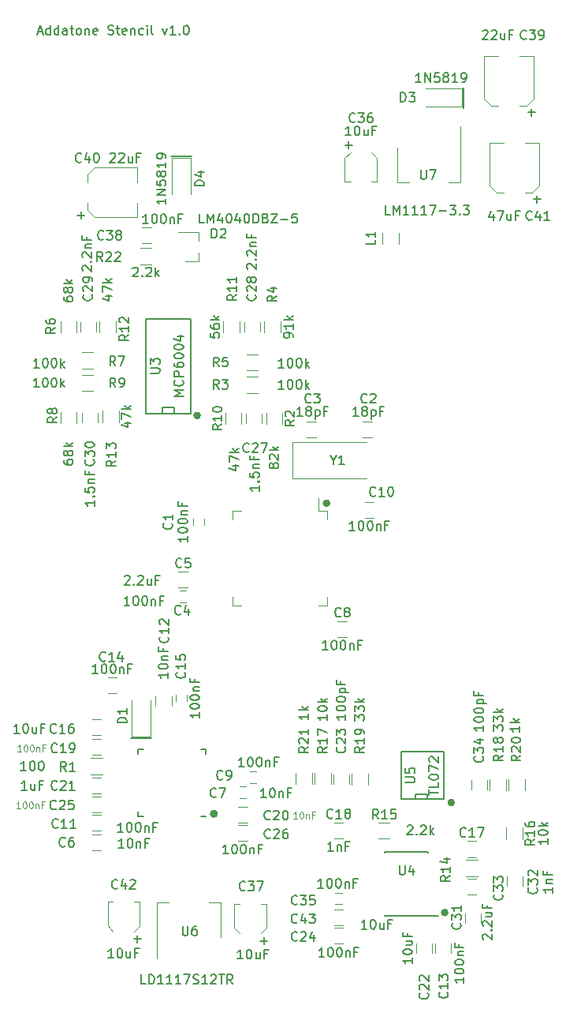
<source format=gbr>
G04 #@! TF.GenerationSoftware,KiCad,Pcbnew,(5.1.5)-3*
G04 #@! TF.CreationDate,2020-05-14T17:44:52+01:00*
G04 #@! TF.ProjectId,AddaTone Solder Stencil,41646461-546f-46e6-9520-536f6c646572,rev?*
G04 #@! TF.SameCoordinates,Original*
G04 #@! TF.FileFunction,Legend,Top*
G04 #@! TF.FilePolarity,Positive*
%FSLAX46Y46*%
G04 Gerber Fmt 4.6, Leading zero omitted, Abs format (unit mm)*
G04 Created by KiCad (PCBNEW (5.1.5)-3) date 2020-05-14 17:44:52*
%MOMM*%
%LPD*%
G04 APERTURE LIST*
%ADD10C,0.150000*%
%ADD11C,0.400000*%
%ADD12C,0.120000*%
%ADD13C,0.100000*%
G04 APERTURE END LIST*
D10*
X103080952Y-53966666D02*
X103557142Y-53966666D01*
X102985714Y-54252380D02*
X103319047Y-53252380D01*
X103652380Y-54252380D01*
X104414285Y-54252380D02*
X104414285Y-53252380D01*
X104414285Y-54204761D02*
X104319047Y-54252380D01*
X104128571Y-54252380D01*
X104033333Y-54204761D01*
X103985714Y-54157142D01*
X103938095Y-54061904D01*
X103938095Y-53776190D01*
X103985714Y-53680952D01*
X104033333Y-53633333D01*
X104128571Y-53585714D01*
X104319047Y-53585714D01*
X104414285Y-53633333D01*
X105319047Y-54252380D02*
X105319047Y-53252380D01*
X105319047Y-54204761D02*
X105223809Y-54252380D01*
X105033333Y-54252380D01*
X104938095Y-54204761D01*
X104890476Y-54157142D01*
X104842857Y-54061904D01*
X104842857Y-53776190D01*
X104890476Y-53680952D01*
X104938095Y-53633333D01*
X105033333Y-53585714D01*
X105223809Y-53585714D01*
X105319047Y-53633333D01*
X106223809Y-54252380D02*
X106223809Y-53728571D01*
X106176190Y-53633333D01*
X106080952Y-53585714D01*
X105890476Y-53585714D01*
X105795238Y-53633333D01*
X106223809Y-54204761D02*
X106128571Y-54252380D01*
X105890476Y-54252380D01*
X105795238Y-54204761D01*
X105747619Y-54109523D01*
X105747619Y-54014285D01*
X105795238Y-53919047D01*
X105890476Y-53871428D01*
X106128571Y-53871428D01*
X106223809Y-53823809D01*
X106557142Y-53585714D02*
X106938095Y-53585714D01*
X106700000Y-53252380D02*
X106700000Y-54109523D01*
X106747619Y-54204761D01*
X106842857Y-54252380D01*
X106938095Y-54252380D01*
X107414285Y-54252380D02*
X107319047Y-54204761D01*
X107271428Y-54157142D01*
X107223809Y-54061904D01*
X107223809Y-53776190D01*
X107271428Y-53680952D01*
X107319047Y-53633333D01*
X107414285Y-53585714D01*
X107557142Y-53585714D01*
X107652380Y-53633333D01*
X107700000Y-53680952D01*
X107747619Y-53776190D01*
X107747619Y-54061904D01*
X107700000Y-54157142D01*
X107652380Y-54204761D01*
X107557142Y-54252380D01*
X107414285Y-54252380D01*
X108176190Y-53585714D02*
X108176190Y-54252380D01*
X108176190Y-53680952D02*
X108223809Y-53633333D01*
X108319047Y-53585714D01*
X108461904Y-53585714D01*
X108557142Y-53633333D01*
X108604761Y-53728571D01*
X108604761Y-54252380D01*
X109461904Y-54204761D02*
X109366666Y-54252380D01*
X109176190Y-54252380D01*
X109080952Y-54204761D01*
X109033333Y-54109523D01*
X109033333Y-53728571D01*
X109080952Y-53633333D01*
X109176190Y-53585714D01*
X109366666Y-53585714D01*
X109461904Y-53633333D01*
X109509523Y-53728571D01*
X109509523Y-53823809D01*
X109033333Y-53919047D01*
X110652380Y-54204761D02*
X110795238Y-54252380D01*
X111033333Y-54252380D01*
X111128571Y-54204761D01*
X111176190Y-54157142D01*
X111223809Y-54061904D01*
X111223809Y-53966666D01*
X111176190Y-53871428D01*
X111128571Y-53823809D01*
X111033333Y-53776190D01*
X110842857Y-53728571D01*
X110747619Y-53680952D01*
X110700000Y-53633333D01*
X110652380Y-53538095D01*
X110652380Y-53442857D01*
X110700000Y-53347619D01*
X110747619Y-53300000D01*
X110842857Y-53252380D01*
X111080952Y-53252380D01*
X111223809Y-53300000D01*
X111509523Y-53585714D02*
X111890476Y-53585714D01*
X111652380Y-53252380D02*
X111652380Y-54109523D01*
X111700000Y-54204761D01*
X111795238Y-54252380D01*
X111890476Y-54252380D01*
X112604761Y-54204761D02*
X112509523Y-54252380D01*
X112319047Y-54252380D01*
X112223809Y-54204761D01*
X112176190Y-54109523D01*
X112176190Y-53728571D01*
X112223809Y-53633333D01*
X112319047Y-53585714D01*
X112509523Y-53585714D01*
X112604761Y-53633333D01*
X112652380Y-53728571D01*
X112652380Y-53823809D01*
X112176190Y-53919047D01*
X113080952Y-53585714D02*
X113080952Y-54252380D01*
X113080952Y-53680952D02*
X113128571Y-53633333D01*
X113223809Y-53585714D01*
X113366666Y-53585714D01*
X113461904Y-53633333D01*
X113509523Y-53728571D01*
X113509523Y-54252380D01*
X114414285Y-54204761D02*
X114319047Y-54252380D01*
X114128571Y-54252380D01*
X114033333Y-54204761D01*
X113985714Y-54157142D01*
X113938095Y-54061904D01*
X113938095Y-53776190D01*
X113985714Y-53680952D01*
X114033333Y-53633333D01*
X114128571Y-53585714D01*
X114319047Y-53585714D01*
X114414285Y-53633333D01*
X114842857Y-54252380D02*
X114842857Y-53585714D01*
X114842857Y-53252380D02*
X114795238Y-53300000D01*
X114842857Y-53347619D01*
X114890476Y-53300000D01*
X114842857Y-53252380D01*
X114842857Y-53347619D01*
X115461904Y-54252380D02*
X115366666Y-54204761D01*
X115319047Y-54109523D01*
X115319047Y-53252380D01*
X116509523Y-53585714D02*
X116747619Y-54252380D01*
X116985714Y-53585714D01*
X117890476Y-54252380D02*
X117319047Y-54252380D01*
X117604761Y-54252380D02*
X117604761Y-53252380D01*
X117509523Y-53395238D01*
X117414285Y-53490476D01*
X117319047Y-53538095D01*
X118319047Y-54157142D02*
X118366666Y-54204761D01*
X118319047Y-54252380D01*
X118271428Y-54204761D01*
X118319047Y-54157142D01*
X118319047Y-54252380D01*
X118985714Y-53252380D02*
X119080952Y-53252380D01*
X119176190Y-53300000D01*
X119223809Y-53347619D01*
X119271428Y-53442857D01*
X119319047Y-53633333D01*
X119319047Y-53871428D01*
X119271428Y-54061904D01*
X119223809Y-54157142D01*
X119176190Y-54204761D01*
X119080952Y-54252380D01*
X118985714Y-54252380D01*
X118890476Y-54204761D01*
X118842857Y-54157142D01*
X118795238Y-54061904D01*
X118747619Y-53871428D01*
X118747619Y-53633333D01*
X118795238Y-53442857D01*
X118842857Y-53347619D01*
X118890476Y-53300000D01*
X118985714Y-53252380D01*
X148800000Y-62100000D02*
X148800000Y-59900000D01*
X117400000Y-67300000D02*
X119600000Y-67300000D01*
X113100000Y-129700000D02*
X115300000Y-129700000D01*
D11*
X147700000Y-136600000D02*
G75*
G03X147700000Y-136600000I-200000J0D01*
G01*
X147000000Y-148400000D02*
G75*
G03X147000000Y-148400000I-200000J0D01*
G01*
X120400000Y-95100000D02*
G75*
G03X120400000Y-95100000I-200000J0D01*
G01*
X122223607Y-137800000D02*
G75*
G03X122223607Y-137800000I-223607J0D01*
G01*
X134300000Y-104500000D02*
G75*
G03X134300000Y-104500000I-200000J0D01*
G01*
D10*
X113875000Y-138125000D02*
X114400000Y-138125000D01*
X113875000Y-130875000D02*
X114400000Y-130875000D01*
X121125000Y-130875000D02*
X120600000Y-130875000D01*
X121125000Y-138125000D02*
X120600000Y-138125000D01*
X113875000Y-130875000D02*
X113875000Y-131400000D01*
X121125000Y-130875000D02*
X121125000Y-131400000D01*
X113875000Y-138125000D02*
X113875000Y-137600000D01*
D12*
X130425000Y-101850000D02*
X138400000Y-101850000D01*
X130425000Y-97950000D02*
X130425000Y-101850000D01*
X138400000Y-97950000D02*
X130425000Y-97950000D01*
X148650000Y-62000000D02*
X144750000Y-62000000D01*
X148650000Y-60000000D02*
X144750000Y-60000000D01*
X148650000Y-62000000D02*
X148650000Y-60000000D01*
X120360000Y-78580000D02*
X118900000Y-78580000D01*
X120360000Y-75420000D02*
X118200000Y-75420000D01*
X120360000Y-75420000D02*
X120360000Y-76350000D01*
X120360000Y-78580000D02*
X120360000Y-77650000D01*
X113770000Y-68510000D02*
X113770000Y-70060000D01*
X113770000Y-73840000D02*
X113770000Y-72290000D01*
X108430000Y-73080000D02*
X108430000Y-72290000D01*
X108430000Y-69270000D02*
X108430000Y-70060000D01*
X113770000Y-68510000D02*
X109190000Y-68510000D01*
X109190000Y-68510000D02*
X108430000Y-69270000D01*
X108430000Y-73080000D02*
X109190000Y-73840000D01*
X109190000Y-73840000D02*
X113770000Y-73840000D01*
X115300000Y-74950000D02*
X114300000Y-74950000D01*
X114300000Y-76650000D02*
X115300000Y-76650000D01*
X119500000Y-67450000D02*
X117500000Y-67450000D01*
X117500000Y-67450000D02*
X117500000Y-71350000D01*
X119500000Y-67450000D02*
X119500000Y-71350000D01*
X114100000Y-77120000D02*
X115300000Y-77120000D01*
X115300000Y-78880000D02*
X114100000Y-78880000D01*
X135050000Y-146300000D02*
X135750000Y-146300000D01*
X135750000Y-147500000D02*
X135050000Y-147500000D01*
X119800000Y-106850000D02*
X119800000Y-106150000D01*
X121000000Y-106150000D02*
X121000000Y-106850000D01*
X117900000Y-125750000D02*
X117900000Y-125050000D01*
X119100000Y-125050000D02*
X119100000Y-125750000D01*
X125850000Y-133300000D02*
X126550000Y-133300000D01*
X126550000Y-134500000D02*
X125850000Y-134500000D01*
X124750000Y-134900000D02*
X125450000Y-134900000D01*
X125450000Y-136100000D02*
X124750000Y-136100000D01*
X119050000Y-115100000D02*
X118350000Y-115100000D01*
X118350000Y-113900000D02*
X119050000Y-113900000D01*
X109000000Y-90080000D02*
X107800000Y-90080000D01*
X107800000Y-88320000D02*
X109000000Y-88320000D01*
X134850000Y-133600000D02*
X134850000Y-134600000D01*
X136550000Y-134600000D02*
X136550000Y-133600000D01*
X132580000Y-133400000D02*
X132580000Y-134600000D01*
X130820000Y-134600000D02*
X130820000Y-133400000D01*
X153380000Y-134100000D02*
X153380000Y-135300000D01*
X151620000Y-135300000D02*
X151620000Y-134100000D01*
X140900000Y-140480000D02*
X139700000Y-140480000D01*
X139700000Y-138720000D02*
X140900000Y-138720000D01*
X139000000Y-95750000D02*
X138000000Y-95750000D01*
X138000000Y-97450000D02*
X139000000Y-97450000D01*
X133000000Y-95750000D02*
X132000000Y-95750000D01*
X132000000Y-97450000D02*
X133000000Y-97450000D01*
X118200000Y-113550000D02*
X119200000Y-113550000D01*
X119200000Y-111850000D02*
X118200000Y-111850000D01*
X108900000Y-141750000D02*
X109900000Y-141750000D01*
X109900000Y-140050000D02*
X108900000Y-140050000D01*
X136300000Y-117150000D02*
X135300000Y-117150000D01*
X135300000Y-118850000D02*
X136300000Y-118850000D01*
X138200000Y-106050000D02*
X139200000Y-106050000D01*
X139200000Y-104350000D02*
X138200000Y-104350000D01*
X109900000Y-137950000D02*
X108900000Y-137950000D01*
X108900000Y-139650000D02*
X109900000Y-139650000D01*
X115750000Y-125200000D02*
X115750000Y-126200000D01*
X117450000Y-126200000D02*
X117450000Y-125200000D01*
X147450000Y-152700000D02*
X147450000Y-151700000D01*
X145750000Y-151700000D02*
X145750000Y-152700000D01*
X111600000Y-123150000D02*
X110600000Y-123150000D01*
X110600000Y-124850000D02*
X111600000Y-124850000D01*
X109900000Y-127650000D02*
X108900000Y-127650000D01*
X108900000Y-129350000D02*
X109900000Y-129350000D01*
X149200000Y-142450000D02*
X150200000Y-142450000D01*
X150200000Y-140750000D02*
X149200000Y-140750000D01*
X134900000Y-140450000D02*
X135900000Y-140450000D01*
X135900000Y-138750000D02*
X134900000Y-138750000D01*
X108900000Y-131450000D02*
X109900000Y-131450000D01*
X109900000Y-129750000D02*
X108900000Y-129750000D01*
X125600000Y-137050000D02*
X124600000Y-137050000D01*
X124600000Y-138750000D02*
X125600000Y-138750000D01*
X108900000Y-135650000D02*
X109900000Y-135650000D01*
X109900000Y-133950000D02*
X108900000Y-133950000D01*
X145450000Y-152700000D02*
X145450000Y-151700000D01*
X143750000Y-151700000D02*
X143750000Y-152700000D01*
X135900000Y-150050000D02*
X134900000Y-150050000D01*
X134900000Y-151750000D02*
X135900000Y-151750000D01*
X108900000Y-137650000D02*
X109900000Y-137650000D01*
X109900000Y-135950000D02*
X108900000Y-135950000D01*
X124600000Y-140750000D02*
X125600000Y-140750000D01*
X125600000Y-139050000D02*
X124600000Y-139050000D01*
X125450000Y-94900000D02*
X125450000Y-95900000D01*
X127150000Y-95900000D02*
X127150000Y-94900000D01*
X126950000Y-86100000D02*
X126950000Y-85100000D01*
X125250000Y-85100000D02*
X125250000Y-86100000D01*
X107650000Y-85100000D02*
X107650000Y-86100000D01*
X109350000Y-86100000D02*
X109350000Y-85100000D01*
X107850000Y-94800000D02*
X107850000Y-95800000D01*
X109550000Y-95800000D02*
X109550000Y-94800000D01*
X148950000Y-148500000D02*
X148950000Y-149500000D01*
X150650000Y-149500000D02*
X150650000Y-148500000D01*
X153450000Y-144500000D02*
X153450000Y-145500000D01*
X155150000Y-145500000D02*
X155150000Y-144500000D01*
X149200000Y-146450000D02*
X150200000Y-146450000D01*
X150200000Y-144750000D02*
X149200000Y-144750000D01*
X149650000Y-134200000D02*
X149650000Y-135200000D01*
X151350000Y-135200000D02*
X151350000Y-134200000D01*
X139510000Y-70030000D02*
X139510000Y-67490000D01*
X136070000Y-67470000D02*
X136070000Y-70010000D01*
X139510000Y-70030000D02*
X138920000Y-70030000D01*
X139510000Y-67490000D02*
X138920000Y-66890000D01*
X136070000Y-70030000D02*
X136680000Y-70030000D01*
X136070000Y-67470000D02*
X136680000Y-66860000D01*
X127630000Y-150030000D02*
X127020000Y-150640000D01*
X127630000Y-147470000D02*
X127020000Y-147470000D01*
X124190000Y-150010000D02*
X124780000Y-150610000D01*
X124190000Y-147470000D02*
X124780000Y-147470000D01*
X127630000Y-150030000D02*
X127630000Y-147490000D01*
X124190000Y-147470000D02*
X124190000Y-150010000D01*
X156340000Y-61110000D02*
X156340000Y-56530000D01*
X155580000Y-61870000D02*
X156340000Y-61110000D01*
X151010000Y-61110000D02*
X151770000Y-61870000D01*
X151010000Y-56530000D02*
X151010000Y-61110000D01*
X151770000Y-61870000D02*
X152560000Y-61870000D01*
X155580000Y-61870000D02*
X154790000Y-61870000D01*
X156340000Y-56530000D02*
X154790000Y-56530000D01*
X151010000Y-56530000D02*
X152560000Y-56530000D01*
X156940000Y-70410000D02*
X156940000Y-65830000D01*
X156180000Y-71170000D02*
X156940000Y-70410000D01*
X151610000Y-70410000D02*
X152370000Y-71170000D01*
X151610000Y-65830000D02*
X151610000Y-70410000D01*
X152370000Y-71170000D02*
X153160000Y-71170000D01*
X156180000Y-71170000D02*
X155390000Y-71170000D01*
X156940000Y-65830000D02*
X155390000Y-65830000D01*
X151610000Y-65830000D02*
X153160000Y-65830000D01*
X110590000Y-147270000D02*
X110590000Y-149810000D01*
X114030000Y-149830000D02*
X114030000Y-147290000D01*
X110590000Y-147270000D02*
X111180000Y-147270000D01*
X110590000Y-149810000D02*
X111180000Y-150410000D01*
X114030000Y-147270000D02*
X113420000Y-147270000D01*
X114030000Y-149830000D02*
X113420000Y-150440000D01*
X134900000Y-149750000D02*
X135900000Y-149750000D01*
X135900000Y-148050000D02*
X134900000Y-148050000D01*
X113200000Y-129550000D02*
X113200000Y-125650000D01*
X115200000Y-129550000D02*
X115200000Y-125650000D01*
X113200000Y-129550000D02*
X115200000Y-129550000D01*
X140120000Y-76700000D02*
X140120000Y-75500000D01*
X141880000Y-75500000D02*
X141880000Y-76700000D01*
X110000000Y-133580000D02*
X108800000Y-133580000D01*
X108800000Y-131820000D02*
X110000000Y-131820000D01*
X129380000Y-94800000D02*
X129380000Y-96000000D01*
X127620000Y-96000000D02*
X127620000Y-94800000D01*
X126700000Y-92680000D02*
X125500000Y-92680000D01*
X125500000Y-90920000D02*
X126700000Y-90920000D01*
X127420000Y-86200000D02*
X127420000Y-85000000D01*
X129180000Y-85000000D02*
X129180000Y-86200000D01*
X126700000Y-90280000D02*
X125500000Y-90280000D01*
X125500000Y-88520000D02*
X126700000Y-88520000D01*
X107280000Y-85000000D02*
X107280000Y-86200000D01*
X105520000Y-86200000D02*
X105520000Y-85000000D01*
X105520000Y-95900000D02*
X105520000Y-94700000D01*
X107280000Y-94700000D02*
X107280000Y-95900000D01*
X109000000Y-92480000D02*
X107800000Y-92480000D01*
X107800000Y-90720000D02*
X109000000Y-90720000D01*
X124980000Y-94800000D02*
X124980000Y-96000000D01*
X123220000Y-96000000D02*
X123220000Y-94800000D01*
X123020000Y-86200000D02*
X123020000Y-85000000D01*
X124780000Y-85000000D02*
X124780000Y-86200000D01*
X111480000Y-85000000D02*
X111480000Y-86200000D01*
X109720000Y-86200000D02*
X109720000Y-85000000D01*
X110020000Y-95800000D02*
X110020000Y-94600000D01*
X111780000Y-94600000D02*
X111780000Y-95800000D01*
X150300000Y-144480000D02*
X149100000Y-144480000D01*
X149100000Y-142720000D02*
X150300000Y-142720000D01*
X153420000Y-140500000D02*
X153420000Y-139300000D01*
X155180000Y-139300000D02*
X155180000Y-140500000D01*
X134580000Y-133400000D02*
X134580000Y-134600000D01*
X132820000Y-134600000D02*
X132820000Y-133400000D01*
X138580000Y-133500000D02*
X138580000Y-134700000D01*
X136820000Y-134700000D02*
X136820000Y-133500000D01*
X155380000Y-134100000D02*
X155380000Y-135300000D01*
X153620000Y-135300000D02*
X153620000Y-134100000D01*
X123990000Y-114560000D02*
X123990000Y-115510000D01*
X123990000Y-115510000D02*
X124940000Y-115510000D01*
X123990000Y-106240000D02*
X123990000Y-105290000D01*
X123990000Y-105290000D02*
X124940000Y-105290000D01*
X134210000Y-114560000D02*
X134210000Y-115510000D01*
X134210000Y-115510000D02*
X133260000Y-115510000D01*
X134210000Y-106240000D02*
X134210000Y-105290000D01*
X134210000Y-105290000D02*
X133260000Y-105290000D01*
X133260000Y-105290000D02*
X133260000Y-103950000D01*
D10*
X117762000Y-94245000D02*
X117762000Y-94880000D01*
X116492000Y-94245000D02*
X117762000Y-94245000D01*
X116492000Y-94880000D02*
X116492000Y-94245000D01*
X114714000Y-94880000D02*
X114714000Y-84720000D01*
X119540000Y-94880000D02*
X114714000Y-94880000D01*
X119540000Y-84720000D02*
X119540000Y-94880000D01*
X114714000Y-84720000D02*
X119540000Y-84720000D01*
X145025000Y-141925000D02*
X140375000Y-141925000D01*
X146100000Y-148750000D02*
X140375000Y-148750000D01*
X145025000Y-141925000D02*
X145025000Y-141950000D01*
X140375000Y-141925000D02*
X140375000Y-141950000D01*
X140375000Y-148750000D02*
X140375000Y-148650000D01*
X142114000Y-136240000D02*
X142114000Y-131160000D01*
X142114000Y-131160000D02*
X146686000Y-131160000D01*
X146686000Y-131160000D02*
X146686000Y-136240000D01*
X146686000Y-136240000D02*
X142114000Y-136240000D01*
X143638000Y-136240000D02*
X143638000Y-135732000D01*
X143638000Y-135732000D02*
X144908000Y-135732000D01*
X144908000Y-135732000D02*
X144908000Y-136240000D01*
D12*
X115890000Y-153300000D02*
X115890000Y-147290000D01*
X122710000Y-151050000D02*
X122710000Y-147290000D01*
X115890000Y-147290000D02*
X117150000Y-147290000D01*
X122710000Y-147290000D02*
X121450000Y-147290000D01*
X141690000Y-70110000D02*
X142950000Y-70110000D01*
X148510000Y-70110000D02*
X147250000Y-70110000D01*
X141690000Y-66350000D02*
X141690000Y-70110000D01*
X148510000Y-64100000D02*
X148510000Y-70110000D01*
D10*
X134823809Y-99876190D02*
X134823809Y-100352380D01*
X134490476Y-99352380D02*
X134823809Y-99876190D01*
X135157142Y-99352380D01*
X136014285Y-100352380D02*
X135442857Y-100352380D01*
X135728571Y-100352380D02*
X135728571Y-99352380D01*
X135633333Y-99495238D01*
X135538095Y-99590476D01*
X135442857Y-99638095D01*
X142061904Y-61452380D02*
X142061904Y-60452380D01*
X142300000Y-60452380D01*
X142442857Y-60500000D01*
X142538095Y-60595238D01*
X142585714Y-60690476D01*
X142633333Y-60880952D01*
X142633333Y-61023809D01*
X142585714Y-61214285D01*
X142538095Y-61309523D01*
X142442857Y-61404761D01*
X142300000Y-61452380D01*
X142061904Y-61452380D01*
X142966666Y-60452380D02*
X143585714Y-60452380D01*
X143252380Y-60833333D01*
X143395238Y-60833333D01*
X143490476Y-60880952D01*
X143538095Y-60928571D01*
X143585714Y-61023809D01*
X143585714Y-61261904D01*
X143538095Y-61357142D01*
X143490476Y-61404761D01*
X143395238Y-61452380D01*
X143109523Y-61452380D01*
X143014285Y-61404761D01*
X142966666Y-61357142D01*
X144257142Y-59352380D02*
X143685714Y-59352380D01*
X143971428Y-59352380D02*
X143971428Y-58352380D01*
X143876190Y-58495238D01*
X143780952Y-58590476D01*
X143685714Y-58638095D01*
X144685714Y-59352380D02*
X144685714Y-58352380D01*
X145257142Y-59352380D01*
X145257142Y-58352380D01*
X146209523Y-58352380D02*
X145733333Y-58352380D01*
X145685714Y-58828571D01*
X145733333Y-58780952D01*
X145828571Y-58733333D01*
X146066666Y-58733333D01*
X146161904Y-58780952D01*
X146209523Y-58828571D01*
X146257142Y-58923809D01*
X146257142Y-59161904D01*
X146209523Y-59257142D01*
X146161904Y-59304761D01*
X146066666Y-59352380D01*
X145828571Y-59352380D01*
X145733333Y-59304761D01*
X145685714Y-59257142D01*
X146828571Y-58780952D02*
X146733333Y-58733333D01*
X146685714Y-58685714D01*
X146638095Y-58590476D01*
X146638095Y-58542857D01*
X146685714Y-58447619D01*
X146733333Y-58400000D01*
X146828571Y-58352380D01*
X147019047Y-58352380D01*
X147114285Y-58400000D01*
X147161904Y-58447619D01*
X147209523Y-58542857D01*
X147209523Y-58590476D01*
X147161904Y-58685714D01*
X147114285Y-58733333D01*
X147019047Y-58780952D01*
X146828571Y-58780952D01*
X146733333Y-58828571D01*
X146685714Y-58876190D01*
X146638095Y-58971428D01*
X146638095Y-59161904D01*
X146685714Y-59257142D01*
X146733333Y-59304761D01*
X146828571Y-59352380D01*
X147019047Y-59352380D01*
X147114285Y-59304761D01*
X147161904Y-59257142D01*
X147209523Y-59161904D01*
X147209523Y-58971428D01*
X147161904Y-58876190D01*
X147114285Y-58828571D01*
X147019047Y-58780952D01*
X148161904Y-59352380D02*
X147590476Y-59352380D01*
X147876190Y-59352380D02*
X147876190Y-58352380D01*
X147780952Y-58495238D01*
X147685714Y-58590476D01*
X147590476Y-58638095D01*
X148638095Y-59352380D02*
X148828571Y-59352380D01*
X148923809Y-59304761D01*
X148971428Y-59257142D01*
X149066666Y-59114285D01*
X149114285Y-58923809D01*
X149114285Y-58542857D01*
X149066666Y-58447619D01*
X149019047Y-58400000D01*
X148923809Y-58352380D01*
X148733333Y-58352380D01*
X148638095Y-58400000D01*
X148590476Y-58447619D01*
X148542857Y-58542857D01*
X148542857Y-58780952D01*
X148590476Y-58876190D01*
X148638095Y-58923809D01*
X148733333Y-58971428D01*
X148923809Y-58971428D01*
X149019047Y-58923809D01*
X149066666Y-58876190D01*
X149114285Y-58780952D01*
X121761904Y-76052380D02*
X121761904Y-75052380D01*
X122000000Y-75052380D01*
X122142857Y-75100000D01*
X122238095Y-75195238D01*
X122285714Y-75290476D01*
X122333333Y-75480952D01*
X122333333Y-75623809D01*
X122285714Y-75814285D01*
X122238095Y-75909523D01*
X122142857Y-76004761D01*
X122000000Y-76052380D01*
X121761904Y-76052380D01*
X122714285Y-75147619D02*
X122761904Y-75100000D01*
X122857142Y-75052380D01*
X123095238Y-75052380D01*
X123190476Y-75100000D01*
X123238095Y-75147619D01*
X123285714Y-75242857D01*
X123285714Y-75338095D01*
X123238095Y-75480952D01*
X122666666Y-76052380D01*
X123285714Y-76052380D01*
X120961904Y-74452380D02*
X120485714Y-74452380D01*
X120485714Y-73452380D01*
X121295238Y-74452380D02*
X121295238Y-73452380D01*
X121628571Y-74166666D01*
X121961904Y-73452380D01*
X121961904Y-74452380D01*
X122866666Y-73785714D02*
X122866666Y-74452380D01*
X122628571Y-73404761D02*
X122390476Y-74119047D01*
X123009523Y-74119047D01*
X123580952Y-73452380D02*
X123676190Y-73452380D01*
X123771428Y-73500000D01*
X123819047Y-73547619D01*
X123866666Y-73642857D01*
X123914285Y-73833333D01*
X123914285Y-74071428D01*
X123866666Y-74261904D01*
X123819047Y-74357142D01*
X123771428Y-74404761D01*
X123676190Y-74452380D01*
X123580952Y-74452380D01*
X123485714Y-74404761D01*
X123438095Y-74357142D01*
X123390476Y-74261904D01*
X123342857Y-74071428D01*
X123342857Y-73833333D01*
X123390476Y-73642857D01*
X123438095Y-73547619D01*
X123485714Y-73500000D01*
X123580952Y-73452380D01*
X124771428Y-73785714D02*
X124771428Y-74452380D01*
X124533333Y-73404761D02*
X124295238Y-74119047D01*
X124914285Y-74119047D01*
X125485714Y-73452380D02*
X125580952Y-73452380D01*
X125676190Y-73500000D01*
X125723809Y-73547619D01*
X125771428Y-73642857D01*
X125819047Y-73833333D01*
X125819047Y-74071428D01*
X125771428Y-74261904D01*
X125723809Y-74357142D01*
X125676190Y-74404761D01*
X125580952Y-74452380D01*
X125485714Y-74452380D01*
X125390476Y-74404761D01*
X125342857Y-74357142D01*
X125295238Y-74261904D01*
X125247619Y-74071428D01*
X125247619Y-73833333D01*
X125295238Y-73642857D01*
X125342857Y-73547619D01*
X125390476Y-73500000D01*
X125485714Y-73452380D01*
X126247619Y-74452380D02*
X126247619Y-73452380D01*
X126485714Y-73452380D01*
X126628571Y-73500000D01*
X126723809Y-73595238D01*
X126771428Y-73690476D01*
X126819047Y-73880952D01*
X126819047Y-74023809D01*
X126771428Y-74214285D01*
X126723809Y-74309523D01*
X126628571Y-74404761D01*
X126485714Y-74452380D01*
X126247619Y-74452380D01*
X127580952Y-73928571D02*
X127723809Y-73976190D01*
X127771428Y-74023809D01*
X127819047Y-74119047D01*
X127819047Y-74261904D01*
X127771428Y-74357142D01*
X127723809Y-74404761D01*
X127628571Y-74452380D01*
X127247619Y-74452380D01*
X127247619Y-73452380D01*
X127580952Y-73452380D01*
X127676190Y-73500000D01*
X127723809Y-73547619D01*
X127771428Y-73642857D01*
X127771428Y-73738095D01*
X127723809Y-73833333D01*
X127676190Y-73880952D01*
X127580952Y-73928571D01*
X127247619Y-73928571D01*
X128152380Y-73452380D02*
X128819047Y-73452380D01*
X128152380Y-74452380D01*
X128819047Y-74452380D01*
X129200000Y-74071428D02*
X129961904Y-74071428D01*
X130914285Y-73452380D02*
X130438095Y-73452380D01*
X130390476Y-73928571D01*
X130438095Y-73880952D01*
X130533333Y-73833333D01*
X130771428Y-73833333D01*
X130866666Y-73880952D01*
X130914285Y-73928571D01*
X130961904Y-74023809D01*
X130961904Y-74261904D01*
X130914285Y-74357142D01*
X130866666Y-74404761D01*
X130771428Y-74452380D01*
X130533333Y-74452380D01*
X130438095Y-74404761D01*
X130390476Y-74357142D01*
X107757142Y-67857142D02*
X107709523Y-67904761D01*
X107566666Y-67952380D01*
X107471428Y-67952380D01*
X107328571Y-67904761D01*
X107233333Y-67809523D01*
X107185714Y-67714285D01*
X107138095Y-67523809D01*
X107138095Y-67380952D01*
X107185714Y-67190476D01*
X107233333Y-67095238D01*
X107328571Y-67000000D01*
X107471428Y-66952380D01*
X107566666Y-66952380D01*
X107709523Y-67000000D01*
X107757142Y-67047619D01*
X108614285Y-67285714D02*
X108614285Y-67952380D01*
X108376190Y-66904761D02*
X108138095Y-67619047D01*
X108757142Y-67619047D01*
X109328571Y-66952380D02*
X109423809Y-66952380D01*
X109519047Y-67000000D01*
X109566666Y-67047619D01*
X109614285Y-67142857D01*
X109661904Y-67333333D01*
X109661904Y-67571428D01*
X109614285Y-67761904D01*
X109566666Y-67857142D01*
X109519047Y-67904761D01*
X109423809Y-67952380D01*
X109328571Y-67952380D01*
X109233333Y-67904761D01*
X109185714Y-67857142D01*
X109138095Y-67761904D01*
X109090476Y-67571428D01*
X109090476Y-67333333D01*
X109138095Y-67142857D01*
X109185714Y-67047619D01*
X109233333Y-67000000D01*
X109328571Y-66952380D01*
X110857142Y-67047619D02*
X110904761Y-67000000D01*
X111000000Y-66952380D01*
X111238095Y-66952380D01*
X111333333Y-67000000D01*
X111380952Y-67047619D01*
X111428571Y-67142857D01*
X111428571Y-67238095D01*
X111380952Y-67380952D01*
X110809523Y-67952380D01*
X111428571Y-67952380D01*
X111809523Y-67047619D02*
X111857142Y-67000000D01*
X111952380Y-66952380D01*
X112190476Y-66952380D01*
X112285714Y-67000000D01*
X112333333Y-67047619D01*
X112380952Y-67142857D01*
X112380952Y-67238095D01*
X112333333Y-67380952D01*
X111761904Y-67952380D01*
X112380952Y-67952380D01*
X113238095Y-67285714D02*
X113238095Y-67952380D01*
X112809523Y-67285714D02*
X112809523Y-67809523D01*
X112857142Y-67904761D01*
X112952380Y-67952380D01*
X113095238Y-67952380D01*
X113190476Y-67904761D01*
X113238095Y-67857142D01*
X114047619Y-67428571D02*
X113714285Y-67428571D01*
X113714285Y-67952380D02*
X113714285Y-66952380D01*
X114190476Y-66952380D01*
X107339047Y-73611428D02*
X108100952Y-73611428D01*
X107720000Y-73992380D02*
X107720000Y-73230476D01*
X110157142Y-76157142D02*
X110109523Y-76204761D01*
X109966666Y-76252380D01*
X109871428Y-76252380D01*
X109728571Y-76204761D01*
X109633333Y-76109523D01*
X109585714Y-76014285D01*
X109538095Y-75823809D01*
X109538095Y-75680952D01*
X109585714Y-75490476D01*
X109633333Y-75395238D01*
X109728571Y-75300000D01*
X109871428Y-75252380D01*
X109966666Y-75252380D01*
X110109523Y-75300000D01*
X110157142Y-75347619D01*
X110490476Y-75252380D02*
X111109523Y-75252380D01*
X110776190Y-75633333D01*
X110919047Y-75633333D01*
X111014285Y-75680952D01*
X111061904Y-75728571D01*
X111109523Y-75823809D01*
X111109523Y-76061904D01*
X111061904Y-76157142D01*
X111014285Y-76204761D01*
X110919047Y-76252380D01*
X110633333Y-76252380D01*
X110538095Y-76204761D01*
X110490476Y-76157142D01*
X111680952Y-75680952D02*
X111585714Y-75633333D01*
X111538095Y-75585714D01*
X111490476Y-75490476D01*
X111490476Y-75442857D01*
X111538095Y-75347619D01*
X111585714Y-75300000D01*
X111680952Y-75252380D01*
X111871428Y-75252380D01*
X111966666Y-75300000D01*
X112014285Y-75347619D01*
X112061904Y-75442857D01*
X112061904Y-75490476D01*
X112014285Y-75585714D01*
X111966666Y-75633333D01*
X111871428Y-75680952D01*
X111680952Y-75680952D01*
X111585714Y-75728571D01*
X111538095Y-75776190D01*
X111490476Y-75871428D01*
X111490476Y-76061904D01*
X111538095Y-76157142D01*
X111585714Y-76204761D01*
X111680952Y-76252380D01*
X111871428Y-76252380D01*
X111966666Y-76204761D01*
X112014285Y-76157142D01*
X112061904Y-76061904D01*
X112061904Y-75871428D01*
X112014285Y-75776190D01*
X111966666Y-75728571D01*
X111871428Y-75680952D01*
X114952380Y-74502380D02*
X114380952Y-74502380D01*
X114666666Y-74502380D02*
X114666666Y-73502380D01*
X114571428Y-73645238D01*
X114476190Y-73740476D01*
X114380952Y-73788095D01*
X115571428Y-73502380D02*
X115666666Y-73502380D01*
X115761904Y-73550000D01*
X115809523Y-73597619D01*
X115857142Y-73692857D01*
X115904761Y-73883333D01*
X115904761Y-74121428D01*
X115857142Y-74311904D01*
X115809523Y-74407142D01*
X115761904Y-74454761D01*
X115666666Y-74502380D01*
X115571428Y-74502380D01*
X115476190Y-74454761D01*
X115428571Y-74407142D01*
X115380952Y-74311904D01*
X115333333Y-74121428D01*
X115333333Y-73883333D01*
X115380952Y-73692857D01*
X115428571Y-73597619D01*
X115476190Y-73550000D01*
X115571428Y-73502380D01*
X116523809Y-73502380D02*
X116619047Y-73502380D01*
X116714285Y-73550000D01*
X116761904Y-73597619D01*
X116809523Y-73692857D01*
X116857142Y-73883333D01*
X116857142Y-74121428D01*
X116809523Y-74311904D01*
X116761904Y-74407142D01*
X116714285Y-74454761D01*
X116619047Y-74502380D01*
X116523809Y-74502380D01*
X116428571Y-74454761D01*
X116380952Y-74407142D01*
X116333333Y-74311904D01*
X116285714Y-74121428D01*
X116285714Y-73883333D01*
X116333333Y-73692857D01*
X116380952Y-73597619D01*
X116428571Y-73550000D01*
X116523809Y-73502380D01*
X117285714Y-73835714D02*
X117285714Y-74502380D01*
X117285714Y-73930952D02*
X117333333Y-73883333D01*
X117428571Y-73835714D01*
X117571428Y-73835714D01*
X117666666Y-73883333D01*
X117714285Y-73978571D01*
X117714285Y-74502380D01*
X118523809Y-73978571D02*
X118190476Y-73978571D01*
X118190476Y-74502380D02*
X118190476Y-73502380D01*
X118666666Y-73502380D01*
X120952380Y-70438095D02*
X119952380Y-70438095D01*
X119952380Y-70200000D01*
X120000000Y-70057142D01*
X120095238Y-69961904D01*
X120190476Y-69914285D01*
X120380952Y-69866666D01*
X120523809Y-69866666D01*
X120714285Y-69914285D01*
X120809523Y-69961904D01*
X120904761Y-70057142D01*
X120952380Y-70200000D01*
X120952380Y-70438095D01*
X120285714Y-69009523D02*
X120952380Y-69009523D01*
X119904761Y-69247619D02*
X120619047Y-69485714D01*
X120619047Y-68866666D01*
X116852380Y-71842857D02*
X116852380Y-72414285D01*
X116852380Y-72128571D02*
X115852380Y-72128571D01*
X115995238Y-72223809D01*
X116090476Y-72319047D01*
X116138095Y-72414285D01*
X116852380Y-71414285D02*
X115852380Y-71414285D01*
X116852380Y-70842857D01*
X115852380Y-70842857D01*
X115852380Y-69890476D02*
X115852380Y-70366666D01*
X116328571Y-70414285D01*
X116280952Y-70366666D01*
X116233333Y-70271428D01*
X116233333Y-70033333D01*
X116280952Y-69938095D01*
X116328571Y-69890476D01*
X116423809Y-69842857D01*
X116661904Y-69842857D01*
X116757142Y-69890476D01*
X116804761Y-69938095D01*
X116852380Y-70033333D01*
X116852380Y-70271428D01*
X116804761Y-70366666D01*
X116757142Y-70414285D01*
X116280952Y-69271428D02*
X116233333Y-69366666D01*
X116185714Y-69414285D01*
X116090476Y-69461904D01*
X116042857Y-69461904D01*
X115947619Y-69414285D01*
X115900000Y-69366666D01*
X115852380Y-69271428D01*
X115852380Y-69080952D01*
X115900000Y-68985714D01*
X115947619Y-68938095D01*
X116042857Y-68890476D01*
X116090476Y-68890476D01*
X116185714Y-68938095D01*
X116233333Y-68985714D01*
X116280952Y-69080952D01*
X116280952Y-69271428D01*
X116328571Y-69366666D01*
X116376190Y-69414285D01*
X116471428Y-69461904D01*
X116661904Y-69461904D01*
X116757142Y-69414285D01*
X116804761Y-69366666D01*
X116852380Y-69271428D01*
X116852380Y-69080952D01*
X116804761Y-68985714D01*
X116757142Y-68938095D01*
X116661904Y-68890476D01*
X116471428Y-68890476D01*
X116376190Y-68938095D01*
X116328571Y-68985714D01*
X116280952Y-69080952D01*
X116852380Y-67938095D02*
X116852380Y-68509523D01*
X116852380Y-68223809D02*
X115852380Y-68223809D01*
X115995238Y-68319047D01*
X116090476Y-68414285D01*
X116138095Y-68509523D01*
X116852380Y-67461904D02*
X116852380Y-67271428D01*
X116804761Y-67176190D01*
X116757142Y-67128571D01*
X116614285Y-67033333D01*
X116423809Y-66985714D01*
X116042857Y-66985714D01*
X115947619Y-67033333D01*
X115900000Y-67080952D01*
X115852380Y-67176190D01*
X115852380Y-67366666D01*
X115900000Y-67461904D01*
X115947619Y-67509523D01*
X116042857Y-67557142D01*
X116280952Y-67557142D01*
X116376190Y-67509523D01*
X116423809Y-67461904D01*
X116471428Y-67366666D01*
X116471428Y-67176190D01*
X116423809Y-67080952D01*
X116376190Y-67033333D01*
X116280952Y-66985714D01*
X110057142Y-78552380D02*
X109723809Y-78076190D01*
X109485714Y-78552380D02*
X109485714Y-77552380D01*
X109866666Y-77552380D01*
X109961904Y-77600000D01*
X110009523Y-77647619D01*
X110057142Y-77742857D01*
X110057142Y-77885714D01*
X110009523Y-77980952D01*
X109961904Y-78028571D01*
X109866666Y-78076190D01*
X109485714Y-78076190D01*
X110438095Y-77647619D02*
X110485714Y-77600000D01*
X110580952Y-77552380D01*
X110819047Y-77552380D01*
X110914285Y-77600000D01*
X110961904Y-77647619D01*
X111009523Y-77742857D01*
X111009523Y-77838095D01*
X110961904Y-77980952D01*
X110390476Y-78552380D01*
X111009523Y-78552380D01*
X111390476Y-77647619D02*
X111438095Y-77600000D01*
X111533333Y-77552380D01*
X111771428Y-77552380D01*
X111866666Y-77600000D01*
X111914285Y-77647619D01*
X111961904Y-77742857D01*
X111961904Y-77838095D01*
X111914285Y-77980952D01*
X111342857Y-78552380D01*
X111961904Y-78552380D01*
X113295238Y-79297619D02*
X113342857Y-79250000D01*
X113438095Y-79202380D01*
X113676190Y-79202380D01*
X113771428Y-79250000D01*
X113819047Y-79297619D01*
X113866666Y-79392857D01*
X113866666Y-79488095D01*
X113819047Y-79630952D01*
X113247619Y-80202380D01*
X113866666Y-80202380D01*
X114295238Y-80107142D02*
X114342857Y-80154761D01*
X114295238Y-80202380D01*
X114247619Y-80154761D01*
X114295238Y-80107142D01*
X114295238Y-80202380D01*
X114723809Y-79297619D02*
X114771428Y-79250000D01*
X114866666Y-79202380D01*
X115104761Y-79202380D01*
X115200000Y-79250000D01*
X115247619Y-79297619D01*
X115295238Y-79392857D01*
X115295238Y-79488095D01*
X115247619Y-79630952D01*
X114676190Y-80202380D01*
X115295238Y-80202380D01*
X115723809Y-80202380D02*
X115723809Y-79202380D01*
X115819047Y-79821428D02*
X116104761Y-80202380D01*
X116104761Y-79535714D02*
X115723809Y-79916666D01*
X130957142Y-147457142D02*
X130909523Y-147504761D01*
X130766666Y-147552380D01*
X130671428Y-147552380D01*
X130528571Y-147504761D01*
X130433333Y-147409523D01*
X130385714Y-147314285D01*
X130338095Y-147123809D01*
X130338095Y-146980952D01*
X130385714Y-146790476D01*
X130433333Y-146695238D01*
X130528571Y-146600000D01*
X130671428Y-146552380D01*
X130766666Y-146552380D01*
X130909523Y-146600000D01*
X130957142Y-146647619D01*
X131290476Y-146552380D02*
X131909523Y-146552380D01*
X131576190Y-146933333D01*
X131719047Y-146933333D01*
X131814285Y-146980952D01*
X131861904Y-147028571D01*
X131909523Y-147123809D01*
X131909523Y-147361904D01*
X131861904Y-147457142D01*
X131814285Y-147504761D01*
X131719047Y-147552380D01*
X131433333Y-147552380D01*
X131338095Y-147504761D01*
X131290476Y-147457142D01*
X132814285Y-146552380D02*
X132338095Y-146552380D01*
X132290476Y-147028571D01*
X132338095Y-146980952D01*
X132433333Y-146933333D01*
X132671428Y-146933333D01*
X132766666Y-146980952D01*
X132814285Y-147028571D01*
X132861904Y-147123809D01*
X132861904Y-147361904D01*
X132814285Y-147457142D01*
X132766666Y-147504761D01*
X132671428Y-147552380D01*
X132433333Y-147552380D01*
X132338095Y-147504761D01*
X132290476Y-147457142D01*
X133752380Y-145752380D02*
X133180952Y-145752380D01*
X133466666Y-145752380D02*
X133466666Y-144752380D01*
X133371428Y-144895238D01*
X133276190Y-144990476D01*
X133180952Y-145038095D01*
X134371428Y-144752380D02*
X134466666Y-144752380D01*
X134561904Y-144800000D01*
X134609523Y-144847619D01*
X134657142Y-144942857D01*
X134704761Y-145133333D01*
X134704761Y-145371428D01*
X134657142Y-145561904D01*
X134609523Y-145657142D01*
X134561904Y-145704761D01*
X134466666Y-145752380D01*
X134371428Y-145752380D01*
X134276190Y-145704761D01*
X134228571Y-145657142D01*
X134180952Y-145561904D01*
X134133333Y-145371428D01*
X134133333Y-145133333D01*
X134180952Y-144942857D01*
X134228571Y-144847619D01*
X134276190Y-144800000D01*
X134371428Y-144752380D01*
X135323809Y-144752380D02*
X135419047Y-144752380D01*
X135514285Y-144800000D01*
X135561904Y-144847619D01*
X135609523Y-144942857D01*
X135657142Y-145133333D01*
X135657142Y-145371428D01*
X135609523Y-145561904D01*
X135561904Y-145657142D01*
X135514285Y-145704761D01*
X135419047Y-145752380D01*
X135323809Y-145752380D01*
X135228571Y-145704761D01*
X135180952Y-145657142D01*
X135133333Y-145561904D01*
X135085714Y-145371428D01*
X135085714Y-145133333D01*
X135133333Y-144942857D01*
X135180952Y-144847619D01*
X135228571Y-144800000D01*
X135323809Y-144752380D01*
X136085714Y-145085714D02*
X136085714Y-145752380D01*
X136085714Y-145180952D02*
X136133333Y-145133333D01*
X136228571Y-145085714D01*
X136371428Y-145085714D01*
X136466666Y-145133333D01*
X136514285Y-145228571D01*
X136514285Y-145752380D01*
X137323809Y-145228571D02*
X136990476Y-145228571D01*
X136990476Y-145752380D02*
X136990476Y-144752380D01*
X137466666Y-144752380D01*
X117457142Y-106666666D02*
X117504761Y-106714285D01*
X117552380Y-106857142D01*
X117552380Y-106952380D01*
X117504761Y-107095238D01*
X117409523Y-107190476D01*
X117314285Y-107238095D01*
X117123809Y-107285714D01*
X116980952Y-107285714D01*
X116790476Y-107238095D01*
X116695238Y-107190476D01*
X116600000Y-107095238D01*
X116552380Y-106952380D01*
X116552380Y-106857142D01*
X116600000Y-106714285D01*
X116647619Y-106666666D01*
X117552380Y-105714285D02*
X117552380Y-106285714D01*
X117552380Y-106000000D02*
X116552380Y-106000000D01*
X116695238Y-106095238D01*
X116790476Y-106190476D01*
X116838095Y-106285714D01*
X119152380Y-108047619D02*
X119152380Y-108619047D01*
X119152380Y-108333333D02*
X118152380Y-108333333D01*
X118295238Y-108428571D01*
X118390476Y-108523809D01*
X118438095Y-108619047D01*
X118152380Y-107428571D02*
X118152380Y-107333333D01*
X118200000Y-107238095D01*
X118247619Y-107190476D01*
X118342857Y-107142857D01*
X118533333Y-107095238D01*
X118771428Y-107095238D01*
X118961904Y-107142857D01*
X119057142Y-107190476D01*
X119104761Y-107238095D01*
X119152380Y-107333333D01*
X119152380Y-107428571D01*
X119104761Y-107523809D01*
X119057142Y-107571428D01*
X118961904Y-107619047D01*
X118771428Y-107666666D01*
X118533333Y-107666666D01*
X118342857Y-107619047D01*
X118247619Y-107571428D01*
X118200000Y-107523809D01*
X118152380Y-107428571D01*
X118152380Y-106476190D02*
X118152380Y-106380952D01*
X118200000Y-106285714D01*
X118247619Y-106238095D01*
X118342857Y-106190476D01*
X118533333Y-106142857D01*
X118771428Y-106142857D01*
X118961904Y-106190476D01*
X119057142Y-106238095D01*
X119104761Y-106285714D01*
X119152380Y-106380952D01*
X119152380Y-106476190D01*
X119104761Y-106571428D01*
X119057142Y-106619047D01*
X118961904Y-106666666D01*
X118771428Y-106714285D01*
X118533333Y-106714285D01*
X118342857Y-106666666D01*
X118247619Y-106619047D01*
X118200000Y-106571428D01*
X118152380Y-106476190D01*
X118485714Y-105714285D02*
X119152380Y-105714285D01*
X118580952Y-105714285D02*
X118533333Y-105666666D01*
X118485714Y-105571428D01*
X118485714Y-105428571D01*
X118533333Y-105333333D01*
X118628571Y-105285714D01*
X119152380Y-105285714D01*
X118628571Y-104476190D02*
X118628571Y-104809523D01*
X119152380Y-104809523D02*
X118152380Y-104809523D01*
X118152380Y-104333333D01*
X118857142Y-122642857D02*
X118904761Y-122690476D01*
X118952380Y-122833333D01*
X118952380Y-122928571D01*
X118904761Y-123071428D01*
X118809523Y-123166666D01*
X118714285Y-123214285D01*
X118523809Y-123261904D01*
X118380952Y-123261904D01*
X118190476Y-123214285D01*
X118095238Y-123166666D01*
X118000000Y-123071428D01*
X117952380Y-122928571D01*
X117952380Y-122833333D01*
X118000000Y-122690476D01*
X118047619Y-122642857D01*
X118952380Y-121690476D02*
X118952380Y-122261904D01*
X118952380Y-121976190D02*
X117952380Y-121976190D01*
X118095238Y-122071428D01*
X118190476Y-122166666D01*
X118238095Y-122261904D01*
X117952380Y-120785714D02*
X117952380Y-121261904D01*
X118428571Y-121309523D01*
X118380952Y-121261904D01*
X118333333Y-121166666D01*
X118333333Y-120928571D01*
X118380952Y-120833333D01*
X118428571Y-120785714D01*
X118523809Y-120738095D01*
X118761904Y-120738095D01*
X118857142Y-120785714D01*
X118904761Y-120833333D01*
X118952380Y-120928571D01*
X118952380Y-121166666D01*
X118904761Y-121261904D01*
X118857142Y-121309523D01*
X120452380Y-126947619D02*
X120452380Y-127519047D01*
X120452380Y-127233333D02*
X119452380Y-127233333D01*
X119595238Y-127328571D01*
X119690476Y-127423809D01*
X119738095Y-127519047D01*
X119452380Y-126328571D02*
X119452380Y-126233333D01*
X119500000Y-126138095D01*
X119547619Y-126090476D01*
X119642857Y-126042857D01*
X119833333Y-125995238D01*
X120071428Y-125995238D01*
X120261904Y-126042857D01*
X120357142Y-126090476D01*
X120404761Y-126138095D01*
X120452380Y-126233333D01*
X120452380Y-126328571D01*
X120404761Y-126423809D01*
X120357142Y-126471428D01*
X120261904Y-126519047D01*
X120071428Y-126566666D01*
X119833333Y-126566666D01*
X119642857Y-126519047D01*
X119547619Y-126471428D01*
X119500000Y-126423809D01*
X119452380Y-126328571D01*
X119452380Y-125376190D02*
X119452380Y-125280952D01*
X119500000Y-125185714D01*
X119547619Y-125138095D01*
X119642857Y-125090476D01*
X119833333Y-125042857D01*
X120071428Y-125042857D01*
X120261904Y-125090476D01*
X120357142Y-125138095D01*
X120404761Y-125185714D01*
X120452380Y-125280952D01*
X120452380Y-125376190D01*
X120404761Y-125471428D01*
X120357142Y-125519047D01*
X120261904Y-125566666D01*
X120071428Y-125614285D01*
X119833333Y-125614285D01*
X119642857Y-125566666D01*
X119547619Y-125519047D01*
X119500000Y-125471428D01*
X119452380Y-125376190D01*
X119785714Y-124614285D02*
X120452380Y-124614285D01*
X119880952Y-124614285D02*
X119833333Y-124566666D01*
X119785714Y-124471428D01*
X119785714Y-124328571D01*
X119833333Y-124233333D01*
X119928571Y-124185714D01*
X120452380Y-124185714D01*
X119928571Y-123376190D02*
X119928571Y-123709523D01*
X120452380Y-123709523D02*
X119452380Y-123709523D01*
X119452380Y-123233333D01*
X122933333Y-134057142D02*
X122885714Y-134104761D01*
X122742857Y-134152380D01*
X122647619Y-134152380D01*
X122504761Y-134104761D01*
X122409523Y-134009523D01*
X122361904Y-133914285D01*
X122314285Y-133723809D01*
X122314285Y-133580952D01*
X122361904Y-133390476D01*
X122409523Y-133295238D01*
X122504761Y-133200000D01*
X122647619Y-133152380D01*
X122742857Y-133152380D01*
X122885714Y-133200000D01*
X122933333Y-133247619D01*
X123409523Y-134152380D02*
X123600000Y-134152380D01*
X123695238Y-134104761D01*
X123742857Y-134057142D01*
X123838095Y-133914285D01*
X123885714Y-133723809D01*
X123885714Y-133342857D01*
X123838095Y-133247619D01*
X123790476Y-133200000D01*
X123695238Y-133152380D01*
X123504761Y-133152380D01*
X123409523Y-133200000D01*
X123361904Y-133247619D01*
X123314285Y-133342857D01*
X123314285Y-133580952D01*
X123361904Y-133676190D01*
X123409523Y-133723809D01*
X123504761Y-133771428D01*
X123695238Y-133771428D01*
X123790476Y-133723809D01*
X123838095Y-133676190D01*
X123885714Y-133580952D01*
X125252380Y-132752380D02*
X124680952Y-132752380D01*
X124966666Y-132752380D02*
X124966666Y-131752380D01*
X124871428Y-131895238D01*
X124776190Y-131990476D01*
X124680952Y-132038095D01*
X125871428Y-131752380D02*
X125966666Y-131752380D01*
X126061904Y-131800000D01*
X126109523Y-131847619D01*
X126157142Y-131942857D01*
X126204761Y-132133333D01*
X126204761Y-132371428D01*
X126157142Y-132561904D01*
X126109523Y-132657142D01*
X126061904Y-132704761D01*
X125966666Y-132752380D01*
X125871428Y-132752380D01*
X125776190Y-132704761D01*
X125728571Y-132657142D01*
X125680952Y-132561904D01*
X125633333Y-132371428D01*
X125633333Y-132133333D01*
X125680952Y-131942857D01*
X125728571Y-131847619D01*
X125776190Y-131800000D01*
X125871428Y-131752380D01*
X126823809Y-131752380D02*
X126919047Y-131752380D01*
X127014285Y-131800000D01*
X127061904Y-131847619D01*
X127109523Y-131942857D01*
X127157142Y-132133333D01*
X127157142Y-132371428D01*
X127109523Y-132561904D01*
X127061904Y-132657142D01*
X127014285Y-132704761D01*
X126919047Y-132752380D01*
X126823809Y-132752380D01*
X126728571Y-132704761D01*
X126680952Y-132657142D01*
X126633333Y-132561904D01*
X126585714Y-132371428D01*
X126585714Y-132133333D01*
X126633333Y-131942857D01*
X126680952Y-131847619D01*
X126728571Y-131800000D01*
X126823809Y-131752380D01*
X127585714Y-132085714D02*
X127585714Y-132752380D01*
X127585714Y-132180952D02*
X127633333Y-132133333D01*
X127728571Y-132085714D01*
X127871428Y-132085714D01*
X127966666Y-132133333D01*
X128014285Y-132228571D01*
X128014285Y-132752380D01*
X128823809Y-132228571D02*
X128490476Y-132228571D01*
X128490476Y-132752380D02*
X128490476Y-131752380D01*
X128966666Y-131752380D01*
X122233333Y-135957142D02*
X122185714Y-136004761D01*
X122042857Y-136052380D01*
X121947619Y-136052380D01*
X121804761Y-136004761D01*
X121709523Y-135909523D01*
X121661904Y-135814285D01*
X121614285Y-135623809D01*
X121614285Y-135480952D01*
X121661904Y-135290476D01*
X121709523Y-135195238D01*
X121804761Y-135100000D01*
X121947619Y-135052380D01*
X122042857Y-135052380D01*
X122185714Y-135100000D01*
X122233333Y-135147619D01*
X122566666Y-135052380D02*
X123233333Y-135052380D01*
X122804761Y-136052380D01*
X127628571Y-136052380D02*
X127057142Y-136052380D01*
X127342857Y-136052380D02*
X127342857Y-135052380D01*
X127247619Y-135195238D01*
X127152380Y-135290476D01*
X127057142Y-135338095D01*
X128247619Y-135052380D02*
X128342857Y-135052380D01*
X128438095Y-135100000D01*
X128485714Y-135147619D01*
X128533333Y-135242857D01*
X128580952Y-135433333D01*
X128580952Y-135671428D01*
X128533333Y-135861904D01*
X128485714Y-135957142D01*
X128438095Y-136004761D01*
X128342857Y-136052380D01*
X128247619Y-136052380D01*
X128152380Y-136004761D01*
X128104761Y-135957142D01*
X128057142Y-135861904D01*
X128009523Y-135671428D01*
X128009523Y-135433333D01*
X128057142Y-135242857D01*
X128104761Y-135147619D01*
X128152380Y-135100000D01*
X128247619Y-135052380D01*
X129009523Y-135385714D02*
X129009523Y-136052380D01*
X129009523Y-135480952D02*
X129057142Y-135433333D01*
X129152380Y-135385714D01*
X129295238Y-135385714D01*
X129390476Y-135433333D01*
X129438095Y-135528571D01*
X129438095Y-136052380D01*
X130247619Y-135528571D02*
X129914285Y-135528571D01*
X129914285Y-136052380D02*
X129914285Y-135052380D01*
X130390476Y-135052380D01*
X118433333Y-116357142D02*
X118385714Y-116404761D01*
X118242857Y-116452380D01*
X118147619Y-116452380D01*
X118004761Y-116404761D01*
X117909523Y-116309523D01*
X117861904Y-116214285D01*
X117814285Y-116023809D01*
X117814285Y-115880952D01*
X117861904Y-115690476D01*
X117909523Y-115595238D01*
X118004761Y-115500000D01*
X118147619Y-115452380D01*
X118242857Y-115452380D01*
X118385714Y-115500000D01*
X118433333Y-115547619D01*
X119290476Y-115785714D02*
X119290476Y-116452380D01*
X119052380Y-115404761D02*
X118814285Y-116119047D01*
X119433333Y-116119047D01*
X112952380Y-115452380D02*
X112380952Y-115452380D01*
X112666666Y-115452380D02*
X112666666Y-114452380D01*
X112571428Y-114595238D01*
X112476190Y-114690476D01*
X112380952Y-114738095D01*
X113571428Y-114452380D02*
X113666666Y-114452380D01*
X113761904Y-114500000D01*
X113809523Y-114547619D01*
X113857142Y-114642857D01*
X113904761Y-114833333D01*
X113904761Y-115071428D01*
X113857142Y-115261904D01*
X113809523Y-115357142D01*
X113761904Y-115404761D01*
X113666666Y-115452380D01*
X113571428Y-115452380D01*
X113476190Y-115404761D01*
X113428571Y-115357142D01*
X113380952Y-115261904D01*
X113333333Y-115071428D01*
X113333333Y-114833333D01*
X113380952Y-114642857D01*
X113428571Y-114547619D01*
X113476190Y-114500000D01*
X113571428Y-114452380D01*
X114523809Y-114452380D02*
X114619047Y-114452380D01*
X114714285Y-114500000D01*
X114761904Y-114547619D01*
X114809523Y-114642857D01*
X114857142Y-114833333D01*
X114857142Y-115071428D01*
X114809523Y-115261904D01*
X114761904Y-115357142D01*
X114714285Y-115404761D01*
X114619047Y-115452380D01*
X114523809Y-115452380D01*
X114428571Y-115404761D01*
X114380952Y-115357142D01*
X114333333Y-115261904D01*
X114285714Y-115071428D01*
X114285714Y-114833333D01*
X114333333Y-114642857D01*
X114380952Y-114547619D01*
X114428571Y-114500000D01*
X114523809Y-114452380D01*
X115285714Y-114785714D02*
X115285714Y-115452380D01*
X115285714Y-114880952D02*
X115333333Y-114833333D01*
X115428571Y-114785714D01*
X115571428Y-114785714D01*
X115666666Y-114833333D01*
X115714285Y-114928571D01*
X115714285Y-115452380D01*
X116523809Y-114928571D02*
X116190476Y-114928571D01*
X116190476Y-115452380D02*
X116190476Y-114452380D01*
X116666666Y-114452380D01*
X111433333Y-89752380D02*
X111100000Y-89276190D01*
X110861904Y-89752380D02*
X110861904Y-88752380D01*
X111242857Y-88752380D01*
X111338095Y-88800000D01*
X111385714Y-88847619D01*
X111433333Y-88942857D01*
X111433333Y-89085714D01*
X111385714Y-89180952D01*
X111338095Y-89228571D01*
X111242857Y-89276190D01*
X110861904Y-89276190D01*
X111766666Y-88752380D02*
X112433333Y-88752380D01*
X112004761Y-89752380D01*
X103228571Y-89952380D02*
X102657142Y-89952380D01*
X102942857Y-89952380D02*
X102942857Y-88952380D01*
X102847619Y-89095238D01*
X102752380Y-89190476D01*
X102657142Y-89238095D01*
X103847619Y-88952380D02*
X103942857Y-88952380D01*
X104038095Y-89000000D01*
X104085714Y-89047619D01*
X104133333Y-89142857D01*
X104180952Y-89333333D01*
X104180952Y-89571428D01*
X104133333Y-89761904D01*
X104085714Y-89857142D01*
X104038095Y-89904761D01*
X103942857Y-89952380D01*
X103847619Y-89952380D01*
X103752380Y-89904761D01*
X103704761Y-89857142D01*
X103657142Y-89761904D01*
X103609523Y-89571428D01*
X103609523Y-89333333D01*
X103657142Y-89142857D01*
X103704761Y-89047619D01*
X103752380Y-89000000D01*
X103847619Y-88952380D01*
X104800000Y-88952380D02*
X104895238Y-88952380D01*
X104990476Y-89000000D01*
X105038095Y-89047619D01*
X105085714Y-89142857D01*
X105133333Y-89333333D01*
X105133333Y-89571428D01*
X105085714Y-89761904D01*
X105038095Y-89857142D01*
X104990476Y-89904761D01*
X104895238Y-89952380D01*
X104800000Y-89952380D01*
X104704761Y-89904761D01*
X104657142Y-89857142D01*
X104609523Y-89761904D01*
X104561904Y-89571428D01*
X104561904Y-89333333D01*
X104609523Y-89142857D01*
X104657142Y-89047619D01*
X104704761Y-89000000D01*
X104800000Y-88952380D01*
X105561904Y-89952380D02*
X105561904Y-88952380D01*
X105657142Y-89571428D02*
X105942857Y-89952380D01*
X105942857Y-89285714D02*
X105561904Y-89666666D01*
X136057142Y-130642857D02*
X136104761Y-130690476D01*
X136152380Y-130833333D01*
X136152380Y-130928571D01*
X136104761Y-131071428D01*
X136009523Y-131166666D01*
X135914285Y-131214285D01*
X135723809Y-131261904D01*
X135580952Y-131261904D01*
X135390476Y-131214285D01*
X135295238Y-131166666D01*
X135200000Y-131071428D01*
X135152380Y-130928571D01*
X135152380Y-130833333D01*
X135200000Y-130690476D01*
X135247619Y-130642857D01*
X135247619Y-130261904D02*
X135200000Y-130214285D01*
X135152380Y-130119047D01*
X135152380Y-129880952D01*
X135200000Y-129785714D01*
X135247619Y-129738095D01*
X135342857Y-129690476D01*
X135438095Y-129690476D01*
X135580952Y-129738095D01*
X136152380Y-130309523D01*
X136152380Y-129690476D01*
X135152380Y-129357142D02*
X135152380Y-128738095D01*
X135533333Y-129071428D01*
X135533333Y-128928571D01*
X135580952Y-128833333D01*
X135628571Y-128785714D01*
X135723809Y-128738095D01*
X135961904Y-128738095D01*
X136057142Y-128785714D01*
X136104761Y-128833333D01*
X136152380Y-128928571D01*
X136152380Y-129214285D01*
X136104761Y-129309523D01*
X136057142Y-129357142D01*
X136152380Y-127147619D02*
X136152380Y-127719047D01*
X136152380Y-127433333D02*
X135152380Y-127433333D01*
X135295238Y-127528571D01*
X135390476Y-127623809D01*
X135438095Y-127719047D01*
X135152380Y-126528571D02*
X135152380Y-126433333D01*
X135200000Y-126338095D01*
X135247619Y-126290476D01*
X135342857Y-126242857D01*
X135533333Y-126195238D01*
X135771428Y-126195238D01*
X135961904Y-126242857D01*
X136057142Y-126290476D01*
X136104761Y-126338095D01*
X136152380Y-126433333D01*
X136152380Y-126528571D01*
X136104761Y-126623809D01*
X136057142Y-126671428D01*
X135961904Y-126719047D01*
X135771428Y-126766666D01*
X135533333Y-126766666D01*
X135342857Y-126719047D01*
X135247619Y-126671428D01*
X135200000Y-126623809D01*
X135152380Y-126528571D01*
X135152380Y-125576190D02*
X135152380Y-125480952D01*
X135200000Y-125385714D01*
X135247619Y-125338095D01*
X135342857Y-125290476D01*
X135533333Y-125242857D01*
X135771428Y-125242857D01*
X135961904Y-125290476D01*
X136057142Y-125338095D01*
X136104761Y-125385714D01*
X136152380Y-125480952D01*
X136152380Y-125576190D01*
X136104761Y-125671428D01*
X136057142Y-125719047D01*
X135961904Y-125766666D01*
X135771428Y-125814285D01*
X135533333Y-125814285D01*
X135342857Y-125766666D01*
X135247619Y-125719047D01*
X135200000Y-125671428D01*
X135152380Y-125576190D01*
X135485714Y-124814285D02*
X136485714Y-124814285D01*
X135533333Y-124814285D02*
X135485714Y-124719047D01*
X135485714Y-124528571D01*
X135533333Y-124433333D01*
X135580952Y-124385714D01*
X135676190Y-124338095D01*
X135961904Y-124338095D01*
X136057142Y-124385714D01*
X136104761Y-124433333D01*
X136152380Y-124528571D01*
X136152380Y-124719047D01*
X136104761Y-124814285D01*
X135628571Y-123576190D02*
X135628571Y-123909523D01*
X136152380Y-123909523D02*
X135152380Y-123909523D01*
X135152380Y-123433333D01*
X132152380Y-130642857D02*
X131676190Y-130976190D01*
X132152380Y-131214285D02*
X131152380Y-131214285D01*
X131152380Y-130833333D01*
X131200000Y-130738095D01*
X131247619Y-130690476D01*
X131342857Y-130642857D01*
X131485714Y-130642857D01*
X131580952Y-130690476D01*
X131628571Y-130738095D01*
X131676190Y-130833333D01*
X131676190Y-131214285D01*
X131247619Y-130261904D02*
X131200000Y-130214285D01*
X131152380Y-130119047D01*
X131152380Y-129880952D01*
X131200000Y-129785714D01*
X131247619Y-129738095D01*
X131342857Y-129690476D01*
X131438095Y-129690476D01*
X131580952Y-129738095D01*
X132152380Y-130309523D01*
X132152380Y-129690476D01*
X132152380Y-128738095D02*
X132152380Y-129309523D01*
X132152380Y-129023809D02*
X131152380Y-129023809D01*
X131295238Y-129119047D01*
X131390476Y-129214285D01*
X131438095Y-129309523D01*
X132152380Y-127119047D02*
X132152380Y-127690476D01*
X132152380Y-127404761D02*
X131152380Y-127404761D01*
X131295238Y-127500000D01*
X131390476Y-127595238D01*
X131438095Y-127690476D01*
X132152380Y-126690476D02*
X131152380Y-126690476D01*
X131771428Y-126595238D02*
X132152380Y-126309523D01*
X131485714Y-126309523D02*
X131866666Y-126690476D01*
X153052380Y-131542857D02*
X152576190Y-131876190D01*
X153052380Y-132114285D02*
X152052380Y-132114285D01*
X152052380Y-131733333D01*
X152100000Y-131638095D01*
X152147619Y-131590476D01*
X152242857Y-131542857D01*
X152385714Y-131542857D01*
X152480952Y-131590476D01*
X152528571Y-131638095D01*
X152576190Y-131733333D01*
X152576190Y-132114285D01*
X153052380Y-130590476D02*
X153052380Y-131161904D01*
X153052380Y-130876190D02*
X152052380Y-130876190D01*
X152195238Y-130971428D01*
X152290476Y-131066666D01*
X152338095Y-131161904D01*
X152480952Y-130019047D02*
X152433333Y-130114285D01*
X152385714Y-130161904D01*
X152290476Y-130209523D01*
X152242857Y-130209523D01*
X152147619Y-130161904D01*
X152100000Y-130114285D01*
X152052380Y-130019047D01*
X152052380Y-129828571D01*
X152100000Y-129733333D01*
X152147619Y-129685714D01*
X152242857Y-129638095D01*
X152290476Y-129638095D01*
X152385714Y-129685714D01*
X152433333Y-129733333D01*
X152480952Y-129828571D01*
X152480952Y-130019047D01*
X152528571Y-130114285D01*
X152576190Y-130161904D01*
X152671428Y-130209523D01*
X152861904Y-130209523D01*
X152957142Y-130161904D01*
X153004761Y-130114285D01*
X153052380Y-130019047D01*
X153052380Y-129828571D01*
X153004761Y-129733333D01*
X152957142Y-129685714D01*
X152861904Y-129638095D01*
X152671428Y-129638095D01*
X152576190Y-129685714D01*
X152528571Y-129733333D01*
X152480952Y-129828571D01*
X152052380Y-128914285D02*
X152052380Y-128295238D01*
X152433333Y-128628571D01*
X152433333Y-128485714D01*
X152480952Y-128390476D01*
X152528571Y-128342857D01*
X152623809Y-128295238D01*
X152861904Y-128295238D01*
X152957142Y-128342857D01*
X153004761Y-128390476D01*
X153052380Y-128485714D01*
X153052380Y-128771428D01*
X153004761Y-128866666D01*
X152957142Y-128914285D01*
X152052380Y-127961904D02*
X152052380Y-127342857D01*
X152433333Y-127676190D01*
X152433333Y-127533333D01*
X152480952Y-127438095D01*
X152528571Y-127390476D01*
X152623809Y-127342857D01*
X152861904Y-127342857D01*
X152957142Y-127390476D01*
X153004761Y-127438095D01*
X153052380Y-127533333D01*
X153052380Y-127819047D01*
X153004761Y-127914285D01*
X152957142Y-127961904D01*
X153052380Y-126914285D02*
X152052380Y-126914285D01*
X152671428Y-126819047D02*
X153052380Y-126533333D01*
X152385714Y-126533333D02*
X152766666Y-126914285D01*
X139657142Y-138352380D02*
X139323809Y-137876190D01*
X139085714Y-138352380D02*
X139085714Y-137352380D01*
X139466666Y-137352380D01*
X139561904Y-137400000D01*
X139609523Y-137447619D01*
X139657142Y-137542857D01*
X139657142Y-137685714D01*
X139609523Y-137780952D01*
X139561904Y-137828571D01*
X139466666Y-137876190D01*
X139085714Y-137876190D01*
X140609523Y-138352380D02*
X140038095Y-138352380D01*
X140323809Y-138352380D02*
X140323809Y-137352380D01*
X140228571Y-137495238D01*
X140133333Y-137590476D01*
X140038095Y-137638095D01*
X141514285Y-137352380D02*
X141038095Y-137352380D01*
X140990476Y-137828571D01*
X141038095Y-137780952D01*
X141133333Y-137733333D01*
X141371428Y-137733333D01*
X141466666Y-137780952D01*
X141514285Y-137828571D01*
X141561904Y-137923809D01*
X141561904Y-138161904D01*
X141514285Y-138257142D01*
X141466666Y-138304761D01*
X141371428Y-138352380D01*
X141133333Y-138352380D01*
X141038095Y-138304761D01*
X140990476Y-138257142D01*
X142795238Y-139147619D02*
X142842857Y-139100000D01*
X142938095Y-139052380D01*
X143176190Y-139052380D01*
X143271428Y-139100000D01*
X143319047Y-139147619D01*
X143366666Y-139242857D01*
X143366666Y-139338095D01*
X143319047Y-139480952D01*
X142747619Y-140052380D01*
X143366666Y-140052380D01*
X143795238Y-139957142D02*
X143842857Y-140004761D01*
X143795238Y-140052380D01*
X143747619Y-140004761D01*
X143795238Y-139957142D01*
X143795238Y-140052380D01*
X144223809Y-139147619D02*
X144271428Y-139100000D01*
X144366666Y-139052380D01*
X144604761Y-139052380D01*
X144700000Y-139100000D01*
X144747619Y-139147619D01*
X144795238Y-139242857D01*
X144795238Y-139338095D01*
X144747619Y-139480952D01*
X144176190Y-140052380D01*
X144795238Y-140052380D01*
X145223809Y-140052380D02*
X145223809Y-139052380D01*
X145319047Y-139671428D02*
X145604761Y-140052380D01*
X145604761Y-139385714D02*
X145223809Y-139766666D01*
X138433333Y-93657142D02*
X138385714Y-93704761D01*
X138242857Y-93752380D01*
X138147619Y-93752380D01*
X138004761Y-93704761D01*
X137909523Y-93609523D01*
X137861904Y-93514285D01*
X137814285Y-93323809D01*
X137814285Y-93180952D01*
X137861904Y-92990476D01*
X137909523Y-92895238D01*
X138004761Y-92800000D01*
X138147619Y-92752380D01*
X138242857Y-92752380D01*
X138385714Y-92800000D01*
X138433333Y-92847619D01*
X138814285Y-92847619D02*
X138861904Y-92800000D01*
X138957142Y-92752380D01*
X139195238Y-92752380D01*
X139290476Y-92800000D01*
X139338095Y-92847619D01*
X139385714Y-92942857D01*
X139385714Y-93038095D01*
X139338095Y-93180952D01*
X138766666Y-93752380D01*
X139385714Y-93752380D01*
X137528571Y-95152380D02*
X136957142Y-95152380D01*
X137242857Y-95152380D02*
X137242857Y-94152380D01*
X137147619Y-94295238D01*
X137052380Y-94390476D01*
X136957142Y-94438095D01*
X138100000Y-94580952D02*
X138004761Y-94533333D01*
X137957142Y-94485714D01*
X137909523Y-94390476D01*
X137909523Y-94342857D01*
X137957142Y-94247619D01*
X138004761Y-94200000D01*
X138100000Y-94152380D01*
X138290476Y-94152380D01*
X138385714Y-94200000D01*
X138433333Y-94247619D01*
X138480952Y-94342857D01*
X138480952Y-94390476D01*
X138433333Y-94485714D01*
X138385714Y-94533333D01*
X138290476Y-94580952D01*
X138100000Y-94580952D01*
X138004761Y-94628571D01*
X137957142Y-94676190D01*
X137909523Y-94771428D01*
X137909523Y-94961904D01*
X137957142Y-95057142D01*
X138004761Y-95104761D01*
X138100000Y-95152380D01*
X138290476Y-95152380D01*
X138385714Y-95104761D01*
X138433333Y-95057142D01*
X138480952Y-94961904D01*
X138480952Y-94771428D01*
X138433333Y-94676190D01*
X138385714Y-94628571D01*
X138290476Y-94580952D01*
X138909523Y-94485714D02*
X138909523Y-95485714D01*
X138909523Y-94533333D02*
X139004761Y-94485714D01*
X139195238Y-94485714D01*
X139290476Y-94533333D01*
X139338095Y-94580952D01*
X139385714Y-94676190D01*
X139385714Y-94961904D01*
X139338095Y-95057142D01*
X139290476Y-95104761D01*
X139195238Y-95152380D01*
X139004761Y-95152380D01*
X138909523Y-95104761D01*
X140147619Y-94628571D02*
X139814285Y-94628571D01*
X139814285Y-95152380D02*
X139814285Y-94152380D01*
X140290476Y-94152380D01*
X132433333Y-93657142D02*
X132385714Y-93704761D01*
X132242857Y-93752380D01*
X132147619Y-93752380D01*
X132004761Y-93704761D01*
X131909523Y-93609523D01*
X131861904Y-93514285D01*
X131814285Y-93323809D01*
X131814285Y-93180952D01*
X131861904Y-92990476D01*
X131909523Y-92895238D01*
X132004761Y-92800000D01*
X132147619Y-92752380D01*
X132242857Y-92752380D01*
X132385714Y-92800000D01*
X132433333Y-92847619D01*
X132766666Y-92752380D02*
X133385714Y-92752380D01*
X133052380Y-93133333D01*
X133195238Y-93133333D01*
X133290476Y-93180952D01*
X133338095Y-93228571D01*
X133385714Y-93323809D01*
X133385714Y-93561904D01*
X133338095Y-93657142D01*
X133290476Y-93704761D01*
X133195238Y-93752380D01*
X132909523Y-93752380D01*
X132814285Y-93704761D01*
X132766666Y-93657142D01*
X131528571Y-95152380D02*
X130957142Y-95152380D01*
X131242857Y-95152380D02*
X131242857Y-94152380D01*
X131147619Y-94295238D01*
X131052380Y-94390476D01*
X130957142Y-94438095D01*
X132100000Y-94580952D02*
X132004761Y-94533333D01*
X131957142Y-94485714D01*
X131909523Y-94390476D01*
X131909523Y-94342857D01*
X131957142Y-94247619D01*
X132004761Y-94200000D01*
X132100000Y-94152380D01*
X132290476Y-94152380D01*
X132385714Y-94200000D01*
X132433333Y-94247619D01*
X132480952Y-94342857D01*
X132480952Y-94390476D01*
X132433333Y-94485714D01*
X132385714Y-94533333D01*
X132290476Y-94580952D01*
X132100000Y-94580952D01*
X132004761Y-94628571D01*
X131957142Y-94676190D01*
X131909523Y-94771428D01*
X131909523Y-94961904D01*
X131957142Y-95057142D01*
X132004761Y-95104761D01*
X132100000Y-95152380D01*
X132290476Y-95152380D01*
X132385714Y-95104761D01*
X132433333Y-95057142D01*
X132480952Y-94961904D01*
X132480952Y-94771428D01*
X132433333Y-94676190D01*
X132385714Y-94628571D01*
X132290476Y-94580952D01*
X132909523Y-94485714D02*
X132909523Y-95485714D01*
X132909523Y-94533333D02*
X133004761Y-94485714D01*
X133195238Y-94485714D01*
X133290476Y-94533333D01*
X133338095Y-94580952D01*
X133385714Y-94676190D01*
X133385714Y-94961904D01*
X133338095Y-95057142D01*
X133290476Y-95104761D01*
X133195238Y-95152380D01*
X133004761Y-95152380D01*
X132909523Y-95104761D01*
X134147619Y-94628571D02*
X133814285Y-94628571D01*
X133814285Y-95152380D02*
X133814285Y-94152380D01*
X134290476Y-94152380D01*
X118533333Y-111307142D02*
X118485714Y-111354761D01*
X118342857Y-111402380D01*
X118247619Y-111402380D01*
X118104761Y-111354761D01*
X118009523Y-111259523D01*
X117961904Y-111164285D01*
X117914285Y-110973809D01*
X117914285Y-110830952D01*
X117961904Y-110640476D01*
X118009523Y-110545238D01*
X118104761Y-110450000D01*
X118247619Y-110402380D01*
X118342857Y-110402380D01*
X118485714Y-110450000D01*
X118533333Y-110497619D01*
X119438095Y-110402380D02*
X118961904Y-110402380D01*
X118914285Y-110878571D01*
X118961904Y-110830952D01*
X119057142Y-110783333D01*
X119295238Y-110783333D01*
X119390476Y-110830952D01*
X119438095Y-110878571D01*
X119485714Y-110973809D01*
X119485714Y-111211904D01*
X119438095Y-111307142D01*
X119390476Y-111354761D01*
X119295238Y-111402380D01*
X119057142Y-111402380D01*
X118961904Y-111354761D01*
X118914285Y-111307142D01*
X112419047Y-112347619D02*
X112466666Y-112300000D01*
X112561904Y-112252380D01*
X112800000Y-112252380D01*
X112895238Y-112300000D01*
X112942857Y-112347619D01*
X112990476Y-112442857D01*
X112990476Y-112538095D01*
X112942857Y-112680952D01*
X112371428Y-113252380D01*
X112990476Y-113252380D01*
X113419047Y-113157142D02*
X113466666Y-113204761D01*
X113419047Y-113252380D01*
X113371428Y-113204761D01*
X113419047Y-113157142D01*
X113419047Y-113252380D01*
X113847619Y-112347619D02*
X113895238Y-112300000D01*
X113990476Y-112252380D01*
X114228571Y-112252380D01*
X114323809Y-112300000D01*
X114371428Y-112347619D01*
X114419047Y-112442857D01*
X114419047Y-112538095D01*
X114371428Y-112680952D01*
X113800000Y-113252380D01*
X114419047Y-113252380D01*
X115276190Y-112585714D02*
X115276190Y-113252380D01*
X114847619Y-112585714D02*
X114847619Y-113109523D01*
X114895238Y-113204761D01*
X114990476Y-113252380D01*
X115133333Y-113252380D01*
X115228571Y-113204761D01*
X115276190Y-113157142D01*
X116085714Y-112728571D02*
X115752380Y-112728571D01*
X115752380Y-113252380D02*
X115752380Y-112252380D01*
X116228571Y-112252380D01*
X106033333Y-141257142D02*
X105985714Y-141304761D01*
X105842857Y-141352380D01*
X105747619Y-141352380D01*
X105604761Y-141304761D01*
X105509523Y-141209523D01*
X105461904Y-141114285D01*
X105414285Y-140923809D01*
X105414285Y-140780952D01*
X105461904Y-140590476D01*
X105509523Y-140495238D01*
X105604761Y-140400000D01*
X105747619Y-140352380D01*
X105842857Y-140352380D01*
X105985714Y-140400000D01*
X106033333Y-140447619D01*
X106890476Y-140352380D02*
X106700000Y-140352380D01*
X106604761Y-140400000D01*
X106557142Y-140447619D01*
X106461904Y-140590476D01*
X106414285Y-140780952D01*
X106414285Y-141161904D01*
X106461904Y-141257142D01*
X106509523Y-141304761D01*
X106604761Y-141352380D01*
X106795238Y-141352380D01*
X106890476Y-141304761D01*
X106938095Y-141257142D01*
X106985714Y-141161904D01*
X106985714Y-140923809D01*
X106938095Y-140828571D01*
X106890476Y-140780952D01*
X106795238Y-140733333D01*
X106604761Y-140733333D01*
X106509523Y-140780952D01*
X106461904Y-140828571D01*
X106414285Y-140923809D01*
X112328571Y-141452380D02*
X111757142Y-141452380D01*
X112042857Y-141452380D02*
X112042857Y-140452380D01*
X111947619Y-140595238D01*
X111852380Y-140690476D01*
X111757142Y-140738095D01*
X112947619Y-140452380D02*
X113042857Y-140452380D01*
X113138095Y-140500000D01*
X113185714Y-140547619D01*
X113233333Y-140642857D01*
X113280952Y-140833333D01*
X113280952Y-141071428D01*
X113233333Y-141261904D01*
X113185714Y-141357142D01*
X113138095Y-141404761D01*
X113042857Y-141452380D01*
X112947619Y-141452380D01*
X112852380Y-141404761D01*
X112804761Y-141357142D01*
X112757142Y-141261904D01*
X112709523Y-141071428D01*
X112709523Y-140833333D01*
X112757142Y-140642857D01*
X112804761Y-140547619D01*
X112852380Y-140500000D01*
X112947619Y-140452380D01*
X113709523Y-140785714D02*
X113709523Y-141452380D01*
X113709523Y-140880952D02*
X113757142Y-140833333D01*
X113852380Y-140785714D01*
X113995238Y-140785714D01*
X114090476Y-140833333D01*
X114138095Y-140928571D01*
X114138095Y-141452380D01*
X114947619Y-140928571D02*
X114614285Y-140928571D01*
X114614285Y-141452380D02*
X114614285Y-140452380D01*
X115090476Y-140452380D01*
X135633333Y-116607142D02*
X135585714Y-116654761D01*
X135442857Y-116702380D01*
X135347619Y-116702380D01*
X135204761Y-116654761D01*
X135109523Y-116559523D01*
X135061904Y-116464285D01*
X135014285Y-116273809D01*
X135014285Y-116130952D01*
X135061904Y-115940476D01*
X135109523Y-115845238D01*
X135204761Y-115750000D01*
X135347619Y-115702380D01*
X135442857Y-115702380D01*
X135585714Y-115750000D01*
X135633333Y-115797619D01*
X136204761Y-116130952D02*
X136109523Y-116083333D01*
X136061904Y-116035714D01*
X136014285Y-115940476D01*
X136014285Y-115892857D01*
X136061904Y-115797619D01*
X136109523Y-115750000D01*
X136204761Y-115702380D01*
X136395238Y-115702380D01*
X136490476Y-115750000D01*
X136538095Y-115797619D01*
X136585714Y-115892857D01*
X136585714Y-115940476D01*
X136538095Y-116035714D01*
X136490476Y-116083333D01*
X136395238Y-116130952D01*
X136204761Y-116130952D01*
X136109523Y-116178571D01*
X136061904Y-116226190D01*
X136014285Y-116321428D01*
X136014285Y-116511904D01*
X136061904Y-116607142D01*
X136109523Y-116654761D01*
X136204761Y-116702380D01*
X136395238Y-116702380D01*
X136490476Y-116654761D01*
X136538095Y-116607142D01*
X136585714Y-116511904D01*
X136585714Y-116321428D01*
X136538095Y-116226190D01*
X136490476Y-116178571D01*
X136395238Y-116130952D01*
X134252380Y-120202380D02*
X133680952Y-120202380D01*
X133966666Y-120202380D02*
X133966666Y-119202380D01*
X133871428Y-119345238D01*
X133776190Y-119440476D01*
X133680952Y-119488095D01*
X134871428Y-119202380D02*
X134966666Y-119202380D01*
X135061904Y-119250000D01*
X135109523Y-119297619D01*
X135157142Y-119392857D01*
X135204761Y-119583333D01*
X135204761Y-119821428D01*
X135157142Y-120011904D01*
X135109523Y-120107142D01*
X135061904Y-120154761D01*
X134966666Y-120202380D01*
X134871428Y-120202380D01*
X134776190Y-120154761D01*
X134728571Y-120107142D01*
X134680952Y-120011904D01*
X134633333Y-119821428D01*
X134633333Y-119583333D01*
X134680952Y-119392857D01*
X134728571Y-119297619D01*
X134776190Y-119250000D01*
X134871428Y-119202380D01*
X135823809Y-119202380D02*
X135919047Y-119202380D01*
X136014285Y-119250000D01*
X136061904Y-119297619D01*
X136109523Y-119392857D01*
X136157142Y-119583333D01*
X136157142Y-119821428D01*
X136109523Y-120011904D01*
X136061904Y-120107142D01*
X136014285Y-120154761D01*
X135919047Y-120202380D01*
X135823809Y-120202380D01*
X135728571Y-120154761D01*
X135680952Y-120107142D01*
X135633333Y-120011904D01*
X135585714Y-119821428D01*
X135585714Y-119583333D01*
X135633333Y-119392857D01*
X135680952Y-119297619D01*
X135728571Y-119250000D01*
X135823809Y-119202380D01*
X136585714Y-119535714D02*
X136585714Y-120202380D01*
X136585714Y-119630952D02*
X136633333Y-119583333D01*
X136728571Y-119535714D01*
X136871428Y-119535714D01*
X136966666Y-119583333D01*
X137014285Y-119678571D01*
X137014285Y-120202380D01*
X137823809Y-119678571D02*
X137490476Y-119678571D01*
X137490476Y-120202380D02*
X137490476Y-119202380D01*
X137966666Y-119202380D01*
X139357142Y-103657142D02*
X139309523Y-103704761D01*
X139166666Y-103752380D01*
X139071428Y-103752380D01*
X138928571Y-103704761D01*
X138833333Y-103609523D01*
X138785714Y-103514285D01*
X138738095Y-103323809D01*
X138738095Y-103180952D01*
X138785714Y-102990476D01*
X138833333Y-102895238D01*
X138928571Y-102800000D01*
X139071428Y-102752380D01*
X139166666Y-102752380D01*
X139309523Y-102800000D01*
X139357142Y-102847619D01*
X140309523Y-103752380D02*
X139738095Y-103752380D01*
X140023809Y-103752380D02*
X140023809Y-102752380D01*
X139928571Y-102895238D01*
X139833333Y-102990476D01*
X139738095Y-103038095D01*
X140928571Y-102752380D02*
X141023809Y-102752380D01*
X141119047Y-102800000D01*
X141166666Y-102847619D01*
X141214285Y-102942857D01*
X141261904Y-103133333D01*
X141261904Y-103371428D01*
X141214285Y-103561904D01*
X141166666Y-103657142D01*
X141119047Y-103704761D01*
X141023809Y-103752380D01*
X140928571Y-103752380D01*
X140833333Y-103704761D01*
X140785714Y-103657142D01*
X140738095Y-103561904D01*
X140690476Y-103371428D01*
X140690476Y-103133333D01*
X140738095Y-102942857D01*
X140785714Y-102847619D01*
X140833333Y-102800000D01*
X140928571Y-102752380D01*
X137152380Y-107402380D02*
X136580952Y-107402380D01*
X136866666Y-107402380D02*
X136866666Y-106402380D01*
X136771428Y-106545238D01*
X136676190Y-106640476D01*
X136580952Y-106688095D01*
X137771428Y-106402380D02*
X137866666Y-106402380D01*
X137961904Y-106450000D01*
X138009523Y-106497619D01*
X138057142Y-106592857D01*
X138104761Y-106783333D01*
X138104761Y-107021428D01*
X138057142Y-107211904D01*
X138009523Y-107307142D01*
X137961904Y-107354761D01*
X137866666Y-107402380D01*
X137771428Y-107402380D01*
X137676190Y-107354761D01*
X137628571Y-107307142D01*
X137580952Y-107211904D01*
X137533333Y-107021428D01*
X137533333Y-106783333D01*
X137580952Y-106592857D01*
X137628571Y-106497619D01*
X137676190Y-106450000D01*
X137771428Y-106402380D01*
X138723809Y-106402380D02*
X138819047Y-106402380D01*
X138914285Y-106450000D01*
X138961904Y-106497619D01*
X139009523Y-106592857D01*
X139057142Y-106783333D01*
X139057142Y-107021428D01*
X139009523Y-107211904D01*
X138961904Y-107307142D01*
X138914285Y-107354761D01*
X138819047Y-107402380D01*
X138723809Y-107402380D01*
X138628571Y-107354761D01*
X138580952Y-107307142D01*
X138533333Y-107211904D01*
X138485714Y-107021428D01*
X138485714Y-106783333D01*
X138533333Y-106592857D01*
X138580952Y-106497619D01*
X138628571Y-106450000D01*
X138723809Y-106402380D01*
X139485714Y-106735714D02*
X139485714Y-107402380D01*
X139485714Y-106830952D02*
X139533333Y-106783333D01*
X139628571Y-106735714D01*
X139771428Y-106735714D01*
X139866666Y-106783333D01*
X139914285Y-106878571D01*
X139914285Y-107402380D01*
X140723809Y-106878571D02*
X140390476Y-106878571D01*
X140390476Y-107402380D02*
X140390476Y-106402380D01*
X140866666Y-106402380D01*
X105257142Y-139257142D02*
X105209523Y-139304761D01*
X105066666Y-139352380D01*
X104971428Y-139352380D01*
X104828571Y-139304761D01*
X104733333Y-139209523D01*
X104685714Y-139114285D01*
X104638095Y-138923809D01*
X104638095Y-138780952D01*
X104685714Y-138590476D01*
X104733333Y-138495238D01*
X104828571Y-138400000D01*
X104971428Y-138352380D01*
X105066666Y-138352380D01*
X105209523Y-138400000D01*
X105257142Y-138447619D01*
X106209523Y-139352380D02*
X105638095Y-139352380D01*
X105923809Y-139352380D02*
X105923809Y-138352380D01*
X105828571Y-138495238D01*
X105733333Y-138590476D01*
X105638095Y-138638095D01*
X107161904Y-139352380D02*
X106590476Y-139352380D01*
X106876190Y-139352380D02*
X106876190Y-138352380D01*
X106780952Y-138495238D01*
X106685714Y-138590476D01*
X106590476Y-138638095D01*
X112252380Y-139752380D02*
X111680952Y-139752380D01*
X111966666Y-139752380D02*
X111966666Y-138752380D01*
X111871428Y-138895238D01*
X111776190Y-138990476D01*
X111680952Y-139038095D01*
X112871428Y-138752380D02*
X112966666Y-138752380D01*
X113061904Y-138800000D01*
X113109523Y-138847619D01*
X113157142Y-138942857D01*
X113204761Y-139133333D01*
X113204761Y-139371428D01*
X113157142Y-139561904D01*
X113109523Y-139657142D01*
X113061904Y-139704761D01*
X112966666Y-139752380D01*
X112871428Y-139752380D01*
X112776190Y-139704761D01*
X112728571Y-139657142D01*
X112680952Y-139561904D01*
X112633333Y-139371428D01*
X112633333Y-139133333D01*
X112680952Y-138942857D01*
X112728571Y-138847619D01*
X112776190Y-138800000D01*
X112871428Y-138752380D01*
X113823809Y-138752380D02*
X113919047Y-138752380D01*
X114014285Y-138800000D01*
X114061904Y-138847619D01*
X114109523Y-138942857D01*
X114157142Y-139133333D01*
X114157142Y-139371428D01*
X114109523Y-139561904D01*
X114061904Y-139657142D01*
X114014285Y-139704761D01*
X113919047Y-139752380D01*
X113823809Y-139752380D01*
X113728571Y-139704761D01*
X113680952Y-139657142D01*
X113633333Y-139561904D01*
X113585714Y-139371428D01*
X113585714Y-139133333D01*
X113633333Y-138942857D01*
X113680952Y-138847619D01*
X113728571Y-138800000D01*
X113823809Y-138752380D01*
X114585714Y-139085714D02*
X114585714Y-139752380D01*
X114585714Y-139180952D02*
X114633333Y-139133333D01*
X114728571Y-139085714D01*
X114871428Y-139085714D01*
X114966666Y-139133333D01*
X115014285Y-139228571D01*
X115014285Y-139752380D01*
X115823809Y-139228571D02*
X115490476Y-139228571D01*
X115490476Y-139752380D02*
X115490476Y-138752380D01*
X115966666Y-138752380D01*
X117057142Y-118842857D02*
X117104761Y-118890476D01*
X117152380Y-119033333D01*
X117152380Y-119128571D01*
X117104761Y-119271428D01*
X117009523Y-119366666D01*
X116914285Y-119414285D01*
X116723809Y-119461904D01*
X116580952Y-119461904D01*
X116390476Y-119414285D01*
X116295238Y-119366666D01*
X116200000Y-119271428D01*
X116152380Y-119128571D01*
X116152380Y-119033333D01*
X116200000Y-118890476D01*
X116247619Y-118842857D01*
X117152380Y-117890476D02*
X117152380Y-118461904D01*
X117152380Y-118176190D02*
X116152380Y-118176190D01*
X116295238Y-118271428D01*
X116390476Y-118366666D01*
X116438095Y-118461904D01*
X116247619Y-117509523D02*
X116200000Y-117461904D01*
X116152380Y-117366666D01*
X116152380Y-117128571D01*
X116200000Y-117033333D01*
X116247619Y-116985714D01*
X116342857Y-116938095D01*
X116438095Y-116938095D01*
X116580952Y-116985714D01*
X117152380Y-117557142D01*
X117152380Y-116938095D01*
X117052380Y-122671428D02*
X117052380Y-123242857D01*
X117052380Y-122957142D02*
X116052380Y-122957142D01*
X116195238Y-123052380D01*
X116290476Y-123147619D01*
X116338095Y-123242857D01*
X116052380Y-122052380D02*
X116052380Y-121957142D01*
X116100000Y-121861904D01*
X116147619Y-121814285D01*
X116242857Y-121766666D01*
X116433333Y-121719047D01*
X116671428Y-121719047D01*
X116861904Y-121766666D01*
X116957142Y-121814285D01*
X117004761Y-121861904D01*
X117052380Y-121957142D01*
X117052380Y-122052380D01*
X117004761Y-122147619D01*
X116957142Y-122195238D01*
X116861904Y-122242857D01*
X116671428Y-122290476D01*
X116433333Y-122290476D01*
X116242857Y-122242857D01*
X116147619Y-122195238D01*
X116100000Y-122147619D01*
X116052380Y-122052380D01*
X116385714Y-121290476D02*
X117052380Y-121290476D01*
X116480952Y-121290476D02*
X116433333Y-121242857D01*
X116385714Y-121147619D01*
X116385714Y-121004761D01*
X116433333Y-120909523D01*
X116528571Y-120861904D01*
X117052380Y-120861904D01*
X116528571Y-120052380D02*
X116528571Y-120385714D01*
X117052380Y-120385714D02*
X116052380Y-120385714D01*
X116052380Y-119909523D01*
X147057142Y-156942857D02*
X147104761Y-156990476D01*
X147152380Y-157133333D01*
X147152380Y-157228571D01*
X147104761Y-157371428D01*
X147009523Y-157466666D01*
X146914285Y-157514285D01*
X146723809Y-157561904D01*
X146580952Y-157561904D01*
X146390476Y-157514285D01*
X146295238Y-157466666D01*
X146200000Y-157371428D01*
X146152380Y-157228571D01*
X146152380Y-157133333D01*
X146200000Y-156990476D01*
X146247619Y-156942857D01*
X147152380Y-155990476D02*
X147152380Y-156561904D01*
X147152380Y-156276190D02*
X146152380Y-156276190D01*
X146295238Y-156371428D01*
X146390476Y-156466666D01*
X146438095Y-156561904D01*
X146152380Y-155657142D02*
X146152380Y-155038095D01*
X146533333Y-155371428D01*
X146533333Y-155228571D01*
X146580952Y-155133333D01*
X146628571Y-155085714D01*
X146723809Y-155038095D01*
X146961904Y-155038095D01*
X147057142Y-155085714D01*
X147104761Y-155133333D01*
X147152380Y-155228571D01*
X147152380Y-155514285D01*
X147104761Y-155609523D01*
X147057142Y-155657142D01*
X148852380Y-155347619D02*
X148852380Y-155919047D01*
X148852380Y-155633333D02*
X147852380Y-155633333D01*
X147995238Y-155728571D01*
X148090476Y-155823809D01*
X148138095Y-155919047D01*
X147852380Y-154728571D02*
X147852380Y-154633333D01*
X147900000Y-154538095D01*
X147947619Y-154490476D01*
X148042857Y-154442857D01*
X148233333Y-154395238D01*
X148471428Y-154395238D01*
X148661904Y-154442857D01*
X148757142Y-154490476D01*
X148804761Y-154538095D01*
X148852380Y-154633333D01*
X148852380Y-154728571D01*
X148804761Y-154823809D01*
X148757142Y-154871428D01*
X148661904Y-154919047D01*
X148471428Y-154966666D01*
X148233333Y-154966666D01*
X148042857Y-154919047D01*
X147947619Y-154871428D01*
X147900000Y-154823809D01*
X147852380Y-154728571D01*
X147852380Y-153776190D02*
X147852380Y-153680952D01*
X147900000Y-153585714D01*
X147947619Y-153538095D01*
X148042857Y-153490476D01*
X148233333Y-153442857D01*
X148471428Y-153442857D01*
X148661904Y-153490476D01*
X148757142Y-153538095D01*
X148804761Y-153585714D01*
X148852380Y-153680952D01*
X148852380Y-153776190D01*
X148804761Y-153871428D01*
X148757142Y-153919047D01*
X148661904Y-153966666D01*
X148471428Y-154014285D01*
X148233333Y-154014285D01*
X148042857Y-153966666D01*
X147947619Y-153919047D01*
X147900000Y-153871428D01*
X147852380Y-153776190D01*
X148185714Y-153014285D02*
X148852380Y-153014285D01*
X148280952Y-153014285D02*
X148233333Y-152966666D01*
X148185714Y-152871428D01*
X148185714Y-152728571D01*
X148233333Y-152633333D01*
X148328571Y-152585714D01*
X148852380Y-152585714D01*
X148328571Y-151776190D02*
X148328571Y-152109523D01*
X148852380Y-152109523D02*
X147852380Y-152109523D01*
X147852380Y-151633333D01*
X110357142Y-121357142D02*
X110309523Y-121404761D01*
X110166666Y-121452380D01*
X110071428Y-121452380D01*
X109928571Y-121404761D01*
X109833333Y-121309523D01*
X109785714Y-121214285D01*
X109738095Y-121023809D01*
X109738095Y-120880952D01*
X109785714Y-120690476D01*
X109833333Y-120595238D01*
X109928571Y-120500000D01*
X110071428Y-120452380D01*
X110166666Y-120452380D01*
X110309523Y-120500000D01*
X110357142Y-120547619D01*
X111309523Y-121452380D02*
X110738095Y-121452380D01*
X111023809Y-121452380D02*
X111023809Y-120452380D01*
X110928571Y-120595238D01*
X110833333Y-120690476D01*
X110738095Y-120738095D01*
X112166666Y-120785714D02*
X112166666Y-121452380D01*
X111928571Y-120404761D02*
X111690476Y-121119047D01*
X112309523Y-121119047D01*
X109552380Y-122752380D02*
X108980952Y-122752380D01*
X109266666Y-122752380D02*
X109266666Y-121752380D01*
X109171428Y-121895238D01*
X109076190Y-121990476D01*
X108980952Y-122038095D01*
X110171428Y-121752380D02*
X110266666Y-121752380D01*
X110361904Y-121800000D01*
X110409523Y-121847619D01*
X110457142Y-121942857D01*
X110504761Y-122133333D01*
X110504761Y-122371428D01*
X110457142Y-122561904D01*
X110409523Y-122657142D01*
X110361904Y-122704761D01*
X110266666Y-122752380D01*
X110171428Y-122752380D01*
X110076190Y-122704761D01*
X110028571Y-122657142D01*
X109980952Y-122561904D01*
X109933333Y-122371428D01*
X109933333Y-122133333D01*
X109980952Y-121942857D01*
X110028571Y-121847619D01*
X110076190Y-121800000D01*
X110171428Y-121752380D01*
X111123809Y-121752380D02*
X111219047Y-121752380D01*
X111314285Y-121800000D01*
X111361904Y-121847619D01*
X111409523Y-121942857D01*
X111457142Y-122133333D01*
X111457142Y-122371428D01*
X111409523Y-122561904D01*
X111361904Y-122657142D01*
X111314285Y-122704761D01*
X111219047Y-122752380D01*
X111123809Y-122752380D01*
X111028571Y-122704761D01*
X110980952Y-122657142D01*
X110933333Y-122561904D01*
X110885714Y-122371428D01*
X110885714Y-122133333D01*
X110933333Y-121942857D01*
X110980952Y-121847619D01*
X111028571Y-121800000D01*
X111123809Y-121752380D01*
X111885714Y-122085714D02*
X111885714Y-122752380D01*
X111885714Y-122180952D02*
X111933333Y-122133333D01*
X112028571Y-122085714D01*
X112171428Y-122085714D01*
X112266666Y-122133333D01*
X112314285Y-122228571D01*
X112314285Y-122752380D01*
X113123809Y-122228571D02*
X112790476Y-122228571D01*
X112790476Y-122752380D02*
X112790476Y-121752380D01*
X113266666Y-121752380D01*
X105057142Y-129057142D02*
X105009523Y-129104761D01*
X104866666Y-129152380D01*
X104771428Y-129152380D01*
X104628571Y-129104761D01*
X104533333Y-129009523D01*
X104485714Y-128914285D01*
X104438095Y-128723809D01*
X104438095Y-128580952D01*
X104485714Y-128390476D01*
X104533333Y-128295238D01*
X104628571Y-128200000D01*
X104771428Y-128152380D01*
X104866666Y-128152380D01*
X105009523Y-128200000D01*
X105057142Y-128247619D01*
X106009523Y-129152380D02*
X105438095Y-129152380D01*
X105723809Y-129152380D02*
X105723809Y-128152380D01*
X105628571Y-128295238D01*
X105533333Y-128390476D01*
X105438095Y-128438095D01*
X106866666Y-128152380D02*
X106676190Y-128152380D01*
X106580952Y-128200000D01*
X106533333Y-128247619D01*
X106438095Y-128390476D01*
X106390476Y-128580952D01*
X106390476Y-128961904D01*
X106438095Y-129057142D01*
X106485714Y-129104761D01*
X106580952Y-129152380D01*
X106771428Y-129152380D01*
X106866666Y-129104761D01*
X106914285Y-129057142D01*
X106961904Y-128961904D01*
X106961904Y-128723809D01*
X106914285Y-128628571D01*
X106866666Y-128580952D01*
X106771428Y-128533333D01*
X106580952Y-128533333D01*
X106485714Y-128580952D01*
X106438095Y-128628571D01*
X106390476Y-128723809D01*
X101128571Y-129152380D02*
X100557142Y-129152380D01*
X100842857Y-129152380D02*
X100842857Y-128152380D01*
X100747619Y-128295238D01*
X100652380Y-128390476D01*
X100557142Y-128438095D01*
X101747619Y-128152380D02*
X101842857Y-128152380D01*
X101938095Y-128200000D01*
X101985714Y-128247619D01*
X102033333Y-128342857D01*
X102080952Y-128533333D01*
X102080952Y-128771428D01*
X102033333Y-128961904D01*
X101985714Y-129057142D01*
X101938095Y-129104761D01*
X101842857Y-129152380D01*
X101747619Y-129152380D01*
X101652380Y-129104761D01*
X101604761Y-129057142D01*
X101557142Y-128961904D01*
X101509523Y-128771428D01*
X101509523Y-128533333D01*
X101557142Y-128342857D01*
X101604761Y-128247619D01*
X101652380Y-128200000D01*
X101747619Y-128152380D01*
X102938095Y-128485714D02*
X102938095Y-129152380D01*
X102509523Y-128485714D02*
X102509523Y-129009523D01*
X102557142Y-129104761D01*
X102652380Y-129152380D01*
X102795238Y-129152380D01*
X102890476Y-129104761D01*
X102938095Y-129057142D01*
X103747619Y-128628571D02*
X103414285Y-128628571D01*
X103414285Y-129152380D02*
X103414285Y-128152380D01*
X103890476Y-128152380D01*
X149057142Y-140207142D02*
X149009523Y-140254761D01*
X148866666Y-140302380D01*
X148771428Y-140302380D01*
X148628571Y-140254761D01*
X148533333Y-140159523D01*
X148485714Y-140064285D01*
X148438095Y-139873809D01*
X148438095Y-139730952D01*
X148485714Y-139540476D01*
X148533333Y-139445238D01*
X148628571Y-139350000D01*
X148771428Y-139302380D01*
X148866666Y-139302380D01*
X149009523Y-139350000D01*
X149057142Y-139397619D01*
X150009523Y-140302380D02*
X149438095Y-140302380D01*
X149723809Y-140302380D02*
X149723809Y-139302380D01*
X149628571Y-139445238D01*
X149533333Y-139540476D01*
X149438095Y-139588095D01*
X150342857Y-139302380D02*
X151009523Y-139302380D01*
X150580952Y-140302380D01*
X134757142Y-138207142D02*
X134709523Y-138254761D01*
X134566666Y-138302380D01*
X134471428Y-138302380D01*
X134328571Y-138254761D01*
X134233333Y-138159523D01*
X134185714Y-138064285D01*
X134138095Y-137873809D01*
X134138095Y-137730952D01*
X134185714Y-137540476D01*
X134233333Y-137445238D01*
X134328571Y-137350000D01*
X134471428Y-137302380D01*
X134566666Y-137302380D01*
X134709523Y-137350000D01*
X134757142Y-137397619D01*
X135709523Y-138302380D02*
X135138095Y-138302380D01*
X135423809Y-138302380D02*
X135423809Y-137302380D01*
X135328571Y-137445238D01*
X135233333Y-137540476D01*
X135138095Y-137588095D01*
X136280952Y-137730952D02*
X136185714Y-137683333D01*
X136138095Y-137635714D01*
X136090476Y-137540476D01*
X136090476Y-137492857D01*
X136138095Y-137397619D01*
X136185714Y-137350000D01*
X136280952Y-137302380D01*
X136471428Y-137302380D01*
X136566666Y-137350000D01*
X136614285Y-137397619D01*
X136661904Y-137492857D01*
X136661904Y-137540476D01*
X136614285Y-137635714D01*
X136566666Y-137683333D01*
X136471428Y-137730952D01*
X136280952Y-137730952D01*
X136185714Y-137778571D01*
X136138095Y-137826190D01*
X136090476Y-137921428D01*
X136090476Y-138111904D01*
X136138095Y-138207142D01*
X136185714Y-138254761D01*
X136280952Y-138302380D01*
X136471428Y-138302380D01*
X136566666Y-138254761D01*
X136614285Y-138207142D01*
X136661904Y-138111904D01*
X136661904Y-137921428D01*
X136614285Y-137826190D01*
X136566666Y-137778571D01*
X136471428Y-137730952D01*
X134804761Y-141802380D02*
X134233333Y-141802380D01*
X134519047Y-141802380D02*
X134519047Y-140802380D01*
X134423809Y-140945238D01*
X134328571Y-141040476D01*
X134233333Y-141088095D01*
X135233333Y-141135714D02*
X135233333Y-141802380D01*
X135233333Y-141230952D02*
X135280952Y-141183333D01*
X135376190Y-141135714D01*
X135519047Y-141135714D01*
X135614285Y-141183333D01*
X135661904Y-141278571D01*
X135661904Y-141802380D01*
X136471428Y-141278571D02*
X136138095Y-141278571D01*
X136138095Y-141802380D02*
X136138095Y-140802380D01*
X136614285Y-140802380D01*
X105157142Y-131157142D02*
X105109523Y-131204761D01*
X104966666Y-131252380D01*
X104871428Y-131252380D01*
X104728571Y-131204761D01*
X104633333Y-131109523D01*
X104585714Y-131014285D01*
X104538095Y-130823809D01*
X104538095Y-130680952D01*
X104585714Y-130490476D01*
X104633333Y-130395238D01*
X104728571Y-130300000D01*
X104871428Y-130252380D01*
X104966666Y-130252380D01*
X105109523Y-130300000D01*
X105157142Y-130347619D01*
X106109523Y-131252380D02*
X105538095Y-131252380D01*
X105823809Y-131252380D02*
X105823809Y-130252380D01*
X105728571Y-130395238D01*
X105633333Y-130490476D01*
X105538095Y-130538095D01*
X106585714Y-131252380D02*
X106776190Y-131252380D01*
X106871428Y-131204761D01*
X106919047Y-131157142D01*
X107014285Y-131014285D01*
X107061904Y-130823809D01*
X107061904Y-130442857D01*
X107014285Y-130347619D01*
X106966666Y-130300000D01*
X106871428Y-130252380D01*
X106680952Y-130252380D01*
X106585714Y-130300000D01*
X106538095Y-130347619D01*
X106490476Y-130442857D01*
X106490476Y-130680952D01*
X106538095Y-130776190D01*
X106585714Y-130823809D01*
X106680952Y-130871428D01*
X106871428Y-130871428D01*
X106966666Y-130823809D01*
X107014285Y-130776190D01*
X107061904Y-130680952D01*
D13*
X101316666Y-131116666D02*
X100916666Y-131116666D01*
X101116666Y-131116666D02*
X101116666Y-130416666D01*
X101050000Y-130516666D01*
X100983333Y-130583333D01*
X100916666Y-130616666D01*
X101750000Y-130416666D02*
X101816666Y-130416666D01*
X101883333Y-130450000D01*
X101916666Y-130483333D01*
X101950000Y-130550000D01*
X101983333Y-130683333D01*
X101983333Y-130850000D01*
X101950000Y-130983333D01*
X101916666Y-131050000D01*
X101883333Y-131083333D01*
X101816666Y-131116666D01*
X101750000Y-131116666D01*
X101683333Y-131083333D01*
X101650000Y-131050000D01*
X101616666Y-130983333D01*
X101583333Y-130850000D01*
X101583333Y-130683333D01*
X101616666Y-130550000D01*
X101650000Y-130483333D01*
X101683333Y-130450000D01*
X101750000Y-130416666D01*
X102416666Y-130416666D02*
X102483333Y-130416666D01*
X102550000Y-130450000D01*
X102583333Y-130483333D01*
X102616666Y-130550000D01*
X102650000Y-130683333D01*
X102650000Y-130850000D01*
X102616666Y-130983333D01*
X102583333Y-131050000D01*
X102550000Y-131083333D01*
X102483333Y-131116666D01*
X102416666Y-131116666D01*
X102350000Y-131083333D01*
X102316666Y-131050000D01*
X102283333Y-130983333D01*
X102250000Y-130850000D01*
X102250000Y-130683333D01*
X102283333Y-130550000D01*
X102316666Y-130483333D01*
X102350000Y-130450000D01*
X102416666Y-130416666D01*
X102950000Y-130650000D02*
X102950000Y-131116666D01*
X102950000Y-130716666D02*
X102983333Y-130683333D01*
X103050000Y-130650000D01*
X103150000Y-130650000D01*
X103216666Y-130683333D01*
X103250000Y-130750000D01*
X103250000Y-131116666D01*
X103816666Y-130750000D02*
X103583333Y-130750000D01*
X103583333Y-131116666D02*
X103583333Y-130416666D01*
X103916666Y-130416666D01*
D10*
X128057142Y-138357142D02*
X128009523Y-138404761D01*
X127866666Y-138452380D01*
X127771428Y-138452380D01*
X127628571Y-138404761D01*
X127533333Y-138309523D01*
X127485714Y-138214285D01*
X127438095Y-138023809D01*
X127438095Y-137880952D01*
X127485714Y-137690476D01*
X127533333Y-137595238D01*
X127628571Y-137500000D01*
X127771428Y-137452380D01*
X127866666Y-137452380D01*
X128009523Y-137500000D01*
X128057142Y-137547619D01*
X128438095Y-137547619D02*
X128485714Y-137500000D01*
X128580952Y-137452380D01*
X128819047Y-137452380D01*
X128914285Y-137500000D01*
X128961904Y-137547619D01*
X129009523Y-137642857D01*
X129009523Y-137738095D01*
X128961904Y-137880952D01*
X128390476Y-138452380D01*
X129009523Y-138452380D01*
X129628571Y-137452380D02*
X129723809Y-137452380D01*
X129819047Y-137500000D01*
X129866666Y-137547619D01*
X129914285Y-137642857D01*
X129961904Y-137833333D01*
X129961904Y-138071428D01*
X129914285Y-138261904D01*
X129866666Y-138357142D01*
X129819047Y-138404761D01*
X129723809Y-138452380D01*
X129628571Y-138452380D01*
X129533333Y-138404761D01*
X129485714Y-138357142D01*
X129438095Y-138261904D01*
X129390476Y-138071428D01*
X129390476Y-137833333D01*
X129438095Y-137642857D01*
X129485714Y-137547619D01*
X129533333Y-137500000D01*
X129628571Y-137452380D01*
D13*
X130950000Y-138316666D02*
X130550000Y-138316666D01*
X130750000Y-138316666D02*
X130750000Y-137616666D01*
X130683333Y-137716666D01*
X130616666Y-137783333D01*
X130550000Y-137816666D01*
X131383333Y-137616666D02*
X131450000Y-137616666D01*
X131516666Y-137650000D01*
X131550000Y-137683333D01*
X131583333Y-137750000D01*
X131616666Y-137883333D01*
X131616666Y-138050000D01*
X131583333Y-138183333D01*
X131550000Y-138250000D01*
X131516666Y-138283333D01*
X131450000Y-138316666D01*
X131383333Y-138316666D01*
X131316666Y-138283333D01*
X131283333Y-138250000D01*
X131250000Y-138183333D01*
X131216666Y-138050000D01*
X131216666Y-137883333D01*
X131250000Y-137750000D01*
X131283333Y-137683333D01*
X131316666Y-137650000D01*
X131383333Y-137616666D01*
X131916666Y-137850000D02*
X131916666Y-138316666D01*
X131916666Y-137916666D02*
X131950000Y-137883333D01*
X132016666Y-137850000D01*
X132116666Y-137850000D01*
X132183333Y-137883333D01*
X132216666Y-137950000D01*
X132216666Y-138316666D01*
X132783333Y-137950000D02*
X132550000Y-137950000D01*
X132550000Y-138316666D02*
X132550000Y-137616666D01*
X132883333Y-137616666D01*
D10*
X105157142Y-135157142D02*
X105109523Y-135204761D01*
X104966666Y-135252380D01*
X104871428Y-135252380D01*
X104728571Y-135204761D01*
X104633333Y-135109523D01*
X104585714Y-135014285D01*
X104538095Y-134823809D01*
X104538095Y-134680952D01*
X104585714Y-134490476D01*
X104633333Y-134395238D01*
X104728571Y-134300000D01*
X104871428Y-134252380D01*
X104966666Y-134252380D01*
X105109523Y-134300000D01*
X105157142Y-134347619D01*
X105538095Y-134347619D02*
X105585714Y-134300000D01*
X105680952Y-134252380D01*
X105919047Y-134252380D01*
X106014285Y-134300000D01*
X106061904Y-134347619D01*
X106109523Y-134442857D01*
X106109523Y-134538095D01*
X106061904Y-134680952D01*
X105490476Y-135252380D01*
X106109523Y-135252380D01*
X107061904Y-135252380D02*
X106490476Y-135252380D01*
X106776190Y-135252380D02*
X106776190Y-134252380D01*
X106680952Y-134395238D01*
X106585714Y-134490476D01*
X106490476Y-134538095D01*
X101904761Y-135252380D02*
X101333333Y-135252380D01*
X101619047Y-135252380D02*
X101619047Y-134252380D01*
X101523809Y-134395238D01*
X101428571Y-134490476D01*
X101333333Y-134538095D01*
X102761904Y-134585714D02*
X102761904Y-135252380D01*
X102333333Y-134585714D02*
X102333333Y-135109523D01*
X102380952Y-135204761D01*
X102476190Y-135252380D01*
X102619047Y-135252380D01*
X102714285Y-135204761D01*
X102761904Y-135157142D01*
X103571428Y-134728571D02*
X103238095Y-134728571D01*
X103238095Y-135252380D02*
X103238095Y-134252380D01*
X103714285Y-134252380D01*
X144957142Y-157042857D02*
X145004761Y-157090476D01*
X145052380Y-157233333D01*
X145052380Y-157328571D01*
X145004761Y-157471428D01*
X144909523Y-157566666D01*
X144814285Y-157614285D01*
X144623809Y-157661904D01*
X144480952Y-157661904D01*
X144290476Y-157614285D01*
X144195238Y-157566666D01*
X144100000Y-157471428D01*
X144052380Y-157328571D01*
X144052380Y-157233333D01*
X144100000Y-157090476D01*
X144147619Y-157042857D01*
X144147619Y-156661904D02*
X144100000Y-156614285D01*
X144052380Y-156519047D01*
X144052380Y-156280952D01*
X144100000Y-156185714D01*
X144147619Y-156138095D01*
X144242857Y-156090476D01*
X144338095Y-156090476D01*
X144480952Y-156138095D01*
X145052380Y-156709523D01*
X145052380Y-156090476D01*
X144147619Y-155709523D02*
X144100000Y-155661904D01*
X144052380Y-155566666D01*
X144052380Y-155328571D01*
X144100000Y-155233333D01*
X144147619Y-155185714D01*
X144242857Y-155138095D01*
X144338095Y-155138095D01*
X144480952Y-155185714D01*
X145052380Y-155757142D01*
X145052380Y-155138095D01*
X143302380Y-153271428D02*
X143302380Y-153842857D01*
X143302380Y-153557142D02*
X142302380Y-153557142D01*
X142445238Y-153652380D01*
X142540476Y-153747619D01*
X142588095Y-153842857D01*
X142302380Y-152652380D02*
X142302380Y-152557142D01*
X142350000Y-152461904D01*
X142397619Y-152414285D01*
X142492857Y-152366666D01*
X142683333Y-152319047D01*
X142921428Y-152319047D01*
X143111904Y-152366666D01*
X143207142Y-152414285D01*
X143254761Y-152461904D01*
X143302380Y-152557142D01*
X143302380Y-152652380D01*
X143254761Y-152747619D01*
X143207142Y-152795238D01*
X143111904Y-152842857D01*
X142921428Y-152890476D01*
X142683333Y-152890476D01*
X142492857Y-152842857D01*
X142397619Y-152795238D01*
X142350000Y-152747619D01*
X142302380Y-152652380D01*
X142635714Y-151461904D02*
X143302380Y-151461904D01*
X142635714Y-151890476D02*
X143159523Y-151890476D01*
X143254761Y-151842857D01*
X143302380Y-151747619D01*
X143302380Y-151604761D01*
X143254761Y-151509523D01*
X143207142Y-151461904D01*
X142778571Y-150652380D02*
X142778571Y-150985714D01*
X143302380Y-150985714D02*
X142302380Y-150985714D01*
X142302380Y-150509523D01*
X130957142Y-151357142D02*
X130909523Y-151404761D01*
X130766666Y-151452380D01*
X130671428Y-151452380D01*
X130528571Y-151404761D01*
X130433333Y-151309523D01*
X130385714Y-151214285D01*
X130338095Y-151023809D01*
X130338095Y-150880952D01*
X130385714Y-150690476D01*
X130433333Y-150595238D01*
X130528571Y-150500000D01*
X130671428Y-150452380D01*
X130766666Y-150452380D01*
X130909523Y-150500000D01*
X130957142Y-150547619D01*
X131338095Y-150547619D02*
X131385714Y-150500000D01*
X131480952Y-150452380D01*
X131719047Y-150452380D01*
X131814285Y-150500000D01*
X131861904Y-150547619D01*
X131909523Y-150642857D01*
X131909523Y-150738095D01*
X131861904Y-150880952D01*
X131290476Y-151452380D01*
X131909523Y-151452380D01*
X132766666Y-150785714D02*
X132766666Y-151452380D01*
X132528571Y-150404761D02*
X132290476Y-151119047D01*
X132909523Y-151119047D01*
X133852380Y-153152380D02*
X133280952Y-153152380D01*
X133566666Y-153152380D02*
X133566666Y-152152380D01*
X133471428Y-152295238D01*
X133376190Y-152390476D01*
X133280952Y-152438095D01*
X134471428Y-152152380D02*
X134566666Y-152152380D01*
X134661904Y-152200000D01*
X134709523Y-152247619D01*
X134757142Y-152342857D01*
X134804761Y-152533333D01*
X134804761Y-152771428D01*
X134757142Y-152961904D01*
X134709523Y-153057142D01*
X134661904Y-153104761D01*
X134566666Y-153152380D01*
X134471428Y-153152380D01*
X134376190Y-153104761D01*
X134328571Y-153057142D01*
X134280952Y-152961904D01*
X134233333Y-152771428D01*
X134233333Y-152533333D01*
X134280952Y-152342857D01*
X134328571Y-152247619D01*
X134376190Y-152200000D01*
X134471428Y-152152380D01*
X135423809Y-152152380D02*
X135519047Y-152152380D01*
X135614285Y-152200000D01*
X135661904Y-152247619D01*
X135709523Y-152342857D01*
X135757142Y-152533333D01*
X135757142Y-152771428D01*
X135709523Y-152961904D01*
X135661904Y-153057142D01*
X135614285Y-153104761D01*
X135519047Y-153152380D01*
X135423809Y-153152380D01*
X135328571Y-153104761D01*
X135280952Y-153057142D01*
X135233333Y-152961904D01*
X135185714Y-152771428D01*
X135185714Y-152533333D01*
X135233333Y-152342857D01*
X135280952Y-152247619D01*
X135328571Y-152200000D01*
X135423809Y-152152380D01*
X136185714Y-152485714D02*
X136185714Y-153152380D01*
X136185714Y-152580952D02*
X136233333Y-152533333D01*
X136328571Y-152485714D01*
X136471428Y-152485714D01*
X136566666Y-152533333D01*
X136614285Y-152628571D01*
X136614285Y-153152380D01*
X137423809Y-152628571D02*
X137090476Y-152628571D01*
X137090476Y-153152380D02*
X137090476Y-152152380D01*
X137566666Y-152152380D01*
X105057142Y-137257142D02*
X105009523Y-137304761D01*
X104866666Y-137352380D01*
X104771428Y-137352380D01*
X104628571Y-137304761D01*
X104533333Y-137209523D01*
X104485714Y-137114285D01*
X104438095Y-136923809D01*
X104438095Y-136780952D01*
X104485714Y-136590476D01*
X104533333Y-136495238D01*
X104628571Y-136400000D01*
X104771428Y-136352380D01*
X104866666Y-136352380D01*
X105009523Y-136400000D01*
X105057142Y-136447619D01*
X105438095Y-136447619D02*
X105485714Y-136400000D01*
X105580952Y-136352380D01*
X105819047Y-136352380D01*
X105914285Y-136400000D01*
X105961904Y-136447619D01*
X106009523Y-136542857D01*
X106009523Y-136638095D01*
X105961904Y-136780952D01*
X105390476Y-137352380D01*
X106009523Y-137352380D01*
X106914285Y-136352380D02*
X106438095Y-136352380D01*
X106390476Y-136828571D01*
X106438095Y-136780952D01*
X106533333Y-136733333D01*
X106771428Y-136733333D01*
X106866666Y-136780952D01*
X106914285Y-136828571D01*
X106961904Y-136923809D01*
X106961904Y-137161904D01*
X106914285Y-137257142D01*
X106866666Y-137304761D01*
X106771428Y-137352380D01*
X106533333Y-137352380D01*
X106438095Y-137304761D01*
X106390476Y-137257142D01*
D13*
X101216666Y-137216666D02*
X100816666Y-137216666D01*
X101016666Y-137216666D02*
X101016666Y-136516666D01*
X100950000Y-136616666D01*
X100883333Y-136683333D01*
X100816666Y-136716666D01*
X101650000Y-136516666D02*
X101716666Y-136516666D01*
X101783333Y-136550000D01*
X101816666Y-136583333D01*
X101850000Y-136650000D01*
X101883333Y-136783333D01*
X101883333Y-136950000D01*
X101850000Y-137083333D01*
X101816666Y-137150000D01*
X101783333Y-137183333D01*
X101716666Y-137216666D01*
X101650000Y-137216666D01*
X101583333Y-137183333D01*
X101550000Y-137150000D01*
X101516666Y-137083333D01*
X101483333Y-136950000D01*
X101483333Y-136783333D01*
X101516666Y-136650000D01*
X101550000Y-136583333D01*
X101583333Y-136550000D01*
X101650000Y-136516666D01*
X102316666Y-136516666D02*
X102383333Y-136516666D01*
X102450000Y-136550000D01*
X102483333Y-136583333D01*
X102516666Y-136650000D01*
X102550000Y-136783333D01*
X102550000Y-136950000D01*
X102516666Y-137083333D01*
X102483333Y-137150000D01*
X102450000Y-137183333D01*
X102383333Y-137216666D01*
X102316666Y-137216666D01*
X102250000Y-137183333D01*
X102216666Y-137150000D01*
X102183333Y-137083333D01*
X102150000Y-136950000D01*
X102150000Y-136783333D01*
X102183333Y-136650000D01*
X102216666Y-136583333D01*
X102250000Y-136550000D01*
X102316666Y-136516666D01*
X102850000Y-136750000D02*
X102850000Y-137216666D01*
X102850000Y-136816666D02*
X102883333Y-136783333D01*
X102950000Y-136750000D01*
X103050000Y-136750000D01*
X103116666Y-136783333D01*
X103150000Y-136850000D01*
X103150000Y-137216666D01*
X103716666Y-136850000D02*
X103483333Y-136850000D01*
X103483333Y-137216666D02*
X103483333Y-136516666D01*
X103816666Y-136516666D01*
D10*
X128057142Y-140357142D02*
X128009523Y-140404761D01*
X127866666Y-140452380D01*
X127771428Y-140452380D01*
X127628571Y-140404761D01*
X127533333Y-140309523D01*
X127485714Y-140214285D01*
X127438095Y-140023809D01*
X127438095Y-139880952D01*
X127485714Y-139690476D01*
X127533333Y-139595238D01*
X127628571Y-139500000D01*
X127771428Y-139452380D01*
X127866666Y-139452380D01*
X128009523Y-139500000D01*
X128057142Y-139547619D01*
X128438095Y-139547619D02*
X128485714Y-139500000D01*
X128580952Y-139452380D01*
X128819047Y-139452380D01*
X128914285Y-139500000D01*
X128961904Y-139547619D01*
X129009523Y-139642857D01*
X129009523Y-139738095D01*
X128961904Y-139880952D01*
X128390476Y-140452380D01*
X129009523Y-140452380D01*
X129866666Y-139452380D02*
X129676190Y-139452380D01*
X129580952Y-139500000D01*
X129533333Y-139547619D01*
X129438095Y-139690476D01*
X129390476Y-139880952D01*
X129390476Y-140261904D01*
X129438095Y-140357142D01*
X129485714Y-140404761D01*
X129580952Y-140452380D01*
X129771428Y-140452380D01*
X129866666Y-140404761D01*
X129914285Y-140357142D01*
X129961904Y-140261904D01*
X129961904Y-140023809D01*
X129914285Y-139928571D01*
X129866666Y-139880952D01*
X129771428Y-139833333D01*
X129580952Y-139833333D01*
X129485714Y-139880952D01*
X129438095Y-139928571D01*
X129390476Y-140023809D01*
X123552380Y-142102380D02*
X122980952Y-142102380D01*
X123266666Y-142102380D02*
X123266666Y-141102380D01*
X123171428Y-141245238D01*
X123076190Y-141340476D01*
X122980952Y-141388095D01*
X124171428Y-141102380D02*
X124266666Y-141102380D01*
X124361904Y-141150000D01*
X124409523Y-141197619D01*
X124457142Y-141292857D01*
X124504761Y-141483333D01*
X124504761Y-141721428D01*
X124457142Y-141911904D01*
X124409523Y-142007142D01*
X124361904Y-142054761D01*
X124266666Y-142102380D01*
X124171428Y-142102380D01*
X124076190Y-142054761D01*
X124028571Y-142007142D01*
X123980952Y-141911904D01*
X123933333Y-141721428D01*
X123933333Y-141483333D01*
X123980952Y-141292857D01*
X124028571Y-141197619D01*
X124076190Y-141150000D01*
X124171428Y-141102380D01*
X125123809Y-141102380D02*
X125219047Y-141102380D01*
X125314285Y-141150000D01*
X125361904Y-141197619D01*
X125409523Y-141292857D01*
X125457142Y-141483333D01*
X125457142Y-141721428D01*
X125409523Y-141911904D01*
X125361904Y-142007142D01*
X125314285Y-142054761D01*
X125219047Y-142102380D01*
X125123809Y-142102380D01*
X125028571Y-142054761D01*
X124980952Y-142007142D01*
X124933333Y-141911904D01*
X124885714Y-141721428D01*
X124885714Y-141483333D01*
X124933333Y-141292857D01*
X124980952Y-141197619D01*
X125028571Y-141150000D01*
X125123809Y-141102380D01*
X125885714Y-141435714D02*
X125885714Y-142102380D01*
X125885714Y-141530952D02*
X125933333Y-141483333D01*
X126028571Y-141435714D01*
X126171428Y-141435714D01*
X126266666Y-141483333D01*
X126314285Y-141578571D01*
X126314285Y-142102380D01*
X127123809Y-141578571D02*
X126790476Y-141578571D01*
X126790476Y-142102380D02*
X126790476Y-141102380D01*
X127266666Y-141102380D01*
X125757142Y-98957142D02*
X125709523Y-99004761D01*
X125566666Y-99052380D01*
X125471428Y-99052380D01*
X125328571Y-99004761D01*
X125233333Y-98909523D01*
X125185714Y-98814285D01*
X125138095Y-98623809D01*
X125138095Y-98480952D01*
X125185714Y-98290476D01*
X125233333Y-98195238D01*
X125328571Y-98100000D01*
X125471428Y-98052380D01*
X125566666Y-98052380D01*
X125709523Y-98100000D01*
X125757142Y-98147619D01*
X126138095Y-98147619D02*
X126185714Y-98100000D01*
X126280952Y-98052380D01*
X126519047Y-98052380D01*
X126614285Y-98100000D01*
X126661904Y-98147619D01*
X126709523Y-98242857D01*
X126709523Y-98338095D01*
X126661904Y-98480952D01*
X126090476Y-99052380D01*
X126709523Y-99052380D01*
X127042857Y-98052380D02*
X127709523Y-98052380D01*
X127280952Y-99052380D01*
X126852380Y-102609523D02*
X126852380Y-103180952D01*
X126852380Y-102895238D02*
X125852380Y-102895238D01*
X125995238Y-102990476D01*
X126090476Y-103085714D01*
X126138095Y-103180952D01*
X126757142Y-102180952D02*
X126804761Y-102133333D01*
X126852380Y-102180952D01*
X126804761Y-102228571D01*
X126757142Y-102180952D01*
X126852380Y-102180952D01*
X125852380Y-101228571D02*
X125852380Y-101704761D01*
X126328571Y-101752380D01*
X126280952Y-101704761D01*
X126233333Y-101609523D01*
X126233333Y-101371428D01*
X126280952Y-101276190D01*
X126328571Y-101228571D01*
X126423809Y-101180952D01*
X126661904Y-101180952D01*
X126757142Y-101228571D01*
X126804761Y-101276190D01*
X126852380Y-101371428D01*
X126852380Y-101609523D01*
X126804761Y-101704761D01*
X126757142Y-101752380D01*
X126185714Y-100752380D02*
X126852380Y-100752380D01*
X126280952Y-100752380D02*
X126233333Y-100704761D01*
X126185714Y-100609523D01*
X126185714Y-100466666D01*
X126233333Y-100371428D01*
X126328571Y-100323809D01*
X126852380Y-100323809D01*
X126328571Y-99514285D02*
X126328571Y-99847619D01*
X126852380Y-99847619D02*
X125852380Y-99847619D01*
X125852380Y-99371428D01*
X126457142Y-82142857D02*
X126504761Y-82190476D01*
X126552380Y-82333333D01*
X126552380Y-82428571D01*
X126504761Y-82571428D01*
X126409523Y-82666666D01*
X126314285Y-82714285D01*
X126123809Y-82761904D01*
X125980952Y-82761904D01*
X125790476Y-82714285D01*
X125695238Y-82666666D01*
X125600000Y-82571428D01*
X125552380Y-82428571D01*
X125552380Y-82333333D01*
X125600000Y-82190476D01*
X125647619Y-82142857D01*
X125647619Y-81761904D02*
X125600000Y-81714285D01*
X125552380Y-81619047D01*
X125552380Y-81380952D01*
X125600000Y-81285714D01*
X125647619Y-81238095D01*
X125742857Y-81190476D01*
X125838095Y-81190476D01*
X125980952Y-81238095D01*
X126552380Y-81809523D01*
X126552380Y-81190476D01*
X125980952Y-80619047D02*
X125933333Y-80714285D01*
X125885714Y-80761904D01*
X125790476Y-80809523D01*
X125742857Y-80809523D01*
X125647619Y-80761904D01*
X125600000Y-80714285D01*
X125552380Y-80619047D01*
X125552380Y-80428571D01*
X125600000Y-80333333D01*
X125647619Y-80285714D01*
X125742857Y-80238095D01*
X125790476Y-80238095D01*
X125885714Y-80285714D01*
X125933333Y-80333333D01*
X125980952Y-80428571D01*
X125980952Y-80619047D01*
X126028571Y-80714285D01*
X126076190Y-80761904D01*
X126171428Y-80809523D01*
X126361904Y-80809523D01*
X126457142Y-80761904D01*
X126504761Y-80714285D01*
X126552380Y-80619047D01*
X126552380Y-80428571D01*
X126504761Y-80333333D01*
X126457142Y-80285714D01*
X126361904Y-80238095D01*
X126171428Y-80238095D01*
X126076190Y-80285714D01*
X126028571Y-80333333D01*
X125980952Y-80428571D01*
X125647619Y-79380952D02*
X125600000Y-79333333D01*
X125552380Y-79238095D01*
X125552380Y-79000000D01*
X125600000Y-78904761D01*
X125647619Y-78857142D01*
X125742857Y-78809523D01*
X125838095Y-78809523D01*
X125980952Y-78857142D01*
X126552380Y-79428571D01*
X126552380Y-78809523D01*
X126457142Y-78380952D02*
X126504761Y-78333333D01*
X126552380Y-78380952D01*
X126504761Y-78428571D01*
X126457142Y-78380952D01*
X126552380Y-78380952D01*
X125647619Y-77952380D02*
X125600000Y-77904761D01*
X125552380Y-77809523D01*
X125552380Y-77571428D01*
X125600000Y-77476190D01*
X125647619Y-77428571D01*
X125742857Y-77380952D01*
X125838095Y-77380952D01*
X125980952Y-77428571D01*
X126552380Y-78000000D01*
X126552380Y-77380952D01*
X125885714Y-76952380D02*
X126552380Y-76952380D01*
X125980952Y-76952380D02*
X125933333Y-76904761D01*
X125885714Y-76809523D01*
X125885714Y-76666666D01*
X125933333Y-76571428D01*
X126028571Y-76523809D01*
X126552380Y-76523809D01*
X126028571Y-75714285D02*
X126028571Y-76047619D01*
X126552380Y-76047619D02*
X125552380Y-76047619D01*
X125552380Y-75571428D01*
X108857142Y-82142857D02*
X108904761Y-82190476D01*
X108952380Y-82333333D01*
X108952380Y-82428571D01*
X108904761Y-82571428D01*
X108809523Y-82666666D01*
X108714285Y-82714285D01*
X108523809Y-82761904D01*
X108380952Y-82761904D01*
X108190476Y-82714285D01*
X108095238Y-82666666D01*
X108000000Y-82571428D01*
X107952380Y-82428571D01*
X107952380Y-82333333D01*
X108000000Y-82190476D01*
X108047619Y-82142857D01*
X108047619Y-81761904D02*
X108000000Y-81714285D01*
X107952380Y-81619047D01*
X107952380Y-81380952D01*
X108000000Y-81285714D01*
X108047619Y-81238095D01*
X108142857Y-81190476D01*
X108238095Y-81190476D01*
X108380952Y-81238095D01*
X108952380Y-81809523D01*
X108952380Y-81190476D01*
X108952380Y-80714285D02*
X108952380Y-80523809D01*
X108904761Y-80428571D01*
X108857142Y-80380952D01*
X108714285Y-80285714D01*
X108523809Y-80238095D01*
X108142857Y-80238095D01*
X108047619Y-80285714D01*
X108000000Y-80333333D01*
X107952380Y-80428571D01*
X107952380Y-80619047D01*
X108000000Y-80714285D01*
X108047619Y-80761904D01*
X108142857Y-80809523D01*
X108380952Y-80809523D01*
X108476190Y-80761904D01*
X108523809Y-80714285D01*
X108571428Y-80619047D01*
X108571428Y-80428571D01*
X108523809Y-80333333D01*
X108476190Y-80285714D01*
X108380952Y-80238095D01*
X107947619Y-79580952D02*
X107900000Y-79533333D01*
X107852380Y-79438095D01*
X107852380Y-79200000D01*
X107900000Y-79104761D01*
X107947619Y-79057142D01*
X108042857Y-79009523D01*
X108138095Y-79009523D01*
X108280952Y-79057142D01*
X108852380Y-79628571D01*
X108852380Y-79009523D01*
X108757142Y-78580952D02*
X108804761Y-78533333D01*
X108852380Y-78580952D01*
X108804761Y-78628571D01*
X108757142Y-78580952D01*
X108852380Y-78580952D01*
X107947619Y-78152380D02*
X107900000Y-78104761D01*
X107852380Y-78009523D01*
X107852380Y-77771428D01*
X107900000Y-77676190D01*
X107947619Y-77628571D01*
X108042857Y-77580952D01*
X108138095Y-77580952D01*
X108280952Y-77628571D01*
X108852380Y-78200000D01*
X108852380Y-77580952D01*
X108185714Y-77152380D02*
X108852380Y-77152380D01*
X108280952Y-77152380D02*
X108233333Y-77104761D01*
X108185714Y-77009523D01*
X108185714Y-76866666D01*
X108233333Y-76771428D01*
X108328571Y-76723809D01*
X108852380Y-76723809D01*
X108328571Y-75914285D02*
X108328571Y-76247619D01*
X108852380Y-76247619D02*
X107852380Y-76247619D01*
X107852380Y-75771428D01*
X109057142Y-99842857D02*
X109104761Y-99890476D01*
X109152380Y-100033333D01*
X109152380Y-100128571D01*
X109104761Y-100271428D01*
X109009523Y-100366666D01*
X108914285Y-100414285D01*
X108723809Y-100461904D01*
X108580952Y-100461904D01*
X108390476Y-100414285D01*
X108295238Y-100366666D01*
X108200000Y-100271428D01*
X108152380Y-100128571D01*
X108152380Y-100033333D01*
X108200000Y-99890476D01*
X108247619Y-99842857D01*
X108152380Y-99509523D02*
X108152380Y-98890476D01*
X108533333Y-99223809D01*
X108533333Y-99080952D01*
X108580952Y-98985714D01*
X108628571Y-98938095D01*
X108723809Y-98890476D01*
X108961904Y-98890476D01*
X109057142Y-98938095D01*
X109104761Y-98985714D01*
X109152380Y-99080952D01*
X109152380Y-99366666D01*
X109104761Y-99461904D01*
X109057142Y-99509523D01*
X108152380Y-98271428D02*
X108152380Y-98176190D01*
X108200000Y-98080952D01*
X108247619Y-98033333D01*
X108342857Y-97985714D01*
X108533333Y-97938095D01*
X108771428Y-97938095D01*
X108961904Y-97985714D01*
X109057142Y-98033333D01*
X109104761Y-98080952D01*
X109152380Y-98176190D01*
X109152380Y-98271428D01*
X109104761Y-98366666D01*
X109057142Y-98414285D01*
X108961904Y-98461904D01*
X108771428Y-98509523D01*
X108533333Y-98509523D01*
X108342857Y-98461904D01*
X108247619Y-98414285D01*
X108200000Y-98366666D01*
X108152380Y-98271428D01*
X109152380Y-104209523D02*
X109152380Y-104780952D01*
X109152380Y-104495238D02*
X108152380Y-104495238D01*
X108295238Y-104590476D01*
X108390476Y-104685714D01*
X108438095Y-104780952D01*
X109057142Y-103780952D02*
X109104761Y-103733333D01*
X109152380Y-103780952D01*
X109104761Y-103828571D01*
X109057142Y-103780952D01*
X109152380Y-103780952D01*
X108152380Y-102828571D02*
X108152380Y-103304761D01*
X108628571Y-103352380D01*
X108580952Y-103304761D01*
X108533333Y-103209523D01*
X108533333Y-102971428D01*
X108580952Y-102876190D01*
X108628571Y-102828571D01*
X108723809Y-102780952D01*
X108961904Y-102780952D01*
X109057142Y-102828571D01*
X109104761Y-102876190D01*
X109152380Y-102971428D01*
X109152380Y-103209523D01*
X109104761Y-103304761D01*
X109057142Y-103352380D01*
X108485714Y-102352380D02*
X109152380Y-102352380D01*
X108580952Y-102352380D02*
X108533333Y-102304761D01*
X108485714Y-102209523D01*
X108485714Y-102066666D01*
X108533333Y-101971428D01*
X108628571Y-101923809D01*
X109152380Y-101923809D01*
X108628571Y-101114285D02*
X108628571Y-101447619D01*
X109152380Y-101447619D02*
X108152380Y-101447619D01*
X108152380Y-100971428D01*
X148457142Y-149542857D02*
X148504761Y-149590476D01*
X148552380Y-149733333D01*
X148552380Y-149828571D01*
X148504761Y-149971428D01*
X148409523Y-150066666D01*
X148314285Y-150114285D01*
X148123809Y-150161904D01*
X147980952Y-150161904D01*
X147790476Y-150114285D01*
X147695238Y-150066666D01*
X147600000Y-149971428D01*
X147552380Y-149828571D01*
X147552380Y-149733333D01*
X147600000Y-149590476D01*
X147647619Y-149542857D01*
X147552380Y-149209523D02*
X147552380Y-148590476D01*
X147933333Y-148923809D01*
X147933333Y-148780952D01*
X147980952Y-148685714D01*
X148028571Y-148638095D01*
X148123809Y-148590476D01*
X148361904Y-148590476D01*
X148457142Y-148638095D01*
X148504761Y-148685714D01*
X148552380Y-148780952D01*
X148552380Y-149066666D01*
X148504761Y-149161904D01*
X148457142Y-149209523D01*
X148552380Y-147638095D02*
X148552380Y-148209523D01*
X148552380Y-147923809D02*
X147552380Y-147923809D01*
X147695238Y-148019047D01*
X147790476Y-148114285D01*
X147838095Y-148209523D01*
X150947619Y-151280952D02*
X150900000Y-151233333D01*
X150852380Y-151138095D01*
X150852380Y-150900000D01*
X150900000Y-150804761D01*
X150947619Y-150757142D01*
X151042857Y-150709523D01*
X151138095Y-150709523D01*
X151280952Y-150757142D01*
X151852380Y-151328571D01*
X151852380Y-150709523D01*
X151757142Y-150280952D02*
X151804761Y-150233333D01*
X151852380Y-150280952D01*
X151804761Y-150328571D01*
X151757142Y-150280952D01*
X151852380Y-150280952D01*
X150947619Y-149852380D02*
X150900000Y-149804761D01*
X150852380Y-149709523D01*
X150852380Y-149471428D01*
X150900000Y-149376190D01*
X150947619Y-149328571D01*
X151042857Y-149280952D01*
X151138095Y-149280952D01*
X151280952Y-149328571D01*
X151852380Y-149900000D01*
X151852380Y-149280952D01*
X151185714Y-148423809D02*
X151852380Y-148423809D01*
X151185714Y-148852380D02*
X151709523Y-148852380D01*
X151804761Y-148804761D01*
X151852380Y-148709523D01*
X151852380Y-148566666D01*
X151804761Y-148471428D01*
X151757142Y-148423809D01*
X151328571Y-147614285D02*
X151328571Y-147947619D01*
X151852380Y-147947619D02*
X150852380Y-147947619D01*
X150852380Y-147471428D01*
X156657142Y-145742857D02*
X156704761Y-145790476D01*
X156752380Y-145933333D01*
X156752380Y-146028571D01*
X156704761Y-146171428D01*
X156609523Y-146266666D01*
X156514285Y-146314285D01*
X156323809Y-146361904D01*
X156180952Y-146361904D01*
X155990476Y-146314285D01*
X155895238Y-146266666D01*
X155800000Y-146171428D01*
X155752380Y-146028571D01*
X155752380Y-145933333D01*
X155800000Y-145790476D01*
X155847619Y-145742857D01*
X155752380Y-145409523D02*
X155752380Y-144790476D01*
X156133333Y-145123809D01*
X156133333Y-144980952D01*
X156180952Y-144885714D01*
X156228571Y-144838095D01*
X156323809Y-144790476D01*
X156561904Y-144790476D01*
X156657142Y-144838095D01*
X156704761Y-144885714D01*
X156752380Y-144980952D01*
X156752380Y-145266666D01*
X156704761Y-145361904D01*
X156657142Y-145409523D01*
X155847619Y-144409523D02*
X155800000Y-144361904D01*
X155752380Y-144266666D01*
X155752380Y-144028571D01*
X155800000Y-143933333D01*
X155847619Y-143885714D01*
X155942857Y-143838095D01*
X156038095Y-143838095D01*
X156180952Y-143885714D01*
X156752380Y-144457142D01*
X156752380Y-143838095D01*
X158352380Y-145695238D02*
X158352380Y-146266666D01*
X158352380Y-145980952D02*
X157352380Y-145980952D01*
X157495238Y-146076190D01*
X157590476Y-146171428D01*
X157638095Y-146266666D01*
X157685714Y-145266666D02*
X158352380Y-145266666D01*
X157780952Y-145266666D02*
X157733333Y-145219047D01*
X157685714Y-145123809D01*
X157685714Y-144980952D01*
X157733333Y-144885714D01*
X157828571Y-144838095D01*
X158352380Y-144838095D01*
X157828571Y-144028571D02*
X157828571Y-144361904D01*
X158352380Y-144361904D02*
X157352380Y-144361904D01*
X157352380Y-143885714D01*
X152957142Y-146442857D02*
X153004761Y-146490476D01*
X153052380Y-146633333D01*
X153052380Y-146728571D01*
X153004761Y-146871428D01*
X152909523Y-146966666D01*
X152814285Y-147014285D01*
X152623809Y-147061904D01*
X152480952Y-147061904D01*
X152290476Y-147014285D01*
X152195238Y-146966666D01*
X152100000Y-146871428D01*
X152052380Y-146728571D01*
X152052380Y-146633333D01*
X152100000Y-146490476D01*
X152147619Y-146442857D01*
X152052380Y-146109523D02*
X152052380Y-145490476D01*
X152433333Y-145823809D01*
X152433333Y-145680952D01*
X152480952Y-145585714D01*
X152528571Y-145538095D01*
X152623809Y-145490476D01*
X152861904Y-145490476D01*
X152957142Y-145538095D01*
X153004761Y-145585714D01*
X153052380Y-145680952D01*
X153052380Y-145966666D01*
X153004761Y-146061904D01*
X152957142Y-146109523D01*
X152052380Y-145157142D02*
X152052380Y-144538095D01*
X152433333Y-144871428D01*
X152433333Y-144728571D01*
X152480952Y-144633333D01*
X152528571Y-144585714D01*
X152623809Y-144538095D01*
X152861904Y-144538095D01*
X152957142Y-144585714D01*
X153004761Y-144633333D01*
X153052380Y-144728571D01*
X153052380Y-145014285D01*
X153004761Y-145109523D01*
X152957142Y-145157142D01*
X150857142Y-131642857D02*
X150904761Y-131690476D01*
X150952380Y-131833333D01*
X150952380Y-131928571D01*
X150904761Y-132071428D01*
X150809523Y-132166666D01*
X150714285Y-132214285D01*
X150523809Y-132261904D01*
X150380952Y-132261904D01*
X150190476Y-132214285D01*
X150095238Y-132166666D01*
X150000000Y-132071428D01*
X149952380Y-131928571D01*
X149952380Y-131833333D01*
X150000000Y-131690476D01*
X150047619Y-131642857D01*
X149952380Y-131309523D02*
X149952380Y-130690476D01*
X150333333Y-131023809D01*
X150333333Y-130880952D01*
X150380952Y-130785714D01*
X150428571Y-130738095D01*
X150523809Y-130690476D01*
X150761904Y-130690476D01*
X150857142Y-130738095D01*
X150904761Y-130785714D01*
X150952380Y-130880952D01*
X150952380Y-131166666D01*
X150904761Y-131261904D01*
X150857142Y-131309523D01*
X150285714Y-129833333D02*
X150952380Y-129833333D01*
X149904761Y-130071428D02*
X150619047Y-130309523D01*
X150619047Y-129690476D01*
X150952380Y-128347619D02*
X150952380Y-128919047D01*
X150952380Y-128633333D02*
X149952380Y-128633333D01*
X150095238Y-128728571D01*
X150190476Y-128823809D01*
X150238095Y-128919047D01*
X149952380Y-127728571D02*
X149952380Y-127633333D01*
X150000000Y-127538095D01*
X150047619Y-127490476D01*
X150142857Y-127442857D01*
X150333333Y-127395238D01*
X150571428Y-127395238D01*
X150761904Y-127442857D01*
X150857142Y-127490476D01*
X150904761Y-127538095D01*
X150952380Y-127633333D01*
X150952380Y-127728571D01*
X150904761Y-127823809D01*
X150857142Y-127871428D01*
X150761904Y-127919047D01*
X150571428Y-127966666D01*
X150333333Y-127966666D01*
X150142857Y-127919047D01*
X150047619Y-127871428D01*
X150000000Y-127823809D01*
X149952380Y-127728571D01*
X149952380Y-126776190D02*
X149952380Y-126680952D01*
X150000000Y-126585714D01*
X150047619Y-126538095D01*
X150142857Y-126490476D01*
X150333333Y-126442857D01*
X150571428Y-126442857D01*
X150761904Y-126490476D01*
X150857142Y-126538095D01*
X150904761Y-126585714D01*
X150952380Y-126680952D01*
X150952380Y-126776190D01*
X150904761Y-126871428D01*
X150857142Y-126919047D01*
X150761904Y-126966666D01*
X150571428Y-127014285D01*
X150333333Y-127014285D01*
X150142857Y-126966666D01*
X150047619Y-126919047D01*
X150000000Y-126871428D01*
X149952380Y-126776190D01*
X150285714Y-126014285D02*
X151285714Y-126014285D01*
X150333333Y-126014285D02*
X150285714Y-125919047D01*
X150285714Y-125728571D01*
X150333333Y-125633333D01*
X150380952Y-125585714D01*
X150476190Y-125538095D01*
X150761904Y-125538095D01*
X150857142Y-125585714D01*
X150904761Y-125633333D01*
X150952380Y-125728571D01*
X150952380Y-125919047D01*
X150904761Y-126014285D01*
X150428571Y-124776190D02*
X150428571Y-125109523D01*
X150952380Y-125109523D02*
X149952380Y-125109523D01*
X149952380Y-124633333D01*
X137157142Y-63557142D02*
X137109523Y-63604761D01*
X136966666Y-63652380D01*
X136871428Y-63652380D01*
X136728571Y-63604761D01*
X136633333Y-63509523D01*
X136585714Y-63414285D01*
X136538095Y-63223809D01*
X136538095Y-63080952D01*
X136585714Y-62890476D01*
X136633333Y-62795238D01*
X136728571Y-62700000D01*
X136871428Y-62652380D01*
X136966666Y-62652380D01*
X137109523Y-62700000D01*
X137157142Y-62747619D01*
X137490476Y-62652380D02*
X138109523Y-62652380D01*
X137776190Y-63033333D01*
X137919047Y-63033333D01*
X138014285Y-63080952D01*
X138061904Y-63128571D01*
X138109523Y-63223809D01*
X138109523Y-63461904D01*
X138061904Y-63557142D01*
X138014285Y-63604761D01*
X137919047Y-63652380D01*
X137633333Y-63652380D01*
X137538095Y-63604761D01*
X137490476Y-63557142D01*
X138966666Y-62652380D02*
X138776190Y-62652380D01*
X138680952Y-62700000D01*
X138633333Y-62747619D01*
X138538095Y-62890476D01*
X138490476Y-63080952D01*
X138490476Y-63461904D01*
X138538095Y-63557142D01*
X138585714Y-63604761D01*
X138680952Y-63652380D01*
X138871428Y-63652380D01*
X138966666Y-63604761D01*
X139014285Y-63557142D01*
X139061904Y-63461904D01*
X139061904Y-63223809D01*
X139014285Y-63128571D01*
X138966666Y-63080952D01*
X138871428Y-63033333D01*
X138680952Y-63033333D01*
X138585714Y-63080952D01*
X138538095Y-63128571D01*
X138490476Y-63223809D01*
X136728571Y-65052380D02*
X136157142Y-65052380D01*
X136442857Y-65052380D02*
X136442857Y-64052380D01*
X136347619Y-64195238D01*
X136252380Y-64290476D01*
X136157142Y-64338095D01*
X137347619Y-64052380D02*
X137442857Y-64052380D01*
X137538095Y-64100000D01*
X137585714Y-64147619D01*
X137633333Y-64242857D01*
X137680952Y-64433333D01*
X137680952Y-64671428D01*
X137633333Y-64861904D01*
X137585714Y-64957142D01*
X137538095Y-65004761D01*
X137442857Y-65052380D01*
X137347619Y-65052380D01*
X137252380Y-65004761D01*
X137204761Y-64957142D01*
X137157142Y-64861904D01*
X137109523Y-64671428D01*
X137109523Y-64433333D01*
X137157142Y-64242857D01*
X137204761Y-64147619D01*
X137252380Y-64100000D01*
X137347619Y-64052380D01*
X138538095Y-64385714D02*
X138538095Y-65052380D01*
X138109523Y-64385714D02*
X138109523Y-64909523D01*
X138157142Y-65004761D01*
X138252380Y-65052380D01*
X138395238Y-65052380D01*
X138490476Y-65004761D01*
X138538095Y-64957142D01*
X139347619Y-64528571D02*
X139014285Y-64528571D01*
X139014285Y-65052380D02*
X139014285Y-64052380D01*
X139490476Y-64052380D01*
X136471428Y-66460952D02*
X136471428Y-65699047D01*
X136852380Y-66080000D02*
X136090476Y-66080000D01*
X125357142Y-145957142D02*
X125309523Y-146004761D01*
X125166666Y-146052380D01*
X125071428Y-146052380D01*
X124928571Y-146004761D01*
X124833333Y-145909523D01*
X124785714Y-145814285D01*
X124738095Y-145623809D01*
X124738095Y-145480952D01*
X124785714Y-145290476D01*
X124833333Y-145195238D01*
X124928571Y-145100000D01*
X125071428Y-145052380D01*
X125166666Y-145052380D01*
X125309523Y-145100000D01*
X125357142Y-145147619D01*
X125690476Y-145052380D02*
X126309523Y-145052380D01*
X125976190Y-145433333D01*
X126119047Y-145433333D01*
X126214285Y-145480952D01*
X126261904Y-145528571D01*
X126309523Y-145623809D01*
X126309523Y-145861904D01*
X126261904Y-145957142D01*
X126214285Y-146004761D01*
X126119047Y-146052380D01*
X125833333Y-146052380D01*
X125738095Y-146004761D01*
X125690476Y-145957142D01*
X126642857Y-145052380D02*
X127309523Y-145052380D01*
X126880952Y-146052380D01*
X125128571Y-153352380D02*
X124557142Y-153352380D01*
X124842857Y-153352380D02*
X124842857Y-152352380D01*
X124747619Y-152495238D01*
X124652380Y-152590476D01*
X124557142Y-152638095D01*
X125747619Y-152352380D02*
X125842857Y-152352380D01*
X125938095Y-152400000D01*
X125985714Y-152447619D01*
X126033333Y-152542857D01*
X126080952Y-152733333D01*
X126080952Y-152971428D01*
X126033333Y-153161904D01*
X125985714Y-153257142D01*
X125938095Y-153304761D01*
X125842857Y-153352380D01*
X125747619Y-153352380D01*
X125652380Y-153304761D01*
X125604761Y-153257142D01*
X125557142Y-153161904D01*
X125509523Y-152971428D01*
X125509523Y-152733333D01*
X125557142Y-152542857D01*
X125604761Y-152447619D01*
X125652380Y-152400000D01*
X125747619Y-152352380D01*
X126938095Y-152685714D02*
X126938095Y-153352380D01*
X126509523Y-152685714D02*
X126509523Y-153209523D01*
X126557142Y-153304761D01*
X126652380Y-153352380D01*
X126795238Y-153352380D01*
X126890476Y-153304761D01*
X126938095Y-153257142D01*
X127747619Y-152828571D02*
X127414285Y-152828571D01*
X127414285Y-153352380D02*
X127414285Y-152352380D01*
X127890476Y-152352380D01*
X127371428Y-151800952D02*
X127371428Y-151039047D01*
X127752380Y-151420000D02*
X126990476Y-151420000D01*
X155557142Y-54657142D02*
X155509523Y-54704761D01*
X155366666Y-54752380D01*
X155271428Y-54752380D01*
X155128571Y-54704761D01*
X155033333Y-54609523D01*
X154985714Y-54514285D01*
X154938095Y-54323809D01*
X154938095Y-54180952D01*
X154985714Y-53990476D01*
X155033333Y-53895238D01*
X155128571Y-53800000D01*
X155271428Y-53752380D01*
X155366666Y-53752380D01*
X155509523Y-53800000D01*
X155557142Y-53847619D01*
X155890476Y-53752380D02*
X156509523Y-53752380D01*
X156176190Y-54133333D01*
X156319047Y-54133333D01*
X156414285Y-54180952D01*
X156461904Y-54228571D01*
X156509523Y-54323809D01*
X156509523Y-54561904D01*
X156461904Y-54657142D01*
X156414285Y-54704761D01*
X156319047Y-54752380D01*
X156033333Y-54752380D01*
X155938095Y-54704761D01*
X155890476Y-54657142D01*
X156985714Y-54752380D02*
X157176190Y-54752380D01*
X157271428Y-54704761D01*
X157319047Y-54657142D01*
X157414285Y-54514285D01*
X157461904Y-54323809D01*
X157461904Y-53942857D01*
X157414285Y-53847619D01*
X157366666Y-53800000D01*
X157271428Y-53752380D01*
X157080952Y-53752380D01*
X156985714Y-53800000D01*
X156938095Y-53847619D01*
X156890476Y-53942857D01*
X156890476Y-54180952D01*
X156938095Y-54276190D01*
X156985714Y-54323809D01*
X157080952Y-54371428D01*
X157271428Y-54371428D01*
X157366666Y-54323809D01*
X157414285Y-54276190D01*
X157461904Y-54180952D01*
X150857142Y-53847619D02*
X150904761Y-53800000D01*
X151000000Y-53752380D01*
X151238095Y-53752380D01*
X151333333Y-53800000D01*
X151380952Y-53847619D01*
X151428571Y-53942857D01*
X151428571Y-54038095D01*
X151380952Y-54180952D01*
X150809523Y-54752380D01*
X151428571Y-54752380D01*
X151809523Y-53847619D02*
X151857142Y-53800000D01*
X151952380Y-53752380D01*
X152190476Y-53752380D01*
X152285714Y-53800000D01*
X152333333Y-53847619D01*
X152380952Y-53942857D01*
X152380952Y-54038095D01*
X152333333Y-54180952D01*
X151761904Y-54752380D01*
X152380952Y-54752380D01*
X153238095Y-54085714D02*
X153238095Y-54752380D01*
X152809523Y-54085714D02*
X152809523Y-54609523D01*
X152857142Y-54704761D01*
X152952380Y-54752380D01*
X153095238Y-54752380D01*
X153190476Y-54704761D01*
X153238095Y-54657142D01*
X154047619Y-54228571D02*
X153714285Y-54228571D01*
X153714285Y-54752380D02*
X153714285Y-53752380D01*
X154190476Y-53752380D01*
X156111428Y-62960952D02*
X156111428Y-62199047D01*
X156492380Y-62580000D02*
X155730476Y-62580000D01*
X156157142Y-74057142D02*
X156109523Y-74104761D01*
X155966666Y-74152380D01*
X155871428Y-74152380D01*
X155728571Y-74104761D01*
X155633333Y-74009523D01*
X155585714Y-73914285D01*
X155538095Y-73723809D01*
X155538095Y-73580952D01*
X155585714Y-73390476D01*
X155633333Y-73295238D01*
X155728571Y-73200000D01*
X155871428Y-73152380D01*
X155966666Y-73152380D01*
X156109523Y-73200000D01*
X156157142Y-73247619D01*
X157014285Y-73485714D02*
X157014285Y-74152380D01*
X156776190Y-73104761D02*
X156538095Y-73819047D01*
X157157142Y-73819047D01*
X158061904Y-74152380D02*
X157490476Y-74152380D01*
X157776190Y-74152380D02*
X157776190Y-73152380D01*
X157680952Y-73295238D01*
X157585714Y-73390476D01*
X157490476Y-73438095D01*
X152033333Y-73485714D02*
X152033333Y-74152380D01*
X151795238Y-73104761D02*
X151557142Y-73819047D01*
X152176190Y-73819047D01*
X152461904Y-73152380D02*
X153128571Y-73152380D01*
X152700000Y-74152380D01*
X153938095Y-73485714D02*
X153938095Y-74152380D01*
X153509523Y-73485714D02*
X153509523Y-74009523D01*
X153557142Y-74104761D01*
X153652380Y-74152380D01*
X153795238Y-74152380D01*
X153890476Y-74104761D01*
X153938095Y-74057142D01*
X154747619Y-73628571D02*
X154414285Y-73628571D01*
X154414285Y-74152380D02*
X154414285Y-73152380D01*
X154890476Y-73152380D01*
X156711428Y-72260952D02*
X156711428Y-71499047D01*
X157092380Y-71880000D02*
X156330476Y-71880000D01*
X111657142Y-145757142D02*
X111609523Y-145804761D01*
X111466666Y-145852380D01*
X111371428Y-145852380D01*
X111228571Y-145804761D01*
X111133333Y-145709523D01*
X111085714Y-145614285D01*
X111038095Y-145423809D01*
X111038095Y-145280952D01*
X111085714Y-145090476D01*
X111133333Y-144995238D01*
X111228571Y-144900000D01*
X111371428Y-144852380D01*
X111466666Y-144852380D01*
X111609523Y-144900000D01*
X111657142Y-144947619D01*
X112514285Y-145185714D02*
X112514285Y-145852380D01*
X112276190Y-144804761D02*
X112038095Y-145519047D01*
X112657142Y-145519047D01*
X112990476Y-144947619D02*
X113038095Y-144900000D01*
X113133333Y-144852380D01*
X113371428Y-144852380D01*
X113466666Y-144900000D01*
X113514285Y-144947619D01*
X113561904Y-145042857D01*
X113561904Y-145138095D01*
X113514285Y-145280952D01*
X112942857Y-145852380D01*
X113561904Y-145852380D01*
X111228571Y-153252380D02*
X110657142Y-153252380D01*
X110942857Y-153252380D02*
X110942857Y-152252380D01*
X110847619Y-152395238D01*
X110752380Y-152490476D01*
X110657142Y-152538095D01*
X111847619Y-152252380D02*
X111942857Y-152252380D01*
X112038095Y-152300000D01*
X112085714Y-152347619D01*
X112133333Y-152442857D01*
X112180952Y-152633333D01*
X112180952Y-152871428D01*
X112133333Y-153061904D01*
X112085714Y-153157142D01*
X112038095Y-153204761D01*
X111942857Y-153252380D01*
X111847619Y-153252380D01*
X111752380Y-153204761D01*
X111704761Y-153157142D01*
X111657142Y-153061904D01*
X111609523Y-152871428D01*
X111609523Y-152633333D01*
X111657142Y-152442857D01*
X111704761Y-152347619D01*
X111752380Y-152300000D01*
X111847619Y-152252380D01*
X113038095Y-152585714D02*
X113038095Y-153252380D01*
X112609523Y-152585714D02*
X112609523Y-153109523D01*
X112657142Y-153204761D01*
X112752380Y-153252380D01*
X112895238Y-153252380D01*
X112990476Y-153204761D01*
X113038095Y-153157142D01*
X113847619Y-152728571D02*
X113514285Y-152728571D01*
X113514285Y-153252380D02*
X113514285Y-152252380D01*
X113990476Y-152252380D01*
X113771428Y-151600952D02*
X113771428Y-150839047D01*
X114152380Y-151220000D02*
X113390476Y-151220000D01*
X130957142Y-149457142D02*
X130909523Y-149504761D01*
X130766666Y-149552380D01*
X130671428Y-149552380D01*
X130528571Y-149504761D01*
X130433333Y-149409523D01*
X130385714Y-149314285D01*
X130338095Y-149123809D01*
X130338095Y-148980952D01*
X130385714Y-148790476D01*
X130433333Y-148695238D01*
X130528571Y-148600000D01*
X130671428Y-148552380D01*
X130766666Y-148552380D01*
X130909523Y-148600000D01*
X130957142Y-148647619D01*
X131814285Y-148885714D02*
X131814285Y-149552380D01*
X131576190Y-148504761D02*
X131338095Y-149219047D01*
X131957142Y-149219047D01*
X132242857Y-148552380D02*
X132861904Y-148552380D01*
X132528571Y-148933333D01*
X132671428Y-148933333D01*
X132766666Y-148980952D01*
X132814285Y-149028571D01*
X132861904Y-149123809D01*
X132861904Y-149361904D01*
X132814285Y-149457142D01*
X132766666Y-149504761D01*
X132671428Y-149552380D01*
X132385714Y-149552380D01*
X132290476Y-149504761D01*
X132242857Y-149457142D01*
X138428571Y-150152380D02*
X137857142Y-150152380D01*
X138142857Y-150152380D02*
X138142857Y-149152380D01*
X138047619Y-149295238D01*
X137952380Y-149390476D01*
X137857142Y-149438095D01*
X139047619Y-149152380D02*
X139142857Y-149152380D01*
X139238095Y-149200000D01*
X139285714Y-149247619D01*
X139333333Y-149342857D01*
X139380952Y-149533333D01*
X139380952Y-149771428D01*
X139333333Y-149961904D01*
X139285714Y-150057142D01*
X139238095Y-150104761D01*
X139142857Y-150152380D01*
X139047619Y-150152380D01*
X138952380Y-150104761D01*
X138904761Y-150057142D01*
X138857142Y-149961904D01*
X138809523Y-149771428D01*
X138809523Y-149533333D01*
X138857142Y-149342857D01*
X138904761Y-149247619D01*
X138952380Y-149200000D01*
X139047619Y-149152380D01*
X140238095Y-149485714D02*
X140238095Y-150152380D01*
X139809523Y-149485714D02*
X139809523Y-150009523D01*
X139857142Y-150104761D01*
X139952380Y-150152380D01*
X140095238Y-150152380D01*
X140190476Y-150104761D01*
X140238095Y-150057142D01*
X141047619Y-149628571D02*
X140714285Y-149628571D01*
X140714285Y-150152380D02*
X140714285Y-149152380D01*
X141190476Y-149152380D01*
X112652380Y-128038095D02*
X111652380Y-128038095D01*
X111652380Y-127800000D01*
X111700000Y-127657142D01*
X111795238Y-127561904D01*
X111890476Y-127514285D01*
X112080952Y-127466666D01*
X112223809Y-127466666D01*
X112414285Y-127514285D01*
X112509523Y-127561904D01*
X112604761Y-127657142D01*
X112652380Y-127800000D01*
X112652380Y-128038095D01*
X112652380Y-126514285D02*
X112652380Y-127085714D01*
X112652380Y-126800000D02*
X111652380Y-126800000D01*
X111795238Y-126895238D01*
X111890476Y-126990476D01*
X111938095Y-127085714D01*
X139352380Y-76266666D02*
X139352380Y-76742857D01*
X138352380Y-76742857D01*
X139352380Y-75409523D02*
X139352380Y-75980952D01*
X139352380Y-75695238D02*
X138352380Y-75695238D01*
X138495238Y-75790476D01*
X138590476Y-75885714D01*
X138638095Y-75980952D01*
X106133333Y-133252380D02*
X105800000Y-132776190D01*
X105561904Y-133252380D02*
X105561904Y-132252380D01*
X105942857Y-132252380D01*
X106038095Y-132300000D01*
X106085714Y-132347619D01*
X106133333Y-132442857D01*
X106133333Y-132585714D01*
X106085714Y-132680952D01*
X106038095Y-132728571D01*
X105942857Y-132776190D01*
X105561904Y-132776190D01*
X107085714Y-133252380D02*
X106514285Y-133252380D01*
X106800000Y-133252380D02*
X106800000Y-132252380D01*
X106704761Y-132395238D01*
X106609523Y-132490476D01*
X106514285Y-132538095D01*
X101833333Y-133152380D02*
X101261904Y-133152380D01*
X101547619Y-133152380D02*
X101547619Y-132152380D01*
X101452380Y-132295238D01*
X101357142Y-132390476D01*
X101261904Y-132438095D01*
X102452380Y-132152380D02*
X102547619Y-132152380D01*
X102642857Y-132200000D01*
X102690476Y-132247619D01*
X102738095Y-132342857D01*
X102785714Y-132533333D01*
X102785714Y-132771428D01*
X102738095Y-132961904D01*
X102690476Y-133057142D01*
X102642857Y-133104761D01*
X102547619Y-133152380D01*
X102452380Y-133152380D01*
X102357142Y-133104761D01*
X102309523Y-133057142D01*
X102261904Y-132961904D01*
X102214285Y-132771428D01*
X102214285Y-132533333D01*
X102261904Y-132342857D01*
X102309523Y-132247619D01*
X102357142Y-132200000D01*
X102452380Y-132152380D01*
X103404761Y-132152380D02*
X103500000Y-132152380D01*
X103595238Y-132200000D01*
X103642857Y-132247619D01*
X103690476Y-132342857D01*
X103738095Y-132533333D01*
X103738095Y-132771428D01*
X103690476Y-132961904D01*
X103642857Y-133057142D01*
X103595238Y-133104761D01*
X103500000Y-133152380D01*
X103404761Y-133152380D01*
X103309523Y-133104761D01*
X103261904Y-133057142D01*
X103214285Y-132961904D01*
X103166666Y-132771428D01*
X103166666Y-132533333D01*
X103214285Y-132342857D01*
X103261904Y-132247619D01*
X103309523Y-132200000D01*
X103404761Y-132152380D01*
X130652380Y-95566666D02*
X130176190Y-95900000D01*
X130652380Y-96138095D02*
X129652380Y-96138095D01*
X129652380Y-95757142D01*
X129700000Y-95661904D01*
X129747619Y-95614285D01*
X129842857Y-95566666D01*
X129985714Y-95566666D01*
X130080952Y-95614285D01*
X130128571Y-95661904D01*
X130176190Y-95757142D01*
X130176190Y-96138095D01*
X129747619Y-95185714D02*
X129700000Y-95138095D01*
X129652380Y-95042857D01*
X129652380Y-94804761D01*
X129700000Y-94709523D01*
X129747619Y-94661904D01*
X129842857Y-94614285D01*
X129938095Y-94614285D01*
X130080952Y-94661904D01*
X130652380Y-95233333D01*
X130652380Y-94614285D01*
X128380952Y-100576190D02*
X128333333Y-100671428D01*
X128285714Y-100719047D01*
X128190476Y-100766666D01*
X128142857Y-100766666D01*
X128047619Y-100719047D01*
X128000000Y-100671428D01*
X127952380Y-100576190D01*
X127952380Y-100385714D01*
X128000000Y-100290476D01*
X128047619Y-100242857D01*
X128142857Y-100195238D01*
X128190476Y-100195238D01*
X128285714Y-100242857D01*
X128333333Y-100290476D01*
X128380952Y-100385714D01*
X128380952Y-100576190D01*
X128428571Y-100671428D01*
X128476190Y-100719047D01*
X128571428Y-100766666D01*
X128761904Y-100766666D01*
X128857142Y-100719047D01*
X128904761Y-100671428D01*
X128952380Y-100576190D01*
X128952380Y-100385714D01*
X128904761Y-100290476D01*
X128857142Y-100242857D01*
X128761904Y-100195238D01*
X128571428Y-100195238D01*
X128476190Y-100242857D01*
X128428571Y-100290476D01*
X128380952Y-100385714D01*
X128047619Y-99814285D02*
X128000000Y-99766666D01*
X127952380Y-99671428D01*
X127952380Y-99433333D01*
X128000000Y-99338095D01*
X128047619Y-99290476D01*
X128142857Y-99242857D01*
X128238095Y-99242857D01*
X128380952Y-99290476D01*
X128952380Y-99861904D01*
X128952380Y-99242857D01*
X128952380Y-98814285D02*
X127952380Y-98814285D01*
X128571428Y-98719047D02*
X128952380Y-98433333D01*
X128285714Y-98433333D02*
X128666666Y-98814285D01*
X122533333Y-92252380D02*
X122200000Y-91776190D01*
X121961904Y-92252380D02*
X121961904Y-91252380D01*
X122342857Y-91252380D01*
X122438095Y-91300000D01*
X122485714Y-91347619D01*
X122533333Y-91442857D01*
X122533333Y-91585714D01*
X122485714Y-91680952D01*
X122438095Y-91728571D01*
X122342857Y-91776190D01*
X121961904Y-91776190D01*
X122866666Y-91252380D02*
X123485714Y-91252380D01*
X123152380Y-91633333D01*
X123295238Y-91633333D01*
X123390476Y-91680952D01*
X123438095Y-91728571D01*
X123485714Y-91823809D01*
X123485714Y-92061904D01*
X123438095Y-92157142D01*
X123390476Y-92204761D01*
X123295238Y-92252380D01*
X123009523Y-92252380D01*
X122914285Y-92204761D01*
X122866666Y-92157142D01*
X129528571Y-92252380D02*
X128957142Y-92252380D01*
X129242857Y-92252380D02*
X129242857Y-91252380D01*
X129147619Y-91395238D01*
X129052380Y-91490476D01*
X128957142Y-91538095D01*
X130147619Y-91252380D02*
X130242857Y-91252380D01*
X130338095Y-91300000D01*
X130385714Y-91347619D01*
X130433333Y-91442857D01*
X130480952Y-91633333D01*
X130480952Y-91871428D01*
X130433333Y-92061904D01*
X130385714Y-92157142D01*
X130338095Y-92204761D01*
X130242857Y-92252380D01*
X130147619Y-92252380D01*
X130052380Y-92204761D01*
X130004761Y-92157142D01*
X129957142Y-92061904D01*
X129909523Y-91871428D01*
X129909523Y-91633333D01*
X129957142Y-91442857D01*
X130004761Y-91347619D01*
X130052380Y-91300000D01*
X130147619Y-91252380D01*
X131100000Y-91252380D02*
X131195238Y-91252380D01*
X131290476Y-91300000D01*
X131338095Y-91347619D01*
X131385714Y-91442857D01*
X131433333Y-91633333D01*
X131433333Y-91871428D01*
X131385714Y-92061904D01*
X131338095Y-92157142D01*
X131290476Y-92204761D01*
X131195238Y-92252380D01*
X131100000Y-92252380D01*
X131004761Y-92204761D01*
X130957142Y-92157142D01*
X130909523Y-92061904D01*
X130861904Y-91871428D01*
X130861904Y-91633333D01*
X130909523Y-91442857D01*
X130957142Y-91347619D01*
X131004761Y-91300000D01*
X131100000Y-91252380D01*
X131861904Y-92252380D02*
X131861904Y-91252380D01*
X131957142Y-91871428D02*
X132242857Y-92252380D01*
X132242857Y-91585714D02*
X131861904Y-91966666D01*
X128752380Y-82266666D02*
X128276190Y-82600000D01*
X128752380Y-82838095D02*
X127752380Y-82838095D01*
X127752380Y-82457142D01*
X127800000Y-82361904D01*
X127847619Y-82314285D01*
X127942857Y-82266666D01*
X128085714Y-82266666D01*
X128180952Y-82314285D01*
X128228571Y-82361904D01*
X128276190Y-82457142D01*
X128276190Y-82838095D01*
X128085714Y-81409523D02*
X128752380Y-81409523D01*
X127704761Y-81647619D02*
X128419047Y-81885714D01*
X128419047Y-81266666D01*
X130502380Y-86671428D02*
X130502380Y-86480952D01*
X130454761Y-86385714D01*
X130407142Y-86338095D01*
X130264285Y-86242857D01*
X130073809Y-86195238D01*
X129692857Y-86195238D01*
X129597619Y-86242857D01*
X129550000Y-86290476D01*
X129502380Y-86385714D01*
X129502380Y-86576190D01*
X129550000Y-86671428D01*
X129597619Y-86719047D01*
X129692857Y-86766666D01*
X129930952Y-86766666D01*
X130026190Y-86719047D01*
X130073809Y-86671428D01*
X130121428Y-86576190D01*
X130121428Y-86385714D01*
X130073809Y-86290476D01*
X130026190Y-86242857D01*
X129930952Y-86195238D01*
X130502380Y-85242857D02*
X130502380Y-85814285D01*
X130502380Y-85528571D02*
X129502380Y-85528571D01*
X129645238Y-85623809D01*
X129740476Y-85719047D01*
X129788095Y-85814285D01*
X130502380Y-84814285D02*
X129502380Y-84814285D01*
X130121428Y-84719047D02*
X130502380Y-84433333D01*
X129835714Y-84433333D02*
X130216666Y-84814285D01*
X122533333Y-89852380D02*
X122200000Y-89376190D01*
X121961904Y-89852380D02*
X121961904Y-88852380D01*
X122342857Y-88852380D01*
X122438095Y-88900000D01*
X122485714Y-88947619D01*
X122533333Y-89042857D01*
X122533333Y-89185714D01*
X122485714Y-89280952D01*
X122438095Y-89328571D01*
X122342857Y-89376190D01*
X121961904Y-89376190D01*
X123438095Y-88852380D02*
X122961904Y-88852380D01*
X122914285Y-89328571D01*
X122961904Y-89280952D01*
X123057142Y-89233333D01*
X123295238Y-89233333D01*
X123390476Y-89280952D01*
X123438095Y-89328571D01*
X123485714Y-89423809D01*
X123485714Y-89661904D01*
X123438095Y-89757142D01*
X123390476Y-89804761D01*
X123295238Y-89852380D01*
X123057142Y-89852380D01*
X122961904Y-89804761D01*
X122914285Y-89757142D01*
X129528571Y-89952380D02*
X128957142Y-89952380D01*
X129242857Y-89952380D02*
X129242857Y-88952380D01*
X129147619Y-89095238D01*
X129052380Y-89190476D01*
X128957142Y-89238095D01*
X130147619Y-88952380D02*
X130242857Y-88952380D01*
X130338095Y-89000000D01*
X130385714Y-89047619D01*
X130433333Y-89142857D01*
X130480952Y-89333333D01*
X130480952Y-89571428D01*
X130433333Y-89761904D01*
X130385714Y-89857142D01*
X130338095Y-89904761D01*
X130242857Y-89952380D01*
X130147619Y-89952380D01*
X130052380Y-89904761D01*
X130004761Y-89857142D01*
X129957142Y-89761904D01*
X129909523Y-89571428D01*
X129909523Y-89333333D01*
X129957142Y-89142857D01*
X130004761Y-89047619D01*
X130052380Y-89000000D01*
X130147619Y-88952380D01*
X131100000Y-88952380D02*
X131195238Y-88952380D01*
X131290476Y-89000000D01*
X131338095Y-89047619D01*
X131385714Y-89142857D01*
X131433333Y-89333333D01*
X131433333Y-89571428D01*
X131385714Y-89761904D01*
X131338095Y-89857142D01*
X131290476Y-89904761D01*
X131195238Y-89952380D01*
X131100000Y-89952380D01*
X131004761Y-89904761D01*
X130957142Y-89857142D01*
X130909523Y-89761904D01*
X130861904Y-89571428D01*
X130861904Y-89333333D01*
X130909523Y-89142857D01*
X130957142Y-89047619D01*
X131004761Y-89000000D01*
X131100000Y-88952380D01*
X131861904Y-89952380D02*
X131861904Y-88952380D01*
X131957142Y-89571428D02*
X132242857Y-89952380D01*
X132242857Y-89285714D02*
X131861904Y-89666666D01*
X104952380Y-85666666D02*
X104476190Y-86000000D01*
X104952380Y-86238095D02*
X103952380Y-86238095D01*
X103952380Y-85857142D01*
X104000000Y-85761904D01*
X104047619Y-85714285D01*
X104142857Y-85666666D01*
X104285714Y-85666666D01*
X104380952Y-85714285D01*
X104428571Y-85761904D01*
X104476190Y-85857142D01*
X104476190Y-86238095D01*
X103952380Y-84809523D02*
X103952380Y-85000000D01*
X104000000Y-85095238D01*
X104047619Y-85142857D01*
X104190476Y-85238095D01*
X104380952Y-85285714D01*
X104761904Y-85285714D01*
X104857142Y-85238095D01*
X104904761Y-85190476D01*
X104952380Y-85095238D01*
X104952380Y-84904761D01*
X104904761Y-84809523D01*
X104857142Y-84761904D01*
X104761904Y-84714285D01*
X104523809Y-84714285D01*
X104428571Y-84761904D01*
X104380952Y-84809523D01*
X104333333Y-84904761D01*
X104333333Y-85095238D01*
X104380952Y-85190476D01*
X104428571Y-85238095D01*
X104523809Y-85285714D01*
X105852380Y-82390476D02*
X105852380Y-82580952D01*
X105900000Y-82676190D01*
X105947619Y-82723809D01*
X106090476Y-82819047D01*
X106280952Y-82866666D01*
X106661904Y-82866666D01*
X106757142Y-82819047D01*
X106804761Y-82771428D01*
X106852380Y-82676190D01*
X106852380Y-82485714D01*
X106804761Y-82390476D01*
X106757142Y-82342857D01*
X106661904Y-82295238D01*
X106423809Y-82295238D01*
X106328571Y-82342857D01*
X106280952Y-82390476D01*
X106233333Y-82485714D01*
X106233333Y-82676190D01*
X106280952Y-82771428D01*
X106328571Y-82819047D01*
X106423809Y-82866666D01*
X106280952Y-81723809D02*
X106233333Y-81819047D01*
X106185714Y-81866666D01*
X106090476Y-81914285D01*
X106042857Y-81914285D01*
X105947619Y-81866666D01*
X105900000Y-81819047D01*
X105852380Y-81723809D01*
X105852380Y-81533333D01*
X105900000Y-81438095D01*
X105947619Y-81390476D01*
X106042857Y-81342857D01*
X106090476Y-81342857D01*
X106185714Y-81390476D01*
X106233333Y-81438095D01*
X106280952Y-81533333D01*
X106280952Y-81723809D01*
X106328571Y-81819047D01*
X106376190Y-81866666D01*
X106471428Y-81914285D01*
X106661904Y-81914285D01*
X106757142Y-81866666D01*
X106804761Y-81819047D01*
X106852380Y-81723809D01*
X106852380Y-81533333D01*
X106804761Y-81438095D01*
X106757142Y-81390476D01*
X106661904Y-81342857D01*
X106471428Y-81342857D01*
X106376190Y-81390476D01*
X106328571Y-81438095D01*
X106280952Y-81533333D01*
X106852380Y-80914285D02*
X105852380Y-80914285D01*
X106471428Y-80819047D02*
X106852380Y-80533333D01*
X106185714Y-80533333D02*
X106566666Y-80914285D01*
X105152380Y-95266666D02*
X104676190Y-95600000D01*
X105152380Y-95838095D02*
X104152380Y-95838095D01*
X104152380Y-95457142D01*
X104200000Y-95361904D01*
X104247619Y-95314285D01*
X104342857Y-95266666D01*
X104485714Y-95266666D01*
X104580952Y-95314285D01*
X104628571Y-95361904D01*
X104676190Y-95457142D01*
X104676190Y-95838095D01*
X104580952Y-94695238D02*
X104533333Y-94790476D01*
X104485714Y-94838095D01*
X104390476Y-94885714D01*
X104342857Y-94885714D01*
X104247619Y-94838095D01*
X104200000Y-94790476D01*
X104152380Y-94695238D01*
X104152380Y-94504761D01*
X104200000Y-94409523D01*
X104247619Y-94361904D01*
X104342857Y-94314285D01*
X104390476Y-94314285D01*
X104485714Y-94361904D01*
X104533333Y-94409523D01*
X104580952Y-94504761D01*
X104580952Y-94695238D01*
X104628571Y-94790476D01*
X104676190Y-94838095D01*
X104771428Y-94885714D01*
X104961904Y-94885714D01*
X105057142Y-94838095D01*
X105104761Y-94790476D01*
X105152380Y-94695238D01*
X105152380Y-94504761D01*
X105104761Y-94409523D01*
X105057142Y-94361904D01*
X104961904Y-94314285D01*
X104771428Y-94314285D01*
X104676190Y-94361904D01*
X104628571Y-94409523D01*
X104580952Y-94504761D01*
X105852380Y-99890476D02*
X105852380Y-100080952D01*
X105900000Y-100176190D01*
X105947619Y-100223809D01*
X106090476Y-100319047D01*
X106280952Y-100366666D01*
X106661904Y-100366666D01*
X106757142Y-100319047D01*
X106804761Y-100271428D01*
X106852380Y-100176190D01*
X106852380Y-99985714D01*
X106804761Y-99890476D01*
X106757142Y-99842857D01*
X106661904Y-99795238D01*
X106423809Y-99795238D01*
X106328571Y-99842857D01*
X106280952Y-99890476D01*
X106233333Y-99985714D01*
X106233333Y-100176190D01*
X106280952Y-100271428D01*
X106328571Y-100319047D01*
X106423809Y-100366666D01*
X106280952Y-99223809D02*
X106233333Y-99319047D01*
X106185714Y-99366666D01*
X106090476Y-99414285D01*
X106042857Y-99414285D01*
X105947619Y-99366666D01*
X105900000Y-99319047D01*
X105852380Y-99223809D01*
X105852380Y-99033333D01*
X105900000Y-98938095D01*
X105947619Y-98890476D01*
X106042857Y-98842857D01*
X106090476Y-98842857D01*
X106185714Y-98890476D01*
X106233333Y-98938095D01*
X106280952Y-99033333D01*
X106280952Y-99223809D01*
X106328571Y-99319047D01*
X106376190Y-99366666D01*
X106471428Y-99414285D01*
X106661904Y-99414285D01*
X106757142Y-99366666D01*
X106804761Y-99319047D01*
X106852380Y-99223809D01*
X106852380Y-99033333D01*
X106804761Y-98938095D01*
X106757142Y-98890476D01*
X106661904Y-98842857D01*
X106471428Y-98842857D01*
X106376190Y-98890476D01*
X106328571Y-98938095D01*
X106280952Y-99033333D01*
X106852380Y-98414285D02*
X105852380Y-98414285D01*
X106471428Y-98319047D02*
X106852380Y-98033333D01*
X106185714Y-98033333D02*
X106566666Y-98414285D01*
X111433333Y-92052380D02*
X111100000Y-91576190D01*
X110861904Y-92052380D02*
X110861904Y-91052380D01*
X111242857Y-91052380D01*
X111338095Y-91100000D01*
X111385714Y-91147619D01*
X111433333Y-91242857D01*
X111433333Y-91385714D01*
X111385714Y-91480952D01*
X111338095Y-91528571D01*
X111242857Y-91576190D01*
X110861904Y-91576190D01*
X111909523Y-92052380D02*
X112100000Y-92052380D01*
X112195238Y-92004761D01*
X112242857Y-91957142D01*
X112338095Y-91814285D01*
X112385714Y-91623809D01*
X112385714Y-91242857D01*
X112338095Y-91147619D01*
X112290476Y-91100000D01*
X112195238Y-91052380D01*
X112004761Y-91052380D01*
X111909523Y-91100000D01*
X111861904Y-91147619D01*
X111814285Y-91242857D01*
X111814285Y-91480952D01*
X111861904Y-91576190D01*
X111909523Y-91623809D01*
X112004761Y-91671428D01*
X112195238Y-91671428D01*
X112290476Y-91623809D01*
X112338095Y-91576190D01*
X112385714Y-91480952D01*
X103228571Y-92052380D02*
X102657142Y-92052380D01*
X102942857Y-92052380D02*
X102942857Y-91052380D01*
X102847619Y-91195238D01*
X102752380Y-91290476D01*
X102657142Y-91338095D01*
X103847619Y-91052380D02*
X103942857Y-91052380D01*
X104038095Y-91100000D01*
X104085714Y-91147619D01*
X104133333Y-91242857D01*
X104180952Y-91433333D01*
X104180952Y-91671428D01*
X104133333Y-91861904D01*
X104085714Y-91957142D01*
X104038095Y-92004761D01*
X103942857Y-92052380D01*
X103847619Y-92052380D01*
X103752380Y-92004761D01*
X103704761Y-91957142D01*
X103657142Y-91861904D01*
X103609523Y-91671428D01*
X103609523Y-91433333D01*
X103657142Y-91242857D01*
X103704761Y-91147619D01*
X103752380Y-91100000D01*
X103847619Y-91052380D01*
X104800000Y-91052380D02*
X104895238Y-91052380D01*
X104990476Y-91100000D01*
X105038095Y-91147619D01*
X105085714Y-91242857D01*
X105133333Y-91433333D01*
X105133333Y-91671428D01*
X105085714Y-91861904D01*
X105038095Y-91957142D01*
X104990476Y-92004761D01*
X104895238Y-92052380D01*
X104800000Y-92052380D01*
X104704761Y-92004761D01*
X104657142Y-91957142D01*
X104609523Y-91861904D01*
X104561904Y-91671428D01*
X104561904Y-91433333D01*
X104609523Y-91242857D01*
X104657142Y-91147619D01*
X104704761Y-91100000D01*
X104800000Y-91052380D01*
X105561904Y-92052380D02*
X105561904Y-91052380D01*
X105657142Y-91671428D02*
X105942857Y-92052380D01*
X105942857Y-91385714D02*
X105561904Y-91766666D01*
X122852380Y-96042857D02*
X122376190Y-96376190D01*
X122852380Y-96614285D02*
X121852380Y-96614285D01*
X121852380Y-96233333D01*
X121900000Y-96138095D01*
X121947619Y-96090476D01*
X122042857Y-96042857D01*
X122185714Y-96042857D01*
X122280952Y-96090476D01*
X122328571Y-96138095D01*
X122376190Y-96233333D01*
X122376190Y-96614285D01*
X122852380Y-95090476D02*
X122852380Y-95661904D01*
X122852380Y-95376190D02*
X121852380Y-95376190D01*
X121995238Y-95471428D01*
X122090476Y-95566666D01*
X122138095Y-95661904D01*
X121852380Y-94471428D02*
X121852380Y-94376190D01*
X121900000Y-94280952D01*
X121947619Y-94233333D01*
X122042857Y-94185714D01*
X122233333Y-94138095D01*
X122471428Y-94138095D01*
X122661904Y-94185714D01*
X122757142Y-94233333D01*
X122804761Y-94280952D01*
X122852380Y-94376190D01*
X122852380Y-94471428D01*
X122804761Y-94566666D01*
X122757142Y-94614285D01*
X122661904Y-94661904D01*
X122471428Y-94709523D01*
X122233333Y-94709523D01*
X122042857Y-94661904D01*
X121947619Y-94614285D01*
X121900000Y-94566666D01*
X121852380Y-94471428D01*
X123985714Y-100490476D02*
X124652380Y-100490476D01*
X123604761Y-100728571D02*
X124319047Y-100966666D01*
X124319047Y-100347619D01*
X123652380Y-100061904D02*
X123652380Y-99395238D01*
X124652380Y-99823809D01*
X124652380Y-99014285D02*
X123652380Y-99014285D01*
X124271428Y-98919047D02*
X124652380Y-98633333D01*
X123985714Y-98633333D02*
X124366666Y-99014285D01*
X124452380Y-82142857D02*
X123976190Y-82476190D01*
X124452380Y-82714285D02*
X123452380Y-82714285D01*
X123452380Y-82333333D01*
X123500000Y-82238095D01*
X123547619Y-82190476D01*
X123642857Y-82142857D01*
X123785714Y-82142857D01*
X123880952Y-82190476D01*
X123928571Y-82238095D01*
X123976190Y-82333333D01*
X123976190Y-82714285D01*
X124452380Y-81190476D02*
X124452380Y-81761904D01*
X124452380Y-81476190D02*
X123452380Y-81476190D01*
X123595238Y-81571428D01*
X123690476Y-81666666D01*
X123738095Y-81761904D01*
X124452380Y-80238095D02*
X124452380Y-80809523D01*
X124452380Y-80523809D02*
X123452380Y-80523809D01*
X123595238Y-80619047D01*
X123690476Y-80714285D01*
X123738095Y-80809523D01*
X121602380Y-86242857D02*
X121602380Y-86719047D01*
X122078571Y-86766666D01*
X122030952Y-86719047D01*
X121983333Y-86623809D01*
X121983333Y-86385714D01*
X122030952Y-86290476D01*
X122078571Y-86242857D01*
X122173809Y-86195238D01*
X122411904Y-86195238D01*
X122507142Y-86242857D01*
X122554761Y-86290476D01*
X122602380Y-86385714D01*
X122602380Y-86623809D01*
X122554761Y-86719047D01*
X122507142Y-86766666D01*
X121602380Y-85338095D02*
X121602380Y-85528571D01*
X121650000Y-85623809D01*
X121697619Y-85671428D01*
X121840476Y-85766666D01*
X122030952Y-85814285D01*
X122411904Y-85814285D01*
X122507142Y-85766666D01*
X122554761Y-85719047D01*
X122602380Y-85623809D01*
X122602380Y-85433333D01*
X122554761Y-85338095D01*
X122507142Y-85290476D01*
X122411904Y-85242857D01*
X122173809Y-85242857D01*
X122078571Y-85290476D01*
X122030952Y-85338095D01*
X121983333Y-85433333D01*
X121983333Y-85623809D01*
X122030952Y-85719047D01*
X122078571Y-85766666D01*
X122173809Y-85814285D01*
X122602380Y-84814285D02*
X121602380Y-84814285D01*
X122221428Y-84719047D02*
X122602380Y-84433333D01*
X121935714Y-84433333D02*
X122316666Y-84814285D01*
X112852380Y-86442857D02*
X112376190Y-86776190D01*
X112852380Y-87014285D02*
X111852380Y-87014285D01*
X111852380Y-86633333D01*
X111900000Y-86538095D01*
X111947619Y-86490476D01*
X112042857Y-86442857D01*
X112185714Y-86442857D01*
X112280952Y-86490476D01*
X112328571Y-86538095D01*
X112376190Y-86633333D01*
X112376190Y-87014285D01*
X112852380Y-85490476D02*
X112852380Y-86061904D01*
X112852380Y-85776190D02*
X111852380Y-85776190D01*
X111995238Y-85871428D01*
X112090476Y-85966666D01*
X112138095Y-86061904D01*
X111947619Y-85109523D02*
X111900000Y-85061904D01*
X111852380Y-84966666D01*
X111852380Y-84728571D01*
X111900000Y-84633333D01*
X111947619Y-84585714D01*
X112042857Y-84538095D01*
X112138095Y-84538095D01*
X112280952Y-84585714D01*
X112852380Y-85157142D01*
X112852380Y-84538095D01*
X110385714Y-82290476D02*
X111052380Y-82290476D01*
X110004761Y-82528571D02*
X110719047Y-82766666D01*
X110719047Y-82147619D01*
X110052380Y-81861904D02*
X110052380Y-81195238D01*
X111052380Y-81623809D01*
X111052380Y-80814285D02*
X110052380Y-80814285D01*
X110671428Y-80719047D02*
X111052380Y-80433333D01*
X110385714Y-80433333D02*
X110766666Y-80814285D01*
X111452380Y-99942857D02*
X110976190Y-100276190D01*
X111452380Y-100514285D02*
X110452380Y-100514285D01*
X110452380Y-100133333D01*
X110500000Y-100038095D01*
X110547619Y-99990476D01*
X110642857Y-99942857D01*
X110785714Y-99942857D01*
X110880952Y-99990476D01*
X110928571Y-100038095D01*
X110976190Y-100133333D01*
X110976190Y-100514285D01*
X111452380Y-98990476D02*
X111452380Y-99561904D01*
X111452380Y-99276190D02*
X110452380Y-99276190D01*
X110595238Y-99371428D01*
X110690476Y-99466666D01*
X110738095Y-99561904D01*
X110452380Y-98657142D02*
X110452380Y-98038095D01*
X110833333Y-98371428D01*
X110833333Y-98228571D01*
X110880952Y-98133333D01*
X110928571Y-98085714D01*
X111023809Y-98038095D01*
X111261904Y-98038095D01*
X111357142Y-98085714D01*
X111404761Y-98133333D01*
X111452380Y-98228571D01*
X111452380Y-98514285D01*
X111404761Y-98609523D01*
X111357142Y-98657142D01*
X112435714Y-95890476D02*
X113102380Y-95890476D01*
X112054761Y-96128571D02*
X112769047Y-96366666D01*
X112769047Y-95747619D01*
X112102380Y-95461904D02*
X112102380Y-94795238D01*
X113102380Y-95223809D01*
X113102380Y-94414285D02*
X112102380Y-94414285D01*
X112721428Y-94319047D02*
X113102380Y-94033333D01*
X112435714Y-94033333D02*
X112816666Y-94414285D01*
X147352380Y-144442857D02*
X146876190Y-144776190D01*
X147352380Y-145014285D02*
X146352380Y-145014285D01*
X146352380Y-144633333D01*
X146400000Y-144538095D01*
X146447619Y-144490476D01*
X146542857Y-144442857D01*
X146685714Y-144442857D01*
X146780952Y-144490476D01*
X146828571Y-144538095D01*
X146876190Y-144633333D01*
X146876190Y-145014285D01*
X147352380Y-143490476D02*
X147352380Y-144061904D01*
X147352380Y-143776190D02*
X146352380Y-143776190D01*
X146495238Y-143871428D01*
X146590476Y-143966666D01*
X146638095Y-144061904D01*
X146685714Y-142633333D02*
X147352380Y-142633333D01*
X146304761Y-142871428D02*
X147019047Y-143109523D01*
X147019047Y-142490476D01*
X156452380Y-140542857D02*
X155976190Y-140876190D01*
X156452380Y-141114285D02*
X155452380Y-141114285D01*
X155452380Y-140733333D01*
X155500000Y-140638095D01*
X155547619Y-140590476D01*
X155642857Y-140542857D01*
X155785714Y-140542857D01*
X155880952Y-140590476D01*
X155928571Y-140638095D01*
X155976190Y-140733333D01*
X155976190Y-141114285D01*
X156452380Y-139590476D02*
X156452380Y-140161904D01*
X156452380Y-139876190D02*
X155452380Y-139876190D01*
X155595238Y-139971428D01*
X155690476Y-140066666D01*
X155738095Y-140161904D01*
X155452380Y-138733333D02*
X155452380Y-138923809D01*
X155500000Y-139019047D01*
X155547619Y-139066666D01*
X155690476Y-139161904D01*
X155880952Y-139209523D01*
X156261904Y-139209523D01*
X156357142Y-139161904D01*
X156404761Y-139114285D01*
X156452380Y-139019047D01*
X156452380Y-138828571D01*
X156404761Y-138733333D01*
X156357142Y-138685714D01*
X156261904Y-138638095D01*
X156023809Y-138638095D01*
X155928571Y-138685714D01*
X155880952Y-138733333D01*
X155833333Y-138828571D01*
X155833333Y-139019047D01*
X155880952Y-139114285D01*
X155928571Y-139161904D01*
X156023809Y-139209523D01*
X157852380Y-140495238D02*
X157852380Y-141066666D01*
X157852380Y-140780952D02*
X156852380Y-140780952D01*
X156995238Y-140876190D01*
X157090476Y-140971428D01*
X157138095Y-141066666D01*
X156852380Y-139876190D02*
X156852380Y-139780952D01*
X156900000Y-139685714D01*
X156947619Y-139638095D01*
X157042857Y-139590476D01*
X157233333Y-139542857D01*
X157471428Y-139542857D01*
X157661904Y-139590476D01*
X157757142Y-139638095D01*
X157804761Y-139685714D01*
X157852380Y-139780952D01*
X157852380Y-139876190D01*
X157804761Y-139971428D01*
X157757142Y-140019047D01*
X157661904Y-140066666D01*
X157471428Y-140114285D01*
X157233333Y-140114285D01*
X157042857Y-140066666D01*
X156947619Y-140019047D01*
X156900000Y-139971428D01*
X156852380Y-139876190D01*
X157852380Y-139114285D02*
X156852380Y-139114285D01*
X157471428Y-139019047D02*
X157852380Y-138733333D01*
X157185714Y-138733333D02*
X157566666Y-139114285D01*
X134152380Y-130642857D02*
X133676190Y-130976190D01*
X134152380Y-131214285D02*
X133152380Y-131214285D01*
X133152380Y-130833333D01*
X133200000Y-130738095D01*
X133247619Y-130690476D01*
X133342857Y-130642857D01*
X133485714Y-130642857D01*
X133580952Y-130690476D01*
X133628571Y-130738095D01*
X133676190Y-130833333D01*
X133676190Y-131214285D01*
X134152380Y-129690476D02*
X134152380Y-130261904D01*
X134152380Y-129976190D02*
X133152380Y-129976190D01*
X133295238Y-130071428D01*
X133390476Y-130166666D01*
X133438095Y-130261904D01*
X133152380Y-129357142D02*
X133152380Y-128690476D01*
X134152380Y-129119047D01*
X134152380Y-127195238D02*
X134152380Y-127766666D01*
X134152380Y-127480952D02*
X133152380Y-127480952D01*
X133295238Y-127576190D01*
X133390476Y-127671428D01*
X133438095Y-127766666D01*
X133152380Y-126576190D02*
X133152380Y-126480952D01*
X133200000Y-126385714D01*
X133247619Y-126338095D01*
X133342857Y-126290476D01*
X133533333Y-126242857D01*
X133771428Y-126242857D01*
X133961904Y-126290476D01*
X134057142Y-126338095D01*
X134104761Y-126385714D01*
X134152380Y-126480952D01*
X134152380Y-126576190D01*
X134104761Y-126671428D01*
X134057142Y-126719047D01*
X133961904Y-126766666D01*
X133771428Y-126814285D01*
X133533333Y-126814285D01*
X133342857Y-126766666D01*
X133247619Y-126719047D01*
X133200000Y-126671428D01*
X133152380Y-126576190D01*
X134152380Y-125814285D02*
X133152380Y-125814285D01*
X133771428Y-125719047D02*
X134152380Y-125433333D01*
X133485714Y-125433333D02*
X133866666Y-125814285D01*
X138152380Y-130642857D02*
X137676190Y-130976190D01*
X138152380Y-131214285D02*
X137152380Y-131214285D01*
X137152380Y-130833333D01*
X137200000Y-130738095D01*
X137247619Y-130690476D01*
X137342857Y-130642857D01*
X137485714Y-130642857D01*
X137580952Y-130690476D01*
X137628571Y-130738095D01*
X137676190Y-130833333D01*
X137676190Y-131214285D01*
X138152380Y-129690476D02*
X138152380Y-130261904D01*
X138152380Y-129976190D02*
X137152380Y-129976190D01*
X137295238Y-130071428D01*
X137390476Y-130166666D01*
X137438095Y-130261904D01*
X138152380Y-129214285D02*
X138152380Y-129023809D01*
X138104761Y-128928571D01*
X138057142Y-128880952D01*
X137914285Y-128785714D01*
X137723809Y-128738095D01*
X137342857Y-128738095D01*
X137247619Y-128785714D01*
X137200000Y-128833333D01*
X137152380Y-128928571D01*
X137152380Y-129119047D01*
X137200000Y-129214285D01*
X137247619Y-129261904D01*
X137342857Y-129309523D01*
X137580952Y-129309523D01*
X137676190Y-129261904D01*
X137723809Y-129214285D01*
X137771428Y-129119047D01*
X137771428Y-128928571D01*
X137723809Y-128833333D01*
X137676190Y-128785714D01*
X137580952Y-128738095D01*
X137152380Y-127814285D02*
X137152380Y-127195238D01*
X137533333Y-127528571D01*
X137533333Y-127385714D01*
X137580952Y-127290476D01*
X137628571Y-127242857D01*
X137723809Y-127195238D01*
X137961904Y-127195238D01*
X138057142Y-127242857D01*
X138104761Y-127290476D01*
X138152380Y-127385714D01*
X138152380Y-127671428D01*
X138104761Y-127766666D01*
X138057142Y-127814285D01*
X137152380Y-126861904D02*
X137152380Y-126242857D01*
X137533333Y-126576190D01*
X137533333Y-126433333D01*
X137580952Y-126338095D01*
X137628571Y-126290476D01*
X137723809Y-126242857D01*
X137961904Y-126242857D01*
X138057142Y-126290476D01*
X138104761Y-126338095D01*
X138152380Y-126433333D01*
X138152380Y-126719047D01*
X138104761Y-126814285D01*
X138057142Y-126861904D01*
X138152380Y-125814285D02*
X137152380Y-125814285D01*
X137771428Y-125719047D02*
X138152380Y-125433333D01*
X137485714Y-125433333D02*
X137866666Y-125814285D01*
X154952380Y-131542857D02*
X154476190Y-131876190D01*
X154952380Y-132114285D02*
X153952380Y-132114285D01*
X153952380Y-131733333D01*
X154000000Y-131638095D01*
X154047619Y-131590476D01*
X154142857Y-131542857D01*
X154285714Y-131542857D01*
X154380952Y-131590476D01*
X154428571Y-131638095D01*
X154476190Y-131733333D01*
X154476190Y-132114285D01*
X154047619Y-131161904D02*
X154000000Y-131114285D01*
X153952380Y-131019047D01*
X153952380Y-130780952D01*
X154000000Y-130685714D01*
X154047619Y-130638095D01*
X154142857Y-130590476D01*
X154238095Y-130590476D01*
X154380952Y-130638095D01*
X154952380Y-131209523D01*
X154952380Y-130590476D01*
X153952380Y-129971428D02*
X153952380Y-129876190D01*
X154000000Y-129780952D01*
X154047619Y-129733333D01*
X154142857Y-129685714D01*
X154333333Y-129638095D01*
X154571428Y-129638095D01*
X154761904Y-129685714D01*
X154857142Y-129733333D01*
X154904761Y-129780952D01*
X154952380Y-129876190D01*
X154952380Y-129971428D01*
X154904761Y-130066666D01*
X154857142Y-130114285D01*
X154761904Y-130161904D01*
X154571428Y-130209523D01*
X154333333Y-130209523D01*
X154142857Y-130161904D01*
X154047619Y-130114285D01*
X154000000Y-130066666D01*
X153952380Y-129971428D01*
X154852380Y-128419047D02*
X154852380Y-128990476D01*
X154852380Y-128704761D02*
X153852380Y-128704761D01*
X153995238Y-128800000D01*
X154090476Y-128895238D01*
X154138095Y-128990476D01*
X154852380Y-127990476D02*
X153852380Y-127990476D01*
X154471428Y-127895238D02*
X154852380Y-127609523D01*
X154185714Y-127609523D02*
X154566666Y-127990476D01*
X115182380Y-90561904D02*
X115991904Y-90561904D01*
X116087142Y-90514285D01*
X116134761Y-90466666D01*
X116182380Y-90371428D01*
X116182380Y-90180952D01*
X116134761Y-90085714D01*
X116087142Y-90038095D01*
X115991904Y-89990476D01*
X115182380Y-89990476D01*
X115182380Y-89609523D02*
X115182380Y-88990476D01*
X115563333Y-89323809D01*
X115563333Y-89180952D01*
X115610952Y-89085714D01*
X115658571Y-89038095D01*
X115753809Y-88990476D01*
X115991904Y-88990476D01*
X116087142Y-89038095D01*
X116134761Y-89085714D01*
X116182380Y-89180952D01*
X116182380Y-89466666D01*
X116134761Y-89561904D01*
X116087142Y-89609523D01*
X118722380Y-93038095D02*
X117722380Y-93038095D01*
X118436666Y-92704761D01*
X117722380Y-92371428D01*
X118722380Y-92371428D01*
X118627142Y-91323809D02*
X118674761Y-91371428D01*
X118722380Y-91514285D01*
X118722380Y-91609523D01*
X118674761Y-91752380D01*
X118579523Y-91847619D01*
X118484285Y-91895238D01*
X118293809Y-91942857D01*
X118150952Y-91942857D01*
X117960476Y-91895238D01*
X117865238Y-91847619D01*
X117770000Y-91752380D01*
X117722380Y-91609523D01*
X117722380Y-91514285D01*
X117770000Y-91371428D01*
X117817619Y-91323809D01*
X118722380Y-90895238D02*
X117722380Y-90895238D01*
X117722380Y-90514285D01*
X117770000Y-90419047D01*
X117817619Y-90371428D01*
X117912857Y-90323809D01*
X118055714Y-90323809D01*
X118150952Y-90371428D01*
X118198571Y-90419047D01*
X118246190Y-90514285D01*
X118246190Y-90895238D01*
X117722380Y-89466666D02*
X117722380Y-89657142D01*
X117770000Y-89752380D01*
X117817619Y-89800000D01*
X117960476Y-89895238D01*
X118150952Y-89942857D01*
X118531904Y-89942857D01*
X118627142Y-89895238D01*
X118674761Y-89847619D01*
X118722380Y-89752380D01*
X118722380Y-89561904D01*
X118674761Y-89466666D01*
X118627142Y-89419047D01*
X118531904Y-89371428D01*
X118293809Y-89371428D01*
X118198571Y-89419047D01*
X118150952Y-89466666D01*
X118103333Y-89561904D01*
X118103333Y-89752380D01*
X118150952Y-89847619D01*
X118198571Y-89895238D01*
X118293809Y-89942857D01*
X117722380Y-88752380D02*
X117722380Y-88657142D01*
X117770000Y-88561904D01*
X117817619Y-88514285D01*
X117912857Y-88466666D01*
X118103333Y-88419047D01*
X118341428Y-88419047D01*
X118531904Y-88466666D01*
X118627142Y-88514285D01*
X118674761Y-88561904D01*
X118722380Y-88657142D01*
X118722380Y-88752380D01*
X118674761Y-88847619D01*
X118627142Y-88895238D01*
X118531904Y-88942857D01*
X118341428Y-88990476D01*
X118103333Y-88990476D01*
X117912857Y-88942857D01*
X117817619Y-88895238D01*
X117770000Y-88847619D01*
X117722380Y-88752380D01*
X117722380Y-87800000D02*
X117722380Y-87704761D01*
X117770000Y-87609523D01*
X117817619Y-87561904D01*
X117912857Y-87514285D01*
X118103333Y-87466666D01*
X118341428Y-87466666D01*
X118531904Y-87514285D01*
X118627142Y-87561904D01*
X118674761Y-87609523D01*
X118722380Y-87704761D01*
X118722380Y-87800000D01*
X118674761Y-87895238D01*
X118627142Y-87942857D01*
X118531904Y-87990476D01*
X118341428Y-88038095D01*
X118103333Y-88038095D01*
X117912857Y-87990476D01*
X117817619Y-87942857D01*
X117770000Y-87895238D01*
X117722380Y-87800000D01*
X118055714Y-86609523D02*
X118722380Y-86609523D01*
X117674761Y-86847619D02*
X118389047Y-87085714D01*
X118389047Y-86466666D01*
X141938095Y-143352380D02*
X141938095Y-144161904D01*
X141985714Y-144257142D01*
X142033333Y-144304761D01*
X142128571Y-144352380D01*
X142319047Y-144352380D01*
X142414285Y-144304761D01*
X142461904Y-144257142D01*
X142509523Y-144161904D01*
X142509523Y-143352380D01*
X143414285Y-143685714D02*
X143414285Y-144352380D01*
X143176190Y-143304761D02*
X142938095Y-144019047D01*
X143557142Y-144019047D01*
X142582380Y-134461904D02*
X143391904Y-134461904D01*
X143487142Y-134414285D01*
X143534761Y-134366666D01*
X143582380Y-134271428D01*
X143582380Y-134080952D01*
X143534761Y-133985714D01*
X143487142Y-133938095D01*
X143391904Y-133890476D01*
X142582380Y-133890476D01*
X142582380Y-132938095D02*
X142582380Y-133414285D01*
X143058571Y-133461904D01*
X143010952Y-133414285D01*
X142963333Y-133319047D01*
X142963333Y-133080952D01*
X143010952Y-132985714D01*
X143058571Y-132938095D01*
X143153809Y-132890476D01*
X143391904Y-132890476D01*
X143487142Y-132938095D01*
X143534761Y-132985714D01*
X143582380Y-133080952D01*
X143582380Y-133319047D01*
X143534761Y-133414285D01*
X143487142Y-133461904D01*
X145122380Y-135819047D02*
X145122380Y-135247619D01*
X146122380Y-135533333D02*
X145122380Y-135533333D01*
X146122380Y-134438095D02*
X146122380Y-134914285D01*
X145122380Y-134914285D01*
X145122380Y-133914285D02*
X145122380Y-133819047D01*
X145170000Y-133723809D01*
X145217619Y-133676190D01*
X145312857Y-133628571D01*
X145503333Y-133580952D01*
X145741428Y-133580952D01*
X145931904Y-133628571D01*
X146027142Y-133676190D01*
X146074761Y-133723809D01*
X146122380Y-133819047D01*
X146122380Y-133914285D01*
X146074761Y-134009523D01*
X146027142Y-134057142D01*
X145931904Y-134104761D01*
X145741428Y-134152380D01*
X145503333Y-134152380D01*
X145312857Y-134104761D01*
X145217619Y-134057142D01*
X145170000Y-134009523D01*
X145122380Y-133914285D01*
X145122380Y-133247619D02*
X145122380Y-132580952D01*
X146122380Y-133009523D01*
X145217619Y-132247619D02*
X145170000Y-132200000D01*
X145122380Y-132104761D01*
X145122380Y-131866666D01*
X145170000Y-131771428D01*
X145217619Y-131723809D01*
X145312857Y-131676190D01*
X145408095Y-131676190D01*
X145550952Y-131723809D01*
X146122380Y-132295238D01*
X146122380Y-131676190D01*
X118638095Y-149852380D02*
X118638095Y-150661904D01*
X118685714Y-150757142D01*
X118733333Y-150804761D01*
X118828571Y-150852380D01*
X119019047Y-150852380D01*
X119114285Y-150804761D01*
X119161904Y-150757142D01*
X119209523Y-150661904D01*
X119209523Y-149852380D01*
X120114285Y-149852380D02*
X119923809Y-149852380D01*
X119828571Y-149900000D01*
X119780952Y-149947619D01*
X119685714Y-150090476D01*
X119638095Y-150280952D01*
X119638095Y-150661904D01*
X119685714Y-150757142D01*
X119733333Y-150804761D01*
X119828571Y-150852380D01*
X120019047Y-150852380D01*
X120114285Y-150804761D01*
X120161904Y-150757142D01*
X120209523Y-150661904D01*
X120209523Y-150423809D01*
X120161904Y-150328571D01*
X120114285Y-150280952D01*
X120019047Y-150233333D01*
X119828571Y-150233333D01*
X119733333Y-150280952D01*
X119685714Y-150328571D01*
X119638095Y-150423809D01*
X114695238Y-156052380D02*
X114219047Y-156052380D01*
X114219047Y-155052380D01*
X115028571Y-156052380D02*
X115028571Y-155052380D01*
X115266666Y-155052380D01*
X115409523Y-155100000D01*
X115504761Y-155195238D01*
X115552380Y-155290476D01*
X115600000Y-155480952D01*
X115600000Y-155623809D01*
X115552380Y-155814285D01*
X115504761Y-155909523D01*
X115409523Y-156004761D01*
X115266666Y-156052380D01*
X115028571Y-156052380D01*
X116552380Y-156052380D02*
X115980952Y-156052380D01*
X116266666Y-156052380D02*
X116266666Y-155052380D01*
X116171428Y-155195238D01*
X116076190Y-155290476D01*
X115980952Y-155338095D01*
X117504761Y-156052380D02*
X116933333Y-156052380D01*
X117219047Y-156052380D02*
X117219047Y-155052380D01*
X117123809Y-155195238D01*
X117028571Y-155290476D01*
X116933333Y-155338095D01*
X118457142Y-156052380D02*
X117885714Y-156052380D01*
X118171428Y-156052380D02*
X118171428Y-155052380D01*
X118076190Y-155195238D01*
X117980952Y-155290476D01*
X117885714Y-155338095D01*
X118790476Y-155052380D02*
X119457142Y-155052380D01*
X119028571Y-156052380D01*
X119790476Y-156004761D02*
X119933333Y-156052380D01*
X120171428Y-156052380D01*
X120266666Y-156004761D01*
X120314285Y-155957142D01*
X120361904Y-155861904D01*
X120361904Y-155766666D01*
X120314285Y-155671428D01*
X120266666Y-155623809D01*
X120171428Y-155576190D01*
X119980952Y-155528571D01*
X119885714Y-155480952D01*
X119838095Y-155433333D01*
X119790476Y-155338095D01*
X119790476Y-155242857D01*
X119838095Y-155147619D01*
X119885714Y-155100000D01*
X119980952Y-155052380D01*
X120219047Y-155052380D01*
X120361904Y-155100000D01*
X121314285Y-156052380D02*
X120742857Y-156052380D01*
X121028571Y-156052380D02*
X121028571Y-155052380D01*
X120933333Y-155195238D01*
X120838095Y-155290476D01*
X120742857Y-155338095D01*
X121695238Y-155147619D02*
X121742857Y-155100000D01*
X121838095Y-155052380D01*
X122076190Y-155052380D01*
X122171428Y-155100000D01*
X122219047Y-155147619D01*
X122266666Y-155242857D01*
X122266666Y-155338095D01*
X122219047Y-155480952D01*
X121647619Y-156052380D01*
X122266666Y-156052380D01*
X122552380Y-155052380D02*
X123123809Y-155052380D01*
X122838095Y-156052380D02*
X122838095Y-155052380D01*
X124028571Y-156052380D02*
X123695238Y-155576190D01*
X123457142Y-156052380D02*
X123457142Y-155052380D01*
X123838095Y-155052380D01*
X123933333Y-155100000D01*
X123980952Y-155147619D01*
X124028571Y-155242857D01*
X124028571Y-155385714D01*
X123980952Y-155480952D01*
X123933333Y-155528571D01*
X123838095Y-155576190D01*
X123457142Y-155576190D01*
X144238095Y-68752380D02*
X144238095Y-69561904D01*
X144285714Y-69657142D01*
X144333333Y-69704761D01*
X144428571Y-69752380D01*
X144619047Y-69752380D01*
X144714285Y-69704761D01*
X144761904Y-69657142D01*
X144809523Y-69561904D01*
X144809523Y-68752380D01*
X145190476Y-68752380D02*
X145857142Y-68752380D01*
X145428571Y-69752380D01*
X140923809Y-73552380D02*
X140447619Y-73552380D01*
X140447619Y-72552380D01*
X141257142Y-73552380D02*
X141257142Y-72552380D01*
X141590476Y-73266666D01*
X141923809Y-72552380D01*
X141923809Y-73552380D01*
X142923809Y-73552380D02*
X142352380Y-73552380D01*
X142638095Y-73552380D02*
X142638095Y-72552380D01*
X142542857Y-72695238D01*
X142447619Y-72790476D01*
X142352380Y-72838095D01*
X143876190Y-73552380D02*
X143304761Y-73552380D01*
X143590476Y-73552380D02*
X143590476Y-72552380D01*
X143495238Y-72695238D01*
X143400000Y-72790476D01*
X143304761Y-72838095D01*
X144828571Y-73552380D02*
X144257142Y-73552380D01*
X144542857Y-73552380D02*
X144542857Y-72552380D01*
X144447619Y-72695238D01*
X144352380Y-72790476D01*
X144257142Y-72838095D01*
X145161904Y-72552380D02*
X145828571Y-72552380D01*
X145400000Y-73552380D01*
X146209523Y-73171428D02*
X146971428Y-73171428D01*
X147352380Y-72552380D02*
X147971428Y-72552380D01*
X147638095Y-72933333D01*
X147780952Y-72933333D01*
X147876190Y-72980952D01*
X147923809Y-73028571D01*
X147971428Y-73123809D01*
X147971428Y-73361904D01*
X147923809Y-73457142D01*
X147876190Y-73504761D01*
X147780952Y-73552380D01*
X147495238Y-73552380D01*
X147400000Y-73504761D01*
X147352380Y-73457142D01*
X148400000Y-73457142D02*
X148447619Y-73504761D01*
X148400000Y-73552380D01*
X148352380Y-73504761D01*
X148400000Y-73457142D01*
X148400000Y-73552380D01*
X148780952Y-72552380D02*
X149400000Y-72552380D01*
X149066666Y-72933333D01*
X149209523Y-72933333D01*
X149304761Y-72980952D01*
X149352380Y-73028571D01*
X149400000Y-73123809D01*
X149400000Y-73361904D01*
X149352380Y-73457142D01*
X149304761Y-73504761D01*
X149209523Y-73552380D01*
X148923809Y-73552380D01*
X148828571Y-73504761D01*
X148780952Y-73457142D01*
M02*

</source>
